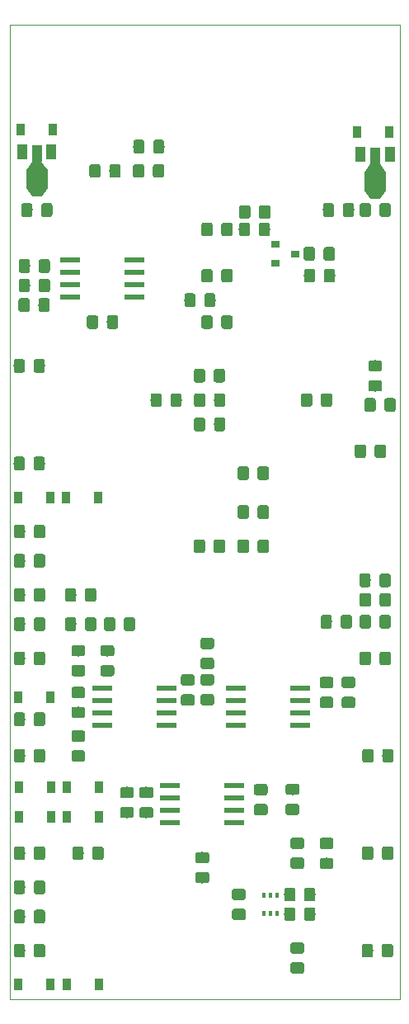
<source format=gbr>
%TF.GenerationSoftware,KiCad,Pcbnew,(5.1.0)-1*%
%TF.CreationDate,2020-03-08T21:47:15+01:00*%
%TF.ProjectId,KicadJE_AC3340_RevA _PCB,4b696361-644a-4455-9f41-43333334305f,rev?*%
%TF.SameCoordinates,Original*%
%TF.FileFunction,Paste,Bot*%
%TF.FilePolarity,Positive*%
%FSLAX46Y46*%
G04 Gerber Fmt 4.6, Leading zero omitted, Abs format (unit mm)*
G04 Created by KiCad (PCBNEW (5.1.0)-1) date 2020-03-08 21:47:15*
%MOMM*%
%LPD*%
G04 APERTURE LIST*
%ADD10C,0.050000*%
%ADD11C,0.150000*%
%ADD12C,1.150000*%
%ADD13R,0.900000X1.200000*%
%ADD14R,0.900000X0.800000*%
%ADD15R,0.300000X0.500000*%
%ADD16R,2.000000X0.550000*%
%ADD17C,0.850000*%
%ADD18R,1.000000X1.500000*%
%ADD19R,1.000000X1.800000*%
%ADD20R,2.200000X1.840000*%
%ADD21C,1.000000*%
G04 APERTURE END LIST*
D10*
X50000000Y-150000000D02*
X50000000Y-50000000D01*
X90000000Y-150000000D02*
X50000000Y-150000000D01*
X90000000Y-50000000D02*
X90000000Y-150000000D01*
X50000000Y-50000000D02*
X90000000Y-50000000D01*
D11*
G36*
X75975000Y-139100000D02*
G01*
X75975000Y-139550000D01*
X76225000Y-139550000D01*
X76225000Y-139100000D01*
X75975000Y-139100000D01*
G37*
G36*
X76625000Y-139100000D02*
G01*
X76625000Y-139550000D01*
X76875000Y-139550000D01*
X76875000Y-139100000D01*
X76625000Y-139100000D01*
G37*
G36*
X77275000Y-139100000D02*
G01*
X77275000Y-139550000D01*
X77525000Y-139550000D01*
X77525000Y-139100000D01*
X77275000Y-139100000D01*
G37*
G36*
X77525000Y-141400000D02*
G01*
X77525000Y-140950000D01*
X77275000Y-140950000D01*
X77275000Y-141400000D01*
X77525000Y-141400000D01*
G37*
G36*
X76875000Y-141400000D02*
G01*
X76875000Y-140950000D01*
X76625000Y-140950000D01*
X76625000Y-141400000D01*
X76875000Y-141400000D01*
G37*
G36*
X76225000Y-141400000D02*
G01*
X76225000Y-140950000D01*
X75975000Y-140950000D01*
X75975000Y-141400000D01*
X76225000Y-141400000D01*
G37*
G36*
X53374505Y-114301204D02*
G01*
X53398773Y-114304804D01*
X53422572Y-114310765D01*
X53445671Y-114319030D01*
X53467850Y-114329520D01*
X53488893Y-114342132D01*
X53508599Y-114356747D01*
X53526777Y-114373223D01*
X53543253Y-114391401D01*
X53557868Y-114411107D01*
X53570480Y-114432150D01*
X53580970Y-114454329D01*
X53589235Y-114477428D01*
X53595196Y-114501227D01*
X53598796Y-114525495D01*
X53600000Y-114549999D01*
X53600000Y-115450001D01*
X53598796Y-115474505D01*
X53595196Y-115498773D01*
X53589235Y-115522572D01*
X53580970Y-115545671D01*
X53570480Y-115567850D01*
X53557868Y-115588893D01*
X53543253Y-115608599D01*
X53526777Y-115626777D01*
X53508599Y-115643253D01*
X53488893Y-115657868D01*
X53467850Y-115670480D01*
X53445671Y-115680970D01*
X53422572Y-115689235D01*
X53398773Y-115695196D01*
X53374505Y-115698796D01*
X53350001Y-115700000D01*
X52699999Y-115700000D01*
X52675495Y-115698796D01*
X52651227Y-115695196D01*
X52627428Y-115689235D01*
X52604329Y-115680970D01*
X52582150Y-115670480D01*
X52561107Y-115657868D01*
X52541401Y-115643253D01*
X52523223Y-115626777D01*
X52506747Y-115608599D01*
X52492132Y-115588893D01*
X52479520Y-115567850D01*
X52469030Y-115545671D01*
X52460765Y-115522572D01*
X52454804Y-115498773D01*
X52451204Y-115474505D01*
X52450000Y-115450001D01*
X52450000Y-114549999D01*
X52451204Y-114525495D01*
X52454804Y-114501227D01*
X52460765Y-114477428D01*
X52469030Y-114454329D01*
X52479520Y-114432150D01*
X52492132Y-114411107D01*
X52506747Y-114391401D01*
X52523223Y-114373223D01*
X52541401Y-114356747D01*
X52561107Y-114342132D01*
X52582150Y-114329520D01*
X52604329Y-114319030D01*
X52627428Y-114310765D01*
X52651227Y-114304804D01*
X52675495Y-114301204D01*
X52699999Y-114300000D01*
X53350001Y-114300000D01*
X53374505Y-114301204D01*
X53374505Y-114301204D01*
G37*
D12*
X53025000Y-115000000D03*
D11*
G36*
X51324505Y-114301204D02*
G01*
X51348773Y-114304804D01*
X51372572Y-114310765D01*
X51395671Y-114319030D01*
X51417850Y-114329520D01*
X51438893Y-114342132D01*
X51458599Y-114356747D01*
X51476777Y-114373223D01*
X51493253Y-114391401D01*
X51507868Y-114411107D01*
X51520480Y-114432150D01*
X51530970Y-114454329D01*
X51539235Y-114477428D01*
X51545196Y-114501227D01*
X51548796Y-114525495D01*
X51550000Y-114549999D01*
X51550000Y-115450001D01*
X51548796Y-115474505D01*
X51545196Y-115498773D01*
X51539235Y-115522572D01*
X51530970Y-115545671D01*
X51520480Y-115567850D01*
X51507868Y-115588893D01*
X51493253Y-115608599D01*
X51476777Y-115626777D01*
X51458599Y-115643253D01*
X51438893Y-115657868D01*
X51417850Y-115670480D01*
X51395671Y-115680970D01*
X51372572Y-115689235D01*
X51348773Y-115695196D01*
X51324505Y-115698796D01*
X51300001Y-115700000D01*
X50649999Y-115700000D01*
X50625495Y-115698796D01*
X50601227Y-115695196D01*
X50577428Y-115689235D01*
X50554329Y-115680970D01*
X50532150Y-115670480D01*
X50511107Y-115657868D01*
X50491401Y-115643253D01*
X50473223Y-115626777D01*
X50456747Y-115608599D01*
X50442132Y-115588893D01*
X50429520Y-115567850D01*
X50419030Y-115545671D01*
X50410765Y-115522572D01*
X50404804Y-115498773D01*
X50401204Y-115474505D01*
X50400000Y-115450001D01*
X50400000Y-114549999D01*
X50401204Y-114525495D01*
X50404804Y-114501227D01*
X50410765Y-114477428D01*
X50419030Y-114454329D01*
X50429520Y-114432150D01*
X50442132Y-114411107D01*
X50456747Y-114391401D01*
X50473223Y-114373223D01*
X50491401Y-114356747D01*
X50511107Y-114342132D01*
X50532150Y-114329520D01*
X50554329Y-114319030D01*
X50577428Y-114310765D01*
X50601227Y-114304804D01*
X50625495Y-114301204D01*
X50649999Y-114300000D01*
X51300001Y-114300000D01*
X51324505Y-114301204D01*
X51324505Y-114301204D01*
G37*
D12*
X50975000Y-115000000D03*
D11*
G36*
X53374505Y-134301204D02*
G01*
X53398773Y-134304804D01*
X53422572Y-134310765D01*
X53445671Y-134319030D01*
X53467850Y-134329520D01*
X53488893Y-134342132D01*
X53508599Y-134356747D01*
X53526777Y-134373223D01*
X53543253Y-134391401D01*
X53557868Y-134411107D01*
X53570480Y-134432150D01*
X53580970Y-134454329D01*
X53589235Y-134477428D01*
X53595196Y-134501227D01*
X53598796Y-134525495D01*
X53600000Y-134549999D01*
X53600000Y-135450001D01*
X53598796Y-135474505D01*
X53595196Y-135498773D01*
X53589235Y-135522572D01*
X53580970Y-135545671D01*
X53570480Y-135567850D01*
X53557868Y-135588893D01*
X53543253Y-135608599D01*
X53526777Y-135626777D01*
X53508599Y-135643253D01*
X53488893Y-135657868D01*
X53467850Y-135670480D01*
X53445671Y-135680970D01*
X53422572Y-135689235D01*
X53398773Y-135695196D01*
X53374505Y-135698796D01*
X53350001Y-135700000D01*
X52699999Y-135700000D01*
X52675495Y-135698796D01*
X52651227Y-135695196D01*
X52627428Y-135689235D01*
X52604329Y-135680970D01*
X52582150Y-135670480D01*
X52561107Y-135657868D01*
X52541401Y-135643253D01*
X52523223Y-135626777D01*
X52506747Y-135608599D01*
X52492132Y-135588893D01*
X52479520Y-135567850D01*
X52469030Y-135545671D01*
X52460765Y-135522572D01*
X52454804Y-135498773D01*
X52451204Y-135474505D01*
X52450000Y-135450001D01*
X52450000Y-134549999D01*
X52451204Y-134525495D01*
X52454804Y-134501227D01*
X52460765Y-134477428D01*
X52469030Y-134454329D01*
X52479520Y-134432150D01*
X52492132Y-134411107D01*
X52506747Y-134391401D01*
X52523223Y-134373223D01*
X52541401Y-134356747D01*
X52561107Y-134342132D01*
X52582150Y-134329520D01*
X52604329Y-134319030D01*
X52627428Y-134310765D01*
X52651227Y-134304804D01*
X52675495Y-134301204D01*
X52699999Y-134300000D01*
X53350001Y-134300000D01*
X53374505Y-134301204D01*
X53374505Y-134301204D01*
G37*
D12*
X53025000Y-135000000D03*
D11*
G36*
X51324505Y-134301204D02*
G01*
X51348773Y-134304804D01*
X51372572Y-134310765D01*
X51395671Y-134319030D01*
X51417850Y-134329520D01*
X51438893Y-134342132D01*
X51458599Y-134356747D01*
X51476777Y-134373223D01*
X51493253Y-134391401D01*
X51507868Y-134411107D01*
X51520480Y-134432150D01*
X51530970Y-134454329D01*
X51539235Y-134477428D01*
X51545196Y-134501227D01*
X51548796Y-134525495D01*
X51550000Y-134549999D01*
X51550000Y-135450001D01*
X51548796Y-135474505D01*
X51545196Y-135498773D01*
X51539235Y-135522572D01*
X51530970Y-135545671D01*
X51520480Y-135567850D01*
X51507868Y-135588893D01*
X51493253Y-135608599D01*
X51476777Y-135626777D01*
X51458599Y-135643253D01*
X51438893Y-135657868D01*
X51417850Y-135670480D01*
X51395671Y-135680970D01*
X51372572Y-135689235D01*
X51348773Y-135695196D01*
X51324505Y-135698796D01*
X51300001Y-135700000D01*
X50649999Y-135700000D01*
X50625495Y-135698796D01*
X50601227Y-135695196D01*
X50577428Y-135689235D01*
X50554329Y-135680970D01*
X50532150Y-135670480D01*
X50511107Y-135657868D01*
X50491401Y-135643253D01*
X50473223Y-135626777D01*
X50456747Y-135608599D01*
X50442132Y-135588893D01*
X50429520Y-135567850D01*
X50419030Y-135545671D01*
X50410765Y-135522572D01*
X50404804Y-135498773D01*
X50401204Y-135474505D01*
X50400000Y-135450001D01*
X50400000Y-134549999D01*
X50401204Y-134525495D01*
X50404804Y-134501227D01*
X50410765Y-134477428D01*
X50419030Y-134454329D01*
X50429520Y-134432150D01*
X50442132Y-134411107D01*
X50456747Y-134391401D01*
X50473223Y-134373223D01*
X50491401Y-134356747D01*
X50511107Y-134342132D01*
X50532150Y-134329520D01*
X50554329Y-134319030D01*
X50577428Y-134310765D01*
X50601227Y-134304804D01*
X50625495Y-134301204D01*
X50649999Y-134300000D01*
X51300001Y-134300000D01*
X51324505Y-134301204D01*
X51324505Y-134301204D01*
G37*
D12*
X50975000Y-135000000D03*
D11*
G36*
X53374505Y-140801204D02*
G01*
X53398773Y-140804804D01*
X53422572Y-140810765D01*
X53445671Y-140819030D01*
X53467850Y-140829520D01*
X53488893Y-140842132D01*
X53508599Y-140856747D01*
X53526777Y-140873223D01*
X53543253Y-140891401D01*
X53557868Y-140911107D01*
X53570480Y-140932150D01*
X53580970Y-140954329D01*
X53589235Y-140977428D01*
X53595196Y-141001227D01*
X53598796Y-141025495D01*
X53600000Y-141049999D01*
X53600000Y-141950001D01*
X53598796Y-141974505D01*
X53595196Y-141998773D01*
X53589235Y-142022572D01*
X53580970Y-142045671D01*
X53570480Y-142067850D01*
X53557868Y-142088893D01*
X53543253Y-142108599D01*
X53526777Y-142126777D01*
X53508599Y-142143253D01*
X53488893Y-142157868D01*
X53467850Y-142170480D01*
X53445671Y-142180970D01*
X53422572Y-142189235D01*
X53398773Y-142195196D01*
X53374505Y-142198796D01*
X53350001Y-142200000D01*
X52699999Y-142200000D01*
X52675495Y-142198796D01*
X52651227Y-142195196D01*
X52627428Y-142189235D01*
X52604329Y-142180970D01*
X52582150Y-142170480D01*
X52561107Y-142157868D01*
X52541401Y-142143253D01*
X52523223Y-142126777D01*
X52506747Y-142108599D01*
X52492132Y-142088893D01*
X52479520Y-142067850D01*
X52469030Y-142045671D01*
X52460765Y-142022572D01*
X52454804Y-141998773D01*
X52451204Y-141974505D01*
X52450000Y-141950001D01*
X52450000Y-141049999D01*
X52451204Y-141025495D01*
X52454804Y-141001227D01*
X52460765Y-140977428D01*
X52469030Y-140954329D01*
X52479520Y-140932150D01*
X52492132Y-140911107D01*
X52506747Y-140891401D01*
X52523223Y-140873223D01*
X52541401Y-140856747D01*
X52561107Y-140842132D01*
X52582150Y-140829520D01*
X52604329Y-140819030D01*
X52627428Y-140810765D01*
X52651227Y-140804804D01*
X52675495Y-140801204D01*
X52699999Y-140800000D01*
X53350001Y-140800000D01*
X53374505Y-140801204D01*
X53374505Y-140801204D01*
G37*
D12*
X53025000Y-141500000D03*
D11*
G36*
X51324505Y-140801204D02*
G01*
X51348773Y-140804804D01*
X51372572Y-140810765D01*
X51395671Y-140819030D01*
X51417850Y-140829520D01*
X51438893Y-140842132D01*
X51458599Y-140856747D01*
X51476777Y-140873223D01*
X51493253Y-140891401D01*
X51507868Y-140911107D01*
X51520480Y-140932150D01*
X51530970Y-140954329D01*
X51539235Y-140977428D01*
X51545196Y-141001227D01*
X51548796Y-141025495D01*
X51550000Y-141049999D01*
X51550000Y-141950001D01*
X51548796Y-141974505D01*
X51545196Y-141998773D01*
X51539235Y-142022572D01*
X51530970Y-142045671D01*
X51520480Y-142067850D01*
X51507868Y-142088893D01*
X51493253Y-142108599D01*
X51476777Y-142126777D01*
X51458599Y-142143253D01*
X51438893Y-142157868D01*
X51417850Y-142170480D01*
X51395671Y-142180970D01*
X51372572Y-142189235D01*
X51348773Y-142195196D01*
X51324505Y-142198796D01*
X51300001Y-142200000D01*
X50649999Y-142200000D01*
X50625495Y-142198796D01*
X50601227Y-142195196D01*
X50577428Y-142189235D01*
X50554329Y-142180970D01*
X50532150Y-142170480D01*
X50511107Y-142157868D01*
X50491401Y-142143253D01*
X50473223Y-142126777D01*
X50456747Y-142108599D01*
X50442132Y-142088893D01*
X50429520Y-142067850D01*
X50419030Y-142045671D01*
X50410765Y-142022572D01*
X50404804Y-141998773D01*
X50401204Y-141974505D01*
X50400000Y-141950001D01*
X50400000Y-141049999D01*
X50401204Y-141025495D01*
X50404804Y-141001227D01*
X50410765Y-140977428D01*
X50419030Y-140954329D01*
X50429520Y-140932150D01*
X50442132Y-140911107D01*
X50456747Y-140891401D01*
X50473223Y-140873223D01*
X50491401Y-140856747D01*
X50511107Y-140842132D01*
X50532150Y-140829520D01*
X50554329Y-140819030D01*
X50577428Y-140810765D01*
X50601227Y-140804804D01*
X50625495Y-140801204D01*
X50649999Y-140800000D01*
X51300001Y-140800000D01*
X51324505Y-140801204D01*
X51324505Y-140801204D01*
G37*
D12*
X50975000Y-141500000D03*
D11*
G36*
X56574505Y-107801204D02*
G01*
X56598773Y-107804804D01*
X56622572Y-107810765D01*
X56645671Y-107819030D01*
X56667850Y-107829520D01*
X56688893Y-107842132D01*
X56708599Y-107856747D01*
X56726777Y-107873223D01*
X56743253Y-107891401D01*
X56757868Y-107911107D01*
X56770480Y-107932150D01*
X56780970Y-107954329D01*
X56789235Y-107977428D01*
X56795196Y-108001227D01*
X56798796Y-108025495D01*
X56800000Y-108049999D01*
X56800000Y-108950001D01*
X56798796Y-108974505D01*
X56795196Y-108998773D01*
X56789235Y-109022572D01*
X56780970Y-109045671D01*
X56770480Y-109067850D01*
X56757868Y-109088893D01*
X56743253Y-109108599D01*
X56726777Y-109126777D01*
X56708599Y-109143253D01*
X56688893Y-109157868D01*
X56667850Y-109170480D01*
X56645671Y-109180970D01*
X56622572Y-109189235D01*
X56598773Y-109195196D01*
X56574505Y-109198796D01*
X56550001Y-109200000D01*
X55899999Y-109200000D01*
X55875495Y-109198796D01*
X55851227Y-109195196D01*
X55827428Y-109189235D01*
X55804329Y-109180970D01*
X55782150Y-109170480D01*
X55761107Y-109157868D01*
X55741401Y-109143253D01*
X55723223Y-109126777D01*
X55706747Y-109108599D01*
X55692132Y-109088893D01*
X55679520Y-109067850D01*
X55669030Y-109045671D01*
X55660765Y-109022572D01*
X55654804Y-108998773D01*
X55651204Y-108974505D01*
X55650000Y-108950001D01*
X55650000Y-108049999D01*
X55651204Y-108025495D01*
X55654804Y-108001227D01*
X55660765Y-107977428D01*
X55669030Y-107954329D01*
X55679520Y-107932150D01*
X55692132Y-107911107D01*
X55706747Y-107891401D01*
X55723223Y-107873223D01*
X55741401Y-107856747D01*
X55761107Y-107842132D01*
X55782150Y-107829520D01*
X55804329Y-107819030D01*
X55827428Y-107810765D01*
X55851227Y-107804804D01*
X55875495Y-107801204D01*
X55899999Y-107800000D01*
X56550001Y-107800000D01*
X56574505Y-107801204D01*
X56574505Y-107801204D01*
G37*
D12*
X56225000Y-108500000D03*
D11*
G36*
X58624505Y-107801204D02*
G01*
X58648773Y-107804804D01*
X58672572Y-107810765D01*
X58695671Y-107819030D01*
X58717850Y-107829520D01*
X58738893Y-107842132D01*
X58758599Y-107856747D01*
X58776777Y-107873223D01*
X58793253Y-107891401D01*
X58807868Y-107911107D01*
X58820480Y-107932150D01*
X58830970Y-107954329D01*
X58839235Y-107977428D01*
X58845196Y-108001227D01*
X58848796Y-108025495D01*
X58850000Y-108049999D01*
X58850000Y-108950001D01*
X58848796Y-108974505D01*
X58845196Y-108998773D01*
X58839235Y-109022572D01*
X58830970Y-109045671D01*
X58820480Y-109067850D01*
X58807868Y-109088893D01*
X58793253Y-109108599D01*
X58776777Y-109126777D01*
X58758599Y-109143253D01*
X58738893Y-109157868D01*
X58717850Y-109170480D01*
X58695671Y-109180970D01*
X58672572Y-109189235D01*
X58648773Y-109195196D01*
X58624505Y-109198796D01*
X58600001Y-109200000D01*
X57949999Y-109200000D01*
X57925495Y-109198796D01*
X57901227Y-109195196D01*
X57877428Y-109189235D01*
X57854329Y-109180970D01*
X57832150Y-109170480D01*
X57811107Y-109157868D01*
X57791401Y-109143253D01*
X57773223Y-109126777D01*
X57756747Y-109108599D01*
X57742132Y-109088893D01*
X57729520Y-109067850D01*
X57719030Y-109045671D01*
X57710765Y-109022572D01*
X57704804Y-108998773D01*
X57701204Y-108974505D01*
X57700000Y-108950001D01*
X57700000Y-108049999D01*
X57701204Y-108025495D01*
X57704804Y-108001227D01*
X57710765Y-107977428D01*
X57719030Y-107954329D01*
X57729520Y-107932150D01*
X57742132Y-107911107D01*
X57756747Y-107891401D01*
X57773223Y-107873223D01*
X57791401Y-107856747D01*
X57811107Y-107842132D01*
X57832150Y-107829520D01*
X57854329Y-107819030D01*
X57877428Y-107810765D01*
X57901227Y-107804804D01*
X57925495Y-107801204D01*
X57949999Y-107800000D01*
X58600001Y-107800000D01*
X58624505Y-107801204D01*
X58624505Y-107801204D01*
G37*
D12*
X58275000Y-108500000D03*
D11*
G36*
X62624505Y-110801204D02*
G01*
X62648773Y-110804804D01*
X62672572Y-110810765D01*
X62695671Y-110819030D01*
X62717850Y-110829520D01*
X62738893Y-110842132D01*
X62758599Y-110856747D01*
X62776777Y-110873223D01*
X62793253Y-110891401D01*
X62807868Y-110911107D01*
X62820480Y-110932150D01*
X62830970Y-110954329D01*
X62839235Y-110977428D01*
X62845196Y-111001227D01*
X62848796Y-111025495D01*
X62850000Y-111049999D01*
X62850000Y-111950001D01*
X62848796Y-111974505D01*
X62845196Y-111998773D01*
X62839235Y-112022572D01*
X62830970Y-112045671D01*
X62820480Y-112067850D01*
X62807868Y-112088893D01*
X62793253Y-112108599D01*
X62776777Y-112126777D01*
X62758599Y-112143253D01*
X62738893Y-112157868D01*
X62717850Y-112170480D01*
X62695671Y-112180970D01*
X62672572Y-112189235D01*
X62648773Y-112195196D01*
X62624505Y-112198796D01*
X62600001Y-112200000D01*
X61949999Y-112200000D01*
X61925495Y-112198796D01*
X61901227Y-112195196D01*
X61877428Y-112189235D01*
X61854329Y-112180970D01*
X61832150Y-112170480D01*
X61811107Y-112157868D01*
X61791401Y-112143253D01*
X61773223Y-112126777D01*
X61756747Y-112108599D01*
X61742132Y-112088893D01*
X61729520Y-112067850D01*
X61719030Y-112045671D01*
X61710765Y-112022572D01*
X61704804Y-111998773D01*
X61701204Y-111974505D01*
X61700000Y-111950001D01*
X61700000Y-111049999D01*
X61701204Y-111025495D01*
X61704804Y-111001227D01*
X61710765Y-110977428D01*
X61719030Y-110954329D01*
X61729520Y-110932150D01*
X61742132Y-110911107D01*
X61756747Y-110891401D01*
X61773223Y-110873223D01*
X61791401Y-110856747D01*
X61811107Y-110842132D01*
X61832150Y-110829520D01*
X61854329Y-110819030D01*
X61877428Y-110810765D01*
X61901227Y-110804804D01*
X61925495Y-110801204D01*
X61949999Y-110800000D01*
X62600001Y-110800000D01*
X62624505Y-110801204D01*
X62624505Y-110801204D01*
G37*
D12*
X62275000Y-111500000D03*
D11*
G36*
X60574505Y-110801204D02*
G01*
X60598773Y-110804804D01*
X60622572Y-110810765D01*
X60645671Y-110819030D01*
X60667850Y-110829520D01*
X60688893Y-110842132D01*
X60708599Y-110856747D01*
X60726777Y-110873223D01*
X60743253Y-110891401D01*
X60757868Y-110911107D01*
X60770480Y-110932150D01*
X60780970Y-110954329D01*
X60789235Y-110977428D01*
X60795196Y-111001227D01*
X60798796Y-111025495D01*
X60800000Y-111049999D01*
X60800000Y-111950001D01*
X60798796Y-111974505D01*
X60795196Y-111998773D01*
X60789235Y-112022572D01*
X60780970Y-112045671D01*
X60770480Y-112067850D01*
X60757868Y-112088893D01*
X60743253Y-112108599D01*
X60726777Y-112126777D01*
X60708599Y-112143253D01*
X60688893Y-112157868D01*
X60667850Y-112170480D01*
X60645671Y-112180970D01*
X60622572Y-112189235D01*
X60598773Y-112195196D01*
X60574505Y-112198796D01*
X60550001Y-112200000D01*
X59899999Y-112200000D01*
X59875495Y-112198796D01*
X59851227Y-112195196D01*
X59827428Y-112189235D01*
X59804329Y-112180970D01*
X59782150Y-112170480D01*
X59761107Y-112157868D01*
X59741401Y-112143253D01*
X59723223Y-112126777D01*
X59706747Y-112108599D01*
X59692132Y-112088893D01*
X59679520Y-112067850D01*
X59669030Y-112045671D01*
X59660765Y-112022572D01*
X59654804Y-111998773D01*
X59651204Y-111974505D01*
X59650000Y-111950001D01*
X59650000Y-111049999D01*
X59651204Y-111025495D01*
X59654804Y-111001227D01*
X59660765Y-110977428D01*
X59669030Y-110954329D01*
X59679520Y-110932150D01*
X59692132Y-110911107D01*
X59706747Y-110891401D01*
X59723223Y-110873223D01*
X59741401Y-110856747D01*
X59761107Y-110842132D01*
X59782150Y-110829520D01*
X59804329Y-110819030D01*
X59827428Y-110810765D01*
X59851227Y-110804804D01*
X59875495Y-110801204D01*
X59899999Y-110800000D01*
X60550001Y-110800000D01*
X60574505Y-110801204D01*
X60574505Y-110801204D01*
G37*
D12*
X60225000Y-111500000D03*
D11*
G36*
X68724505Y-116651204D02*
G01*
X68748773Y-116654804D01*
X68772572Y-116660765D01*
X68795671Y-116669030D01*
X68817850Y-116679520D01*
X68838893Y-116692132D01*
X68858599Y-116706747D01*
X68876777Y-116723223D01*
X68893253Y-116741401D01*
X68907868Y-116761107D01*
X68920480Y-116782150D01*
X68930970Y-116804329D01*
X68939235Y-116827428D01*
X68945196Y-116851227D01*
X68948796Y-116875495D01*
X68950000Y-116899999D01*
X68950000Y-117550001D01*
X68948796Y-117574505D01*
X68945196Y-117598773D01*
X68939235Y-117622572D01*
X68930970Y-117645671D01*
X68920480Y-117667850D01*
X68907868Y-117688893D01*
X68893253Y-117708599D01*
X68876777Y-117726777D01*
X68858599Y-117743253D01*
X68838893Y-117757868D01*
X68817850Y-117770480D01*
X68795671Y-117780970D01*
X68772572Y-117789235D01*
X68748773Y-117795196D01*
X68724505Y-117798796D01*
X68700001Y-117800000D01*
X67799999Y-117800000D01*
X67775495Y-117798796D01*
X67751227Y-117795196D01*
X67727428Y-117789235D01*
X67704329Y-117780970D01*
X67682150Y-117770480D01*
X67661107Y-117757868D01*
X67641401Y-117743253D01*
X67623223Y-117726777D01*
X67606747Y-117708599D01*
X67592132Y-117688893D01*
X67579520Y-117667850D01*
X67569030Y-117645671D01*
X67560765Y-117622572D01*
X67554804Y-117598773D01*
X67551204Y-117574505D01*
X67550000Y-117550001D01*
X67550000Y-116899999D01*
X67551204Y-116875495D01*
X67554804Y-116851227D01*
X67560765Y-116827428D01*
X67569030Y-116804329D01*
X67579520Y-116782150D01*
X67592132Y-116761107D01*
X67606747Y-116741401D01*
X67623223Y-116723223D01*
X67641401Y-116706747D01*
X67661107Y-116692132D01*
X67682150Y-116679520D01*
X67704329Y-116669030D01*
X67727428Y-116660765D01*
X67751227Y-116654804D01*
X67775495Y-116651204D01*
X67799999Y-116650000D01*
X68700001Y-116650000D01*
X68724505Y-116651204D01*
X68724505Y-116651204D01*
G37*
D12*
X68250000Y-117225000D03*
D11*
G36*
X68724505Y-118701204D02*
G01*
X68748773Y-118704804D01*
X68772572Y-118710765D01*
X68795671Y-118719030D01*
X68817850Y-118729520D01*
X68838893Y-118742132D01*
X68858599Y-118756747D01*
X68876777Y-118773223D01*
X68893253Y-118791401D01*
X68907868Y-118811107D01*
X68920480Y-118832150D01*
X68930970Y-118854329D01*
X68939235Y-118877428D01*
X68945196Y-118901227D01*
X68948796Y-118925495D01*
X68950000Y-118949999D01*
X68950000Y-119600001D01*
X68948796Y-119624505D01*
X68945196Y-119648773D01*
X68939235Y-119672572D01*
X68930970Y-119695671D01*
X68920480Y-119717850D01*
X68907868Y-119738893D01*
X68893253Y-119758599D01*
X68876777Y-119776777D01*
X68858599Y-119793253D01*
X68838893Y-119807868D01*
X68817850Y-119820480D01*
X68795671Y-119830970D01*
X68772572Y-119839235D01*
X68748773Y-119845196D01*
X68724505Y-119848796D01*
X68700001Y-119850000D01*
X67799999Y-119850000D01*
X67775495Y-119848796D01*
X67751227Y-119845196D01*
X67727428Y-119839235D01*
X67704329Y-119830970D01*
X67682150Y-119820480D01*
X67661107Y-119807868D01*
X67641401Y-119793253D01*
X67623223Y-119776777D01*
X67606747Y-119758599D01*
X67592132Y-119738893D01*
X67579520Y-119717850D01*
X67569030Y-119695671D01*
X67560765Y-119672572D01*
X67554804Y-119648773D01*
X67551204Y-119624505D01*
X67550000Y-119600001D01*
X67550000Y-118949999D01*
X67551204Y-118925495D01*
X67554804Y-118901227D01*
X67560765Y-118877428D01*
X67569030Y-118854329D01*
X67579520Y-118832150D01*
X67592132Y-118811107D01*
X67606747Y-118791401D01*
X67623223Y-118773223D01*
X67641401Y-118756747D01*
X67661107Y-118742132D01*
X67682150Y-118729520D01*
X67704329Y-118719030D01*
X67727428Y-118710765D01*
X67751227Y-118704804D01*
X67775495Y-118701204D01*
X67799999Y-118700000D01*
X68700001Y-118700000D01*
X68724505Y-118701204D01*
X68724505Y-118701204D01*
G37*
D12*
X68250000Y-119275000D03*
D11*
G36*
X59374505Y-134301204D02*
G01*
X59398773Y-134304804D01*
X59422572Y-134310765D01*
X59445671Y-134319030D01*
X59467850Y-134329520D01*
X59488893Y-134342132D01*
X59508599Y-134356747D01*
X59526777Y-134373223D01*
X59543253Y-134391401D01*
X59557868Y-134411107D01*
X59570480Y-134432150D01*
X59580970Y-134454329D01*
X59589235Y-134477428D01*
X59595196Y-134501227D01*
X59598796Y-134525495D01*
X59600000Y-134549999D01*
X59600000Y-135450001D01*
X59598796Y-135474505D01*
X59595196Y-135498773D01*
X59589235Y-135522572D01*
X59580970Y-135545671D01*
X59570480Y-135567850D01*
X59557868Y-135588893D01*
X59543253Y-135608599D01*
X59526777Y-135626777D01*
X59508599Y-135643253D01*
X59488893Y-135657868D01*
X59467850Y-135670480D01*
X59445671Y-135680970D01*
X59422572Y-135689235D01*
X59398773Y-135695196D01*
X59374505Y-135698796D01*
X59350001Y-135700000D01*
X58699999Y-135700000D01*
X58675495Y-135698796D01*
X58651227Y-135695196D01*
X58627428Y-135689235D01*
X58604329Y-135680970D01*
X58582150Y-135670480D01*
X58561107Y-135657868D01*
X58541401Y-135643253D01*
X58523223Y-135626777D01*
X58506747Y-135608599D01*
X58492132Y-135588893D01*
X58479520Y-135567850D01*
X58469030Y-135545671D01*
X58460765Y-135522572D01*
X58454804Y-135498773D01*
X58451204Y-135474505D01*
X58450000Y-135450001D01*
X58450000Y-134549999D01*
X58451204Y-134525495D01*
X58454804Y-134501227D01*
X58460765Y-134477428D01*
X58469030Y-134454329D01*
X58479520Y-134432150D01*
X58492132Y-134411107D01*
X58506747Y-134391401D01*
X58523223Y-134373223D01*
X58541401Y-134356747D01*
X58561107Y-134342132D01*
X58582150Y-134329520D01*
X58604329Y-134319030D01*
X58627428Y-134310765D01*
X58651227Y-134304804D01*
X58675495Y-134301204D01*
X58699999Y-134300000D01*
X59350001Y-134300000D01*
X59374505Y-134301204D01*
X59374505Y-134301204D01*
G37*
D12*
X59025000Y-135000000D03*
D11*
G36*
X57324505Y-134301204D02*
G01*
X57348773Y-134304804D01*
X57372572Y-134310765D01*
X57395671Y-134319030D01*
X57417850Y-134329520D01*
X57438893Y-134342132D01*
X57458599Y-134356747D01*
X57476777Y-134373223D01*
X57493253Y-134391401D01*
X57507868Y-134411107D01*
X57520480Y-134432150D01*
X57530970Y-134454329D01*
X57539235Y-134477428D01*
X57545196Y-134501227D01*
X57548796Y-134525495D01*
X57550000Y-134549999D01*
X57550000Y-135450001D01*
X57548796Y-135474505D01*
X57545196Y-135498773D01*
X57539235Y-135522572D01*
X57530970Y-135545671D01*
X57520480Y-135567850D01*
X57507868Y-135588893D01*
X57493253Y-135608599D01*
X57476777Y-135626777D01*
X57458599Y-135643253D01*
X57438893Y-135657868D01*
X57417850Y-135670480D01*
X57395671Y-135680970D01*
X57372572Y-135689235D01*
X57348773Y-135695196D01*
X57324505Y-135698796D01*
X57300001Y-135700000D01*
X56649999Y-135700000D01*
X56625495Y-135698796D01*
X56601227Y-135695196D01*
X56577428Y-135689235D01*
X56554329Y-135680970D01*
X56532150Y-135670480D01*
X56511107Y-135657868D01*
X56491401Y-135643253D01*
X56473223Y-135626777D01*
X56456747Y-135608599D01*
X56442132Y-135588893D01*
X56429520Y-135567850D01*
X56419030Y-135545671D01*
X56410765Y-135522572D01*
X56404804Y-135498773D01*
X56401204Y-135474505D01*
X56400000Y-135450001D01*
X56400000Y-134549999D01*
X56401204Y-134525495D01*
X56404804Y-134501227D01*
X56410765Y-134477428D01*
X56419030Y-134454329D01*
X56429520Y-134432150D01*
X56442132Y-134411107D01*
X56456747Y-134391401D01*
X56473223Y-134373223D01*
X56491401Y-134356747D01*
X56511107Y-134342132D01*
X56532150Y-134329520D01*
X56554329Y-134319030D01*
X56577428Y-134310765D01*
X56601227Y-134304804D01*
X56625495Y-134301204D01*
X56649999Y-134300000D01*
X57300001Y-134300000D01*
X57324505Y-134301204D01*
X57324505Y-134301204D01*
G37*
D12*
X56975000Y-135000000D03*
D11*
G36*
X81074505Y-72801204D02*
G01*
X81098773Y-72804804D01*
X81122572Y-72810765D01*
X81145671Y-72819030D01*
X81167850Y-72829520D01*
X81188893Y-72842132D01*
X81208599Y-72856747D01*
X81226777Y-72873223D01*
X81243253Y-72891401D01*
X81257868Y-72911107D01*
X81270480Y-72932150D01*
X81280970Y-72954329D01*
X81289235Y-72977428D01*
X81295196Y-73001227D01*
X81298796Y-73025495D01*
X81300000Y-73049999D01*
X81300000Y-73950001D01*
X81298796Y-73974505D01*
X81295196Y-73998773D01*
X81289235Y-74022572D01*
X81280970Y-74045671D01*
X81270480Y-74067850D01*
X81257868Y-74088893D01*
X81243253Y-74108599D01*
X81226777Y-74126777D01*
X81208599Y-74143253D01*
X81188893Y-74157868D01*
X81167850Y-74170480D01*
X81145671Y-74180970D01*
X81122572Y-74189235D01*
X81098773Y-74195196D01*
X81074505Y-74198796D01*
X81050001Y-74200000D01*
X80399999Y-74200000D01*
X80375495Y-74198796D01*
X80351227Y-74195196D01*
X80327428Y-74189235D01*
X80304329Y-74180970D01*
X80282150Y-74170480D01*
X80261107Y-74157868D01*
X80241401Y-74143253D01*
X80223223Y-74126777D01*
X80206747Y-74108599D01*
X80192132Y-74088893D01*
X80179520Y-74067850D01*
X80169030Y-74045671D01*
X80160765Y-74022572D01*
X80154804Y-73998773D01*
X80151204Y-73974505D01*
X80150000Y-73950001D01*
X80150000Y-73049999D01*
X80151204Y-73025495D01*
X80154804Y-73001227D01*
X80160765Y-72977428D01*
X80169030Y-72954329D01*
X80179520Y-72932150D01*
X80192132Y-72911107D01*
X80206747Y-72891401D01*
X80223223Y-72873223D01*
X80241401Y-72856747D01*
X80261107Y-72842132D01*
X80282150Y-72829520D01*
X80304329Y-72819030D01*
X80327428Y-72810765D01*
X80351227Y-72804804D01*
X80375495Y-72801204D01*
X80399999Y-72800000D01*
X81050001Y-72800000D01*
X81074505Y-72801204D01*
X81074505Y-72801204D01*
G37*
D12*
X80725000Y-73500000D03*
D11*
G36*
X83124505Y-72801204D02*
G01*
X83148773Y-72804804D01*
X83172572Y-72810765D01*
X83195671Y-72819030D01*
X83217850Y-72829520D01*
X83238893Y-72842132D01*
X83258599Y-72856747D01*
X83276777Y-72873223D01*
X83293253Y-72891401D01*
X83307868Y-72911107D01*
X83320480Y-72932150D01*
X83330970Y-72954329D01*
X83339235Y-72977428D01*
X83345196Y-73001227D01*
X83348796Y-73025495D01*
X83350000Y-73049999D01*
X83350000Y-73950001D01*
X83348796Y-73974505D01*
X83345196Y-73998773D01*
X83339235Y-74022572D01*
X83330970Y-74045671D01*
X83320480Y-74067850D01*
X83307868Y-74088893D01*
X83293253Y-74108599D01*
X83276777Y-74126777D01*
X83258599Y-74143253D01*
X83238893Y-74157868D01*
X83217850Y-74170480D01*
X83195671Y-74180970D01*
X83172572Y-74189235D01*
X83148773Y-74195196D01*
X83124505Y-74198796D01*
X83100001Y-74200000D01*
X82449999Y-74200000D01*
X82425495Y-74198796D01*
X82401227Y-74195196D01*
X82377428Y-74189235D01*
X82354329Y-74180970D01*
X82332150Y-74170480D01*
X82311107Y-74157868D01*
X82291401Y-74143253D01*
X82273223Y-74126777D01*
X82256747Y-74108599D01*
X82242132Y-74088893D01*
X82229520Y-74067850D01*
X82219030Y-74045671D01*
X82210765Y-74022572D01*
X82204804Y-73998773D01*
X82201204Y-73974505D01*
X82200000Y-73950001D01*
X82200000Y-73049999D01*
X82201204Y-73025495D01*
X82204804Y-73001227D01*
X82210765Y-72977428D01*
X82219030Y-72954329D01*
X82229520Y-72932150D01*
X82242132Y-72911107D01*
X82256747Y-72891401D01*
X82273223Y-72873223D01*
X82291401Y-72856747D01*
X82311107Y-72842132D01*
X82332150Y-72829520D01*
X82354329Y-72819030D01*
X82377428Y-72810765D01*
X82401227Y-72804804D01*
X82425495Y-72801204D01*
X82449999Y-72800000D01*
X83100001Y-72800000D01*
X83124505Y-72801204D01*
X83124505Y-72801204D01*
G37*
D12*
X82775000Y-73500000D03*
D11*
G36*
X72624505Y-70301204D02*
G01*
X72648773Y-70304804D01*
X72672572Y-70310765D01*
X72695671Y-70319030D01*
X72717850Y-70329520D01*
X72738893Y-70342132D01*
X72758599Y-70356747D01*
X72776777Y-70373223D01*
X72793253Y-70391401D01*
X72807868Y-70411107D01*
X72820480Y-70432150D01*
X72830970Y-70454329D01*
X72839235Y-70477428D01*
X72845196Y-70501227D01*
X72848796Y-70525495D01*
X72850000Y-70549999D01*
X72850000Y-71450001D01*
X72848796Y-71474505D01*
X72845196Y-71498773D01*
X72839235Y-71522572D01*
X72830970Y-71545671D01*
X72820480Y-71567850D01*
X72807868Y-71588893D01*
X72793253Y-71608599D01*
X72776777Y-71626777D01*
X72758599Y-71643253D01*
X72738893Y-71657868D01*
X72717850Y-71670480D01*
X72695671Y-71680970D01*
X72672572Y-71689235D01*
X72648773Y-71695196D01*
X72624505Y-71698796D01*
X72600001Y-71700000D01*
X71949999Y-71700000D01*
X71925495Y-71698796D01*
X71901227Y-71695196D01*
X71877428Y-71689235D01*
X71854329Y-71680970D01*
X71832150Y-71670480D01*
X71811107Y-71657868D01*
X71791401Y-71643253D01*
X71773223Y-71626777D01*
X71756747Y-71608599D01*
X71742132Y-71588893D01*
X71729520Y-71567850D01*
X71719030Y-71545671D01*
X71710765Y-71522572D01*
X71704804Y-71498773D01*
X71701204Y-71474505D01*
X71700000Y-71450001D01*
X71700000Y-70549999D01*
X71701204Y-70525495D01*
X71704804Y-70501227D01*
X71710765Y-70477428D01*
X71719030Y-70454329D01*
X71729520Y-70432150D01*
X71742132Y-70411107D01*
X71756747Y-70391401D01*
X71773223Y-70373223D01*
X71791401Y-70356747D01*
X71811107Y-70342132D01*
X71832150Y-70329520D01*
X71854329Y-70319030D01*
X71877428Y-70310765D01*
X71901227Y-70304804D01*
X71925495Y-70301204D01*
X71949999Y-70300000D01*
X72600001Y-70300000D01*
X72624505Y-70301204D01*
X72624505Y-70301204D01*
G37*
D12*
X72275000Y-71000000D03*
D11*
G36*
X70574505Y-70301204D02*
G01*
X70598773Y-70304804D01*
X70622572Y-70310765D01*
X70645671Y-70319030D01*
X70667850Y-70329520D01*
X70688893Y-70342132D01*
X70708599Y-70356747D01*
X70726777Y-70373223D01*
X70743253Y-70391401D01*
X70757868Y-70411107D01*
X70770480Y-70432150D01*
X70780970Y-70454329D01*
X70789235Y-70477428D01*
X70795196Y-70501227D01*
X70798796Y-70525495D01*
X70800000Y-70549999D01*
X70800000Y-71450001D01*
X70798796Y-71474505D01*
X70795196Y-71498773D01*
X70789235Y-71522572D01*
X70780970Y-71545671D01*
X70770480Y-71567850D01*
X70757868Y-71588893D01*
X70743253Y-71608599D01*
X70726777Y-71626777D01*
X70708599Y-71643253D01*
X70688893Y-71657868D01*
X70667850Y-71670480D01*
X70645671Y-71680970D01*
X70622572Y-71689235D01*
X70598773Y-71695196D01*
X70574505Y-71698796D01*
X70550001Y-71700000D01*
X69899999Y-71700000D01*
X69875495Y-71698796D01*
X69851227Y-71695196D01*
X69827428Y-71689235D01*
X69804329Y-71680970D01*
X69782150Y-71670480D01*
X69761107Y-71657868D01*
X69741401Y-71643253D01*
X69723223Y-71626777D01*
X69706747Y-71608599D01*
X69692132Y-71588893D01*
X69679520Y-71567850D01*
X69669030Y-71545671D01*
X69660765Y-71522572D01*
X69654804Y-71498773D01*
X69651204Y-71474505D01*
X69650000Y-71450001D01*
X69650000Y-70549999D01*
X69651204Y-70525495D01*
X69654804Y-70501227D01*
X69660765Y-70477428D01*
X69669030Y-70454329D01*
X69679520Y-70432150D01*
X69692132Y-70411107D01*
X69706747Y-70391401D01*
X69723223Y-70373223D01*
X69741401Y-70356747D01*
X69761107Y-70342132D01*
X69782150Y-70329520D01*
X69804329Y-70319030D01*
X69827428Y-70310765D01*
X69851227Y-70304804D01*
X69875495Y-70301204D01*
X69899999Y-70300000D01*
X70550001Y-70300000D01*
X70574505Y-70301204D01*
X70574505Y-70301204D01*
G37*
D12*
X70225000Y-71000000D03*
D11*
G36*
X70874505Y-77551204D02*
G01*
X70898773Y-77554804D01*
X70922572Y-77560765D01*
X70945671Y-77569030D01*
X70967850Y-77579520D01*
X70988893Y-77592132D01*
X71008599Y-77606747D01*
X71026777Y-77623223D01*
X71043253Y-77641401D01*
X71057868Y-77661107D01*
X71070480Y-77682150D01*
X71080970Y-77704329D01*
X71089235Y-77727428D01*
X71095196Y-77751227D01*
X71098796Y-77775495D01*
X71100000Y-77799999D01*
X71100000Y-78700001D01*
X71098796Y-78724505D01*
X71095196Y-78748773D01*
X71089235Y-78772572D01*
X71080970Y-78795671D01*
X71070480Y-78817850D01*
X71057868Y-78838893D01*
X71043253Y-78858599D01*
X71026777Y-78876777D01*
X71008599Y-78893253D01*
X70988893Y-78907868D01*
X70967850Y-78920480D01*
X70945671Y-78930970D01*
X70922572Y-78939235D01*
X70898773Y-78945196D01*
X70874505Y-78948796D01*
X70850001Y-78950000D01*
X70199999Y-78950000D01*
X70175495Y-78948796D01*
X70151227Y-78945196D01*
X70127428Y-78939235D01*
X70104329Y-78930970D01*
X70082150Y-78920480D01*
X70061107Y-78907868D01*
X70041401Y-78893253D01*
X70023223Y-78876777D01*
X70006747Y-78858599D01*
X69992132Y-78838893D01*
X69979520Y-78817850D01*
X69969030Y-78795671D01*
X69960765Y-78772572D01*
X69954804Y-78748773D01*
X69951204Y-78724505D01*
X69950000Y-78700001D01*
X69950000Y-77799999D01*
X69951204Y-77775495D01*
X69954804Y-77751227D01*
X69960765Y-77727428D01*
X69969030Y-77704329D01*
X69979520Y-77682150D01*
X69992132Y-77661107D01*
X70006747Y-77641401D01*
X70023223Y-77623223D01*
X70041401Y-77606747D01*
X70061107Y-77592132D01*
X70082150Y-77579520D01*
X70104329Y-77569030D01*
X70127428Y-77560765D01*
X70151227Y-77554804D01*
X70175495Y-77551204D01*
X70199999Y-77550000D01*
X70850001Y-77550000D01*
X70874505Y-77551204D01*
X70874505Y-77551204D01*
G37*
D12*
X70525000Y-78250000D03*
D11*
G36*
X68824505Y-77551204D02*
G01*
X68848773Y-77554804D01*
X68872572Y-77560765D01*
X68895671Y-77569030D01*
X68917850Y-77579520D01*
X68938893Y-77592132D01*
X68958599Y-77606747D01*
X68976777Y-77623223D01*
X68993253Y-77641401D01*
X69007868Y-77661107D01*
X69020480Y-77682150D01*
X69030970Y-77704329D01*
X69039235Y-77727428D01*
X69045196Y-77751227D01*
X69048796Y-77775495D01*
X69050000Y-77799999D01*
X69050000Y-78700001D01*
X69048796Y-78724505D01*
X69045196Y-78748773D01*
X69039235Y-78772572D01*
X69030970Y-78795671D01*
X69020480Y-78817850D01*
X69007868Y-78838893D01*
X68993253Y-78858599D01*
X68976777Y-78876777D01*
X68958599Y-78893253D01*
X68938893Y-78907868D01*
X68917850Y-78920480D01*
X68895671Y-78930970D01*
X68872572Y-78939235D01*
X68848773Y-78945196D01*
X68824505Y-78948796D01*
X68800001Y-78950000D01*
X68149999Y-78950000D01*
X68125495Y-78948796D01*
X68101227Y-78945196D01*
X68077428Y-78939235D01*
X68054329Y-78930970D01*
X68032150Y-78920480D01*
X68011107Y-78907868D01*
X67991401Y-78893253D01*
X67973223Y-78876777D01*
X67956747Y-78858599D01*
X67942132Y-78838893D01*
X67929520Y-78817850D01*
X67919030Y-78795671D01*
X67910765Y-78772572D01*
X67904804Y-78748773D01*
X67901204Y-78724505D01*
X67900000Y-78700001D01*
X67900000Y-77799999D01*
X67901204Y-77775495D01*
X67904804Y-77751227D01*
X67910765Y-77727428D01*
X67919030Y-77704329D01*
X67929520Y-77682150D01*
X67942132Y-77661107D01*
X67956747Y-77641401D01*
X67973223Y-77623223D01*
X67991401Y-77606747D01*
X68011107Y-77592132D01*
X68032150Y-77579520D01*
X68054329Y-77569030D01*
X68077428Y-77560765D01*
X68101227Y-77554804D01*
X68125495Y-77551204D01*
X68149999Y-77550000D01*
X68800001Y-77550000D01*
X68824505Y-77551204D01*
X68824505Y-77551204D01*
G37*
D12*
X68475000Y-78250000D03*
D11*
G36*
X52074505Y-68301204D02*
G01*
X52098773Y-68304804D01*
X52122572Y-68310765D01*
X52145671Y-68319030D01*
X52167850Y-68329520D01*
X52188893Y-68342132D01*
X52208599Y-68356747D01*
X52226777Y-68373223D01*
X52243253Y-68391401D01*
X52257868Y-68411107D01*
X52270480Y-68432150D01*
X52280970Y-68454329D01*
X52289235Y-68477428D01*
X52295196Y-68501227D01*
X52298796Y-68525495D01*
X52300000Y-68549999D01*
X52300000Y-69450001D01*
X52298796Y-69474505D01*
X52295196Y-69498773D01*
X52289235Y-69522572D01*
X52280970Y-69545671D01*
X52270480Y-69567850D01*
X52257868Y-69588893D01*
X52243253Y-69608599D01*
X52226777Y-69626777D01*
X52208599Y-69643253D01*
X52188893Y-69657868D01*
X52167850Y-69670480D01*
X52145671Y-69680970D01*
X52122572Y-69689235D01*
X52098773Y-69695196D01*
X52074505Y-69698796D01*
X52050001Y-69700000D01*
X51399999Y-69700000D01*
X51375495Y-69698796D01*
X51351227Y-69695196D01*
X51327428Y-69689235D01*
X51304329Y-69680970D01*
X51282150Y-69670480D01*
X51261107Y-69657868D01*
X51241401Y-69643253D01*
X51223223Y-69626777D01*
X51206747Y-69608599D01*
X51192132Y-69588893D01*
X51179520Y-69567850D01*
X51169030Y-69545671D01*
X51160765Y-69522572D01*
X51154804Y-69498773D01*
X51151204Y-69474505D01*
X51150000Y-69450001D01*
X51150000Y-68549999D01*
X51151204Y-68525495D01*
X51154804Y-68501227D01*
X51160765Y-68477428D01*
X51169030Y-68454329D01*
X51179520Y-68432150D01*
X51192132Y-68411107D01*
X51206747Y-68391401D01*
X51223223Y-68373223D01*
X51241401Y-68356747D01*
X51261107Y-68342132D01*
X51282150Y-68329520D01*
X51304329Y-68319030D01*
X51327428Y-68310765D01*
X51351227Y-68304804D01*
X51375495Y-68301204D01*
X51399999Y-68300000D01*
X52050001Y-68300000D01*
X52074505Y-68301204D01*
X52074505Y-68301204D01*
G37*
D12*
X51725000Y-69000000D03*
D11*
G36*
X54124505Y-68301204D02*
G01*
X54148773Y-68304804D01*
X54172572Y-68310765D01*
X54195671Y-68319030D01*
X54217850Y-68329520D01*
X54238893Y-68342132D01*
X54258599Y-68356747D01*
X54276777Y-68373223D01*
X54293253Y-68391401D01*
X54307868Y-68411107D01*
X54320480Y-68432150D01*
X54330970Y-68454329D01*
X54339235Y-68477428D01*
X54345196Y-68501227D01*
X54348796Y-68525495D01*
X54350000Y-68549999D01*
X54350000Y-69450001D01*
X54348796Y-69474505D01*
X54345196Y-69498773D01*
X54339235Y-69522572D01*
X54330970Y-69545671D01*
X54320480Y-69567850D01*
X54307868Y-69588893D01*
X54293253Y-69608599D01*
X54276777Y-69626777D01*
X54258599Y-69643253D01*
X54238893Y-69657868D01*
X54217850Y-69670480D01*
X54195671Y-69680970D01*
X54172572Y-69689235D01*
X54148773Y-69695196D01*
X54124505Y-69698796D01*
X54100001Y-69700000D01*
X53449999Y-69700000D01*
X53425495Y-69698796D01*
X53401227Y-69695196D01*
X53377428Y-69689235D01*
X53354329Y-69680970D01*
X53332150Y-69670480D01*
X53311107Y-69657868D01*
X53291401Y-69643253D01*
X53273223Y-69626777D01*
X53256747Y-69608599D01*
X53242132Y-69588893D01*
X53229520Y-69567850D01*
X53219030Y-69545671D01*
X53210765Y-69522572D01*
X53204804Y-69498773D01*
X53201204Y-69474505D01*
X53200000Y-69450001D01*
X53200000Y-68549999D01*
X53201204Y-68525495D01*
X53204804Y-68501227D01*
X53210765Y-68477428D01*
X53219030Y-68454329D01*
X53229520Y-68432150D01*
X53242132Y-68411107D01*
X53256747Y-68391401D01*
X53273223Y-68373223D01*
X53291401Y-68356747D01*
X53311107Y-68342132D01*
X53332150Y-68329520D01*
X53354329Y-68319030D01*
X53377428Y-68310765D01*
X53401227Y-68304804D01*
X53425495Y-68301204D01*
X53449999Y-68300000D01*
X54100001Y-68300000D01*
X54124505Y-68301204D01*
X54124505Y-68301204D01*
G37*
D12*
X53775000Y-69000000D03*
D11*
G36*
X86824505Y-68301204D02*
G01*
X86848773Y-68304804D01*
X86872572Y-68310765D01*
X86895671Y-68319030D01*
X86917850Y-68329520D01*
X86938893Y-68342132D01*
X86958599Y-68356747D01*
X86976777Y-68373223D01*
X86993253Y-68391401D01*
X87007868Y-68411107D01*
X87020480Y-68432150D01*
X87030970Y-68454329D01*
X87039235Y-68477428D01*
X87045196Y-68501227D01*
X87048796Y-68525495D01*
X87050000Y-68549999D01*
X87050000Y-69450001D01*
X87048796Y-69474505D01*
X87045196Y-69498773D01*
X87039235Y-69522572D01*
X87030970Y-69545671D01*
X87020480Y-69567850D01*
X87007868Y-69588893D01*
X86993253Y-69608599D01*
X86976777Y-69626777D01*
X86958599Y-69643253D01*
X86938893Y-69657868D01*
X86917850Y-69670480D01*
X86895671Y-69680970D01*
X86872572Y-69689235D01*
X86848773Y-69695196D01*
X86824505Y-69698796D01*
X86800001Y-69700000D01*
X86149999Y-69700000D01*
X86125495Y-69698796D01*
X86101227Y-69695196D01*
X86077428Y-69689235D01*
X86054329Y-69680970D01*
X86032150Y-69670480D01*
X86011107Y-69657868D01*
X85991401Y-69643253D01*
X85973223Y-69626777D01*
X85956747Y-69608599D01*
X85942132Y-69588893D01*
X85929520Y-69567850D01*
X85919030Y-69545671D01*
X85910765Y-69522572D01*
X85904804Y-69498773D01*
X85901204Y-69474505D01*
X85900000Y-69450001D01*
X85900000Y-68549999D01*
X85901204Y-68525495D01*
X85904804Y-68501227D01*
X85910765Y-68477428D01*
X85919030Y-68454329D01*
X85929520Y-68432150D01*
X85942132Y-68411107D01*
X85956747Y-68391401D01*
X85973223Y-68373223D01*
X85991401Y-68356747D01*
X86011107Y-68342132D01*
X86032150Y-68329520D01*
X86054329Y-68319030D01*
X86077428Y-68310765D01*
X86101227Y-68304804D01*
X86125495Y-68301204D01*
X86149999Y-68300000D01*
X86800001Y-68300000D01*
X86824505Y-68301204D01*
X86824505Y-68301204D01*
G37*
D12*
X86475000Y-69000000D03*
D11*
G36*
X88874505Y-68301204D02*
G01*
X88898773Y-68304804D01*
X88922572Y-68310765D01*
X88945671Y-68319030D01*
X88967850Y-68329520D01*
X88988893Y-68342132D01*
X89008599Y-68356747D01*
X89026777Y-68373223D01*
X89043253Y-68391401D01*
X89057868Y-68411107D01*
X89070480Y-68432150D01*
X89080970Y-68454329D01*
X89089235Y-68477428D01*
X89095196Y-68501227D01*
X89098796Y-68525495D01*
X89100000Y-68549999D01*
X89100000Y-69450001D01*
X89098796Y-69474505D01*
X89095196Y-69498773D01*
X89089235Y-69522572D01*
X89080970Y-69545671D01*
X89070480Y-69567850D01*
X89057868Y-69588893D01*
X89043253Y-69608599D01*
X89026777Y-69626777D01*
X89008599Y-69643253D01*
X88988893Y-69657868D01*
X88967850Y-69670480D01*
X88945671Y-69680970D01*
X88922572Y-69689235D01*
X88898773Y-69695196D01*
X88874505Y-69698796D01*
X88850001Y-69700000D01*
X88199999Y-69700000D01*
X88175495Y-69698796D01*
X88151227Y-69695196D01*
X88127428Y-69689235D01*
X88104329Y-69680970D01*
X88082150Y-69670480D01*
X88061107Y-69657868D01*
X88041401Y-69643253D01*
X88023223Y-69626777D01*
X88006747Y-69608599D01*
X87992132Y-69588893D01*
X87979520Y-69567850D01*
X87969030Y-69545671D01*
X87960765Y-69522572D01*
X87954804Y-69498773D01*
X87951204Y-69474505D01*
X87950000Y-69450001D01*
X87950000Y-68549999D01*
X87951204Y-68525495D01*
X87954804Y-68501227D01*
X87960765Y-68477428D01*
X87969030Y-68454329D01*
X87979520Y-68432150D01*
X87992132Y-68411107D01*
X88006747Y-68391401D01*
X88023223Y-68373223D01*
X88041401Y-68356747D01*
X88061107Y-68342132D01*
X88082150Y-68329520D01*
X88104329Y-68319030D01*
X88127428Y-68310765D01*
X88151227Y-68304804D01*
X88175495Y-68301204D01*
X88199999Y-68300000D01*
X88850001Y-68300000D01*
X88874505Y-68301204D01*
X88874505Y-68301204D01*
G37*
D12*
X88525000Y-69000000D03*
D13*
X54250000Y-128250000D03*
X50950000Y-128250000D03*
X59150000Y-128250000D03*
X55850000Y-128250000D03*
X50850000Y-98500000D03*
X54150000Y-98500000D03*
X59025001Y-98500000D03*
X55725001Y-98500000D03*
X54250000Y-131250000D03*
X50950000Y-131250000D03*
X50850000Y-148500000D03*
X54150000Y-148500000D03*
X55850000Y-131250000D03*
X59150000Y-131250000D03*
X55850000Y-148500000D03*
X59150000Y-148500000D03*
X54150000Y-119000000D03*
X50850000Y-119000000D03*
X54400000Y-60750000D03*
X51100000Y-60750000D03*
X85600000Y-61000000D03*
X88900000Y-61000000D03*
D14*
X77250000Y-74450000D03*
X77250000Y-72550000D03*
X79250000Y-73500000D03*
D15*
X76100000Y-139325000D03*
X76750000Y-139325000D03*
X77400000Y-139325000D03*
X77400000Y-141175000D03*
X76750000Y-141175000D03*
X76100000Y-141175000D03*
D11*
G36*
X74299505Y-95301204D02*
G01*
X74323773Y-95304804D01*
X74347572Y-95310765D01*
X74370671Y-95319030D01*
X74392850Y-95329520D01*
X74413893Y-95342132D01*
X74433599Y-95356747D01*
X74451777Y-95373223D01*
X74468253Y-95391401D01*
X74482868Y-95411107D01*
X74495480Y-95432150D01*
X74505970Y-95454329D01*
X74514235Y-95477428D01*
X74520196Y-95501227D01*
X74523796Y-95525495D01*
X74525000Y-95549999D01*
X74525000Y-96450001D01*
X74523796Y-96474505D01*
X74520196Y-96498773D01*
X74514235Y-96522572D01*
X74505970Y-96545671D01*
X74495480Y-96567850D01*
X74482868Y-96588893D01*
X74468253Y-96608599D01*
X74451777Y-96626777D01*
X74433599Y-96643253D01*
X74413893Y-96657868D01*
X74392850Y-96670480D01*
X74370671Y-96680970D01*
X74347572Y-96689235D01*
X74323773Y-96695196D01*
X74299505Y-96698796D01*
X74275001Y-96700000D01*
X73624999Y-96700000D01*
X73600495Y-96698796D01*
X73576227Y-96695196D01*
X73552428Y-96689235D01*
X73529329Y-96680970D01*
X73507150Y-96670480D01*
X73486107Y-96657868D01*
X73466401Y-96643253D01*
X73448223Y-96626777D01*
X73431747Y-96608599D01*
X73417132Y-96588893D01*
X73404520Y-96567850D01*
X73394030Y-96545671D01*
X73385765Y-96522572D01*
X73379804Y-96498773D01*
X73376204Y-96474505D01*
X73375000Y-96450001D01*
X73375000Y-95549999D01*
X73376204Y-95525495D01*
X73379804Y-95501227D01*
X73385765Y-95477428D01*
X73394030Y-95454329D01*
X73404520Y-95432150D01*
X73417132Y-95411107D01*
X73431747Y-95391401D01*
X73448223Y-95373223D01*
X73466401Y-95356747D01*
X73486107Y-95342132D01*
X73507150Y-95329520D01*
X73529329Y-95319030D01*
X73552428Y-95310765D01*
X73576227Y-95304804D01*
X73600495Y-95301204D01*
X73624999Y-95300000D01*
X74275001Y-95300000D01*
X74299505Y-95301204D01*
X74299505Y-95301204D01*
G37*
D12*
X73950000Y-96000000D03*
D11*
G36*
X76349505Y-95301204D02*
G01*
X76373773Y-95304804D01*
X76397572Y-95310765D01*
X76420671Y-95319030D01*
X76442850Y-95329520D01*
X76463893Y-95342132D01*
X76483599Y-95356747D01*
X76501777Y-95373223D01*
X76518253Y-95391401D01*
X76532868Y-95411107D01*
X76545480Y-95432150D01*
X76555970Y-95454329D01*
X76564235Y-95477428D01*
X76570196Y-95501227D01*
X76573796Y-95525495D01*
X76575000Y-95549999D01*
X76575000Y-96450001D01*
X76573796Y-96474505D01*
X76570196Y-96498773D01*
X76564235Y-96522572D01*
X76555970Y-96545671D01*
X76545480Y-96567850D01*
X76532868Y-96588893D01*
X76518253Y-96608599D01*
X76501777Y-96626777D01*
X76483599Y-96643253D01*
X76463893Y-96657868D01*
X76442850Y-96670480D01*
X76420671Y-96680970D01*
X76397572Y-96689235D01*
X76373773Y-96695196D01*
X76349505Y-96698796D01*
X76325001Y-96700000D01*
X75674999Y-96700000D01*
X75650495Y-96698796D01*
X75626227Y-96695196D01*
X75602428Y-96689235D01*
X75579329Y-96680970D01*
X75557150Y-96670480D01*
X75536107Y-96657868D01*
X75516401Y-96643253D01*
X75498223Y-96626777D01*
X75481747Y-96608599D01*
X75467132Y-96588893D01*
X75454520Y-96567850D01*
X75444030Y-96545671D01*
X75435765Y-96522572D01*
X75429804Y-96498773D01*
X75426204Y-96474505D01*
X75425000Y-96450001D01*
X75425000Y-95549999D01*
X75426204Y-95525495D01*
X75429804Y-95501227D01*
X75435765Y-95477428D01*
X75444030Y-95454329D01*
X75454520Y-95432150D01*
X75467132Y-95411107D01*
X75481747Y-95391401D01*
X75498223Y-95373223D01*
X75516401Y-95356747D01*
X75536107Y-95342132D01*
X75557150Y-95329520D01*
X75579329Y-95319030D01*
X75602428Y-95310765D01*
X75626227Y-95304804D01*
X75650495Y-95301204D01*
X75674999Y-95300000D01*
X76325001Y-95300000D01*
X76349505Y-95301204D01*
X76349505Y-95301204D01*
G37*
D12*
X76000000Y-96000000D03*
D11*
G36*
X71849505Y-102801204D02*
G01*
X71873773Y-102804804D01*
X71897572Y-102810765D01*
X71920671Y-102819030D01*
X71942850Y-102829520D01*
X71963893Y-102842132D01*
X71983599Y-102856747D01*
X72001777Y-102873223D01*
X72018253Y-102891401D01*
X72032868Y-102911107D01*
X72045480Y-102932150D01*
X72055970Y-102954329D01*
X72064235Y-102977428D01*
X72070196Y-103001227D01*
X72073796Y-103025495D01*
X72075000Y-103049999D01*
X72075000Y-103950001D01*
X72073796Y-103974505D01*
X72070196Y-103998773D01*
X72064235Y-104022572D01*
X72055970Y-104045671D01*
X72045480Y-104067850D01*
X72032868Y-104088893D01*
X72018253Y-104108599D01*
X72001777Y-104126777D01*
X71983599Y-104143253D01*
X71963893Y-104157868D01*
X71942850Y-104170480D01*
X71920671Y-104180970D01*
X71897572Y-104189235D01*
X71873773Y-104195196D01*
X71849505Y-104198796D01*
X71825001Y-104200000D01*
X71174999Y-104200000D01*
X71150495Y-104198796D01*
X71126227Y-104195196D01*
X71102428Y-104189235D01*
X71079329Y-104180970D01*
X71057150Y-104170480D01*
X71036107Y-104157868D01*
X71016401Y-104143253D01*
X70998223Y-104126777D01*
X70981747Y-104108599D01*
X70967132Y-104088893D01*
X70954520Y-104067850D01*
X70944030Y-104045671D01*
X70935765Y-104022572D01*
X70929804Y-103998773D01*
X70926204Y-103974505D01*
X70925000Y-103950001D01*
X70925000Y-103049999D01*
X70926204Y-103025495D01*
X70929804Y-103001227D01*
X70935765Y-102977428D01*
X70944030Y-102954329D01*
X70954520Y-102932150D01*
X70967132Y-102911107D01*
X70981747Y-102891401D01*
X70998223Y-102873223D01*
X71016401Y-102856747D01*
X71036107Y-102842132D01*
X71057150Y-102829520D01*
X71079329Y-102819030D01*
X71102428Y-102810765D01*
X71126227Y-102804804D01*
X71150495Y-102801204D01*
X71174999Y-102800000D01*
X71825001Y-102800000D01*
X71849505Y-102801204D01*
X71849505Y-102801204D01*
G37*
D12*
X71500000Y-103500000D03*
D11*
G36*
X69799505Y-102801204D02*
G01*
X69823773Y-102804804D01*
X69847572Y-102810765D01*
X69870671Y-102819030D01*
X69892850Y-102829520D01*
X69913893Y-102842132D01*
X69933599Y-102856747D01*
X69951777Y-102873223D01*
X69968253Y-102891401D01*
X69982868Y-102911107D01*
X69995480Y-102932150D01*
X70005970Y-102954329D01*
X70014235Y-102977428D01*
X70020196Y-103001227D01*
X70023796Y-103025495D01*
X70025000Y-103049999D01*
X70025000Y-103950001D01*
X70023796Y-103974505D01*
X70020196Y-103998773D01*
X70014235Y-104022572D01*
X70005970Y-104045671D01*
X69995480Y-104067850D01*
X69982868Y-104088893D01*
X69968253Y-104108599D01*
X69951777Y-104126777D01*
X69933599Y-104143253D01*
X69913893Y-104157868D01*
X69892850Y-104170480D01*
X69870671Y-104180970D01*
X69847572Y-104189235D01*
X69823773Y-104195196D01*
X69799505Y-104198796D01*
X69775001Y-104200000D01*
X69124999Y-104200000D01*
X69100495Y-104198796D01*
X69076227Y-104195196D01*
X69052428Y-104189235D01*
X69029329Y-104180970D01*
X69007150Y-104170480D01*
X68986107Y-104157868D01*
X68966401Y-104143253D01*
X68948223Y-104126777D01*
X68931747Y-104108599D01*
X68917132Y-104088893D01*
X68904520Y-104067850D01*
X68894030Y-104045671D01*
X68885765Y-104022572D01*
X68879804Y-103998773D01*
X68876204Y-103974505D01*
X68875000Y-103950001D01*
X68875000Y-103049999D01*
X68876204Y-103025495D01*
X68879804Y-103001227D01*
X68885765Y-102977428D01*
X68894030Y-102954329D01*
X68904520Y-102932150D01*
X68917132Y-102911107D01*
X68931747Y-102891401D01*
X68948223Y-102873223D01*
X68966401Y-102856747D01*
X68986107Y-102842132D01*
X69007150Y-102829520D01*
X69029329Y-102819030D01*
X69052428Y-102810765D01*
X69076227Y-102804804D01*
X69100495Y-102801204D01*
X69124999Y-102800000D01*
X69775001Y-102800000D01*
X69799505Y-102801204D01*
X69799505Y-102801204D01*
G37*
D12*
X69450000Y-103500000D03*
D11*
G36*
X74299505Y-99301204D02*
G01*
X74323773Y-99304804D01*
X74347572Y-99310765D01*
X74370671Y-99319030D01*
X74392850Y-99329520D01*
X74413893Y-99342132D01*
X74433599Y-99356747D01*
X74451777Y-99373223D01*
X74468253Y-99391401D01*
X74482868Y-99411107D01*
X74495480Y-99432150D01*
X74505970Y-99454329D01*
X74514235Y-99477428D01*
X74520196Y-99501227D01*
X74523796Y-99525495D01*
X74525000Y-99549999D01*
X74525000Y-100450001D01*
X74523796Y-100474505D01*
X74520196Y-100498773D01*
X74514235Y-100522572D01*
X74505970Y-100545671D01*
X74495480Y-100567850D01*
X74482868Y-100588893D01*
X74468253Y-100608599D01*
X74451777Y-100626777D01*
X74433599Y-100643253D01*
X74413893Y-100657868D01*
X74392850Y-100670480D01*
X74370671Y-100680970D01*
X74347572Y-100689235D01*
X74323773Y-100695196D01*
X74299505Y-100698796D01*
X74275001Y-100700000D01*
X73624999Y-100700000D01*
X73600495Y-100698796D01*
X73576227Y-100695196D01*
X73552428Y-100689235D01*
X73529329Y-100680970D01*
X73507150Y-100670480D01*
X73486107Y-100657868D01*
X73466401Y-100643253D01*
X73448223Y-100626777D01*
X73431747Y-100608599D01*
X73417132Y-100588893D01*
X73404520Y-100567850D01*
X73394030Y-100545671D01*
X73385765Y-100522572D01*
X73379804Y-100498773D01*
X73376204Y-100474505D01*
X73375000Y-100450001D01*
X73375000Y-99549999D01*
X73376204Y-99525495D01*
X73379804Y-99501227D01*
X73385765Y-99477428D01*
X73394030Y-99454329D01*
X73404520Y-99432150D01*
X73417132Y-99411107D01*
X73431747Y-99391401D01*
X73448223Y-99373223D01*
X73466401Y-99356747D01*
X73486107Y-99342132D01*
X73507150Y-99329520D01*
X73529329Y-99319030D01*
X73552428Y-99310765D01*
X73576227Y-99304804D01*
X73600495Y-99301204D01*
X73624999Y-99300000D01*
X74275001Y-99300000D01*
X74299505Y-99301204D01*
X74299505Y-99301204D01*
G37*
D12*
X73950000Y-100000000D03*
D11*
G36*
X76349505Y-99301204D02*
G01*
X76373773Y-99304804D01*
X76397572Y-99310765D01*
X76420671Y-99319030D01*
X76442850Y-99329520D01*
X76463893Y-99342132D01*
X76483599Y-99356747D01*
X76501777Y-99373223D01*
X76518253Y-99391401D01*
X76532868Y-99411107D01*
X76545480Y-99432150D01*
X76555970Y-99454329D01*
X76564235Y-99477428D01*
X76570196Y-99501227D01*
X76573796Y-99525495D01*
X76575000Y-99549999D01*
X76575000Y-100450001D01*
X76573796Y-100474505D01*
X76570196Y-100498773D01*
X76564235Y-100522572D01*
X76555970Y-100545671D01*
X76545480Y-100567850D01*
X76532868Y-100588893D01*
X76518253Y-100608599D01*
X76501777Y-100626777D01*
X76483599Y-100643253D01*
X76463893Y-100657868D01*
X76442850Y-100670480D01*
X76420671Y-100680970D01*
X76397572Y-100689235D01*
X76373773Y-100695196D01*
X76349505Y-100698796D01*
X76325001Y-100700000D01*
X75674999Y-100700000D01*
X75650495Y-100698796D01*
X75626227Y-100695196D01*
X75602428Y-100689235D01*
X75579329Y-100680970D01*
X75557150Y-100670480D01*
X75536107Y-100657868D01*
X75516401Y-100643253D01*
X75498223Y-100626777D01*
X75481747Y-100608599D01*
X75467132Y-100588893D01*
X75454520Y-100567850D01*
X75444030Y-100545671D01*
X75435765Y-100522572D01*
X75429804Y-100498773D01*
X75426204Y-100474505D01*
X75425000Y-100450001D01*
X75425000Y-99549999D01*
X75426204Y-99525495D01*
X75429804Y-99501227D01*
X75435765Y-99477428D01*
X75444030Y-99454329D01*
X75454520Y-99432150D01*
X75467132Y-99411107D01*
X75481747Y-99391401D01*
X75498223Y-99373223D01*
X75516401Y-99356747D01*
X75536107Y-99342132D01*
X75557150Y-99329520D01*
X75579329Y-99319030D01*
X75602428Y-99310765D01*
X75626227Y-99304804D01*
X75650495Y-99301204D01*
X75674999Y-99300000D01*
X76325001Y-99300000D01*
X76349505Y-99301204D01*
X76349505Y-99301204D01*
G37*
D12*
X76000000Y-100000000D03*
D11*
G36*
X74299505Y-102801204D02*
G01*
X74323773Y-102804804D01*
X74347572Y-102810765D01*
X74370671Y-102819030D01*
X74392850Y-102829520D01*
X74413893Y-102842132D01*
X74433599Y-102856747D01*
X74451777Y-102873223D01*
X74468253Y-102891401D01*
X74482868Y-102911107D01*
X74495480Y-102932150D01*
X74505970Y-102954329D01*
X74514235Y-102977428D01*
X74520196Y-103001227D01*
X74523796Y-103025495D01*
X74525000Y-103049999D01*
X74525000Y-103950001D01*
X74523796Y-103974505D01*
X74520196Y-103998773D01*
X74514235Y-104022572D01*
X74505970Y-104045671D01*
X74495480Y-104067850D01*
X74482868Y-104088893D01*
X74468253Y-104108599D01*
X74451777Y-104126777D01*
X74433599Y-104143253D01*
X74413893Y-104157868D01*
X74392850Y-104170480D01*
X74370671Y-104180970D01*
X74347572Y-104189235D01*
X74323773Y-104195196D01*
X74299505Y-104198796D01*
X74275001Y-104200000D01*
X73624999Y-104200000D01*
X73600495Y-104198796D01*
X73576227Y-104195196D01*
X73552428Y-104189235D01*
X73529329Y-104180970D01*
X73507150Y-104170480D01*
X73486107Y-104157868D01*
X73466401Y-104143253D01*
X73448223Y-104126777D01*
X73431747Y-104108599D01*
X73417132Y-104088893D01*
X73404520Y-104067850D01*
X73394030Y-104045671D01*
X73385765Y-104022572D01*
X73379804Y-103998773D01*
X73376204Y-103974505D01*
X73375000Y-103950001D01*
X73375000Y-103049999D01*
X73376204Y-103025495D01*
X73379804Y-103001227D01*
X73385765Y-102977428D01*
X73394030Y-102954329D01*
X73404520Y-102932150D01*
X73417132Y-102911107D01*
X73431747Y-102891401D01*
X73448223Y-102873223D01*
X73466401Y-102856747D01*
X73486107Y-102842132D01*
X73507150Y-102829520D01*
X73529329Y-102819030D01*
X73552428Y-102810765D01*
X73576227Y-102804804D01*
X73600495Y-102801204D01*
X73624999Y-102800000D01*
X74275001Y-102800000D01*
X74299505Y-102801204D01*
X74299505Y-102801204D01*
G37*
D12*
X73950000Y-103500000D03*
D11*
G36*
X76349505Y-102801204D02*
G01*
X76373773Y-102804804D01*
X76397572Y-102810765D01*
X76420671Y-102819030D01*
X76442850Y-102829520D01*
X76463893Y-102842132D01*
X76483599Y-102856747D01*
X76501777Y-102873223D01*
X76518253Y-102891401D01*
X76532868Y-102911107D01*
X76545480Y-102932150D01*
X76555970Y-102954329D01*
X76564235Y-102977428D01*
X76570196Y-103001227D01*
X76573796Y-103025495D01*
X76575000Y-103049999D01*
X76575000Y-103950001D01*
X76573796Y-103974505D01*
X76570196Y-103998773D01*
X76564235Y-104022572D01*
X76555970Y-104045671D01*
X76545480Y-104067850D01*
X76532868Y-104088893D01*
X76518253Y-104108599D01*
X76501777Y-104126777D01*
X76483599Y-104143253D01*
X76463893Y-104157868D01*
X76442850Y-104170480D01*
X76420671Y-104180970D01*
X76397572Y-104189235D01*
X76373773Y-104195196D01*
X76349505Y-104198796D01*
X76325001Y-104200000D01*
X75674999Y-104200000D01*
X75650495Y-104198796D01*
X75626227Y-104195196D01*
X75602428Y-104189235D01*
X75579329Y-104180970D01*
X75557150Y-104170480D01*
X75536107Y-104157868D01*
X75516401Y-104143253D01*
X75498223Y-104126777D01*
X75481747Y-104108599D01*
X75467132Y-104088893D01*
X75454520Y-104067850D01*
X75444030Y-104045671D01*
X75435765Y-104022572D01*
X75429804Y-103998773D01*
X75426204Y-103974505D01*
X75425000Y-103950001D01*
X75425000Y-103049999D01*
X75426204Y-103025495D01*
X75429804Y-103001227D01*
X75435765Y-102977428D01*
X75444030Y-102954329D01*
X75454520Y-102932150D01*
X75467132Y-102911107D01*
X75481747Y-102891401D01*
X75498223Y-102873223D01*
X75516401Y-102856747D01*
X75536107Y-102842132D01*
X75557150Y-102829520D01*
X75579329Y-102819030D01*
X75602428Y-102810765D01*
X75626227Y-102804804D01*
X75650495Y-102801204D01*
X75674999Y-102800000D01*
X76325001Y-102800000D01*
X76349505Y-102801204D01*
X76349505Y-102801204D01*
G37*
D12*
X76000000Y-103500000D03*
D11*
G36*
X89149505Y-124301204D02*
G01*
X89173773Y-124304804D01*
X89197572Y-124310765D01*
X89220671Y-124319030D01*
X89242850Y-124329520D01*
X89263893Y-124342132D01*
X89283599Y-124356747D01*
X89301777Y-124373223D01*
X89318253Y-124391401D01*
X89332868Y-124411107D01*
X89345480Y-124432150D01*
X89355970Y-124454329D01*
X89364235Y-124477428D01*
X89370196Y-124501227D01*
X89373796Y-124525495D01*
X89375000Y-124549999D01*
X89375000Y-125450001D01*
X89373796Y-125474505D01*
X89370196Y-125498773D01*
X89364235Y-125522572D01*
X89355970Y-125545671D01*
X89345480Y-125567850D01*
X89332868Y-125588893D01*
X89318253Y-125608599D01*
X89301777Y-125626777D01*
X89283599Y-125643253D01*
X89263893Y-125657868D01*
X89242850Y-125670480D01*
X89220671Y-125680970D01*
X89197572Y-125689235D01*
X89173773Y-125695196D01*
X89149505Y-125698796D01*
X89125001Y-125700000D01*
X88474999Y-125700000D01*
X88450495Y-125698796D01*
X88426227Y-125695196D01*
X88402428Y-125689235D01*
X88379329Y-125680970D01*
X88357150Y-125670480D01*
X88336107Y-125657868D01*
X88316401Y-125643253D01*
X88298223Y-125626777D01*
X88281747Y-125608599D01*
X88267132Y-125588893D01*
X88254520Y-125567850D01*
X88244030Y-125545671D01*
X88235765Y-125522572D01*
X88229804Y-125498773D01*
X88226204Y-125474505D01*
X88225000Y-125450001D01*
X88225000Y-124549999D01*
X88226204Y-124525495D01*
X88229804Y-124501227D01*
X88235765Y-124477428D01*
X88244030Y-124454329D01*
X88254520Y-124432150D01*
X88267132Y-124411107D01*
X88281747Y-124391401D01*
X88298223Y-124373223D01*
X88316401Y-124356747D01*
X88336107Y-124342132D01*
X88357150Y-124329520D01*
X88379329Y-124319030D01*
X88402428Y-124310765D01*
X88426227Y-124304804D01*
X88450495Y-124301204D01*
X88474999Y-124300000D01*
X89125001Y-124300000D01*
X89149505Y-124301204D01*
X89149505Y-124301204D01*
G37*
D12*
X88800000Y-125000000D03*
D11*
G36*
X87099505Y-124301204D02*
G01*
X87123773Y-124304804D01*
X87147572Y-124310765D01*
X87170671Y-124319030D01*
X87192850Y-124329520D01*
X87213893Y-124342132D01*
X87233599Y-124356747D01*
X87251777Y-124373223D01*
X87268253Y-124391401D01*
X87282868Y-124411107D01*
X87295480Y-124432150D01*
X87305970Y-124454329D01*
X87314235Y-124477428D01*
X87320196Y-124501227D01*
X87323796Y-124525495D01*
X87325000Y-124549999D01*
X87325000Y-125450001D01*
X87323796Y-125474505D01*
X87320196Y-125498773D01*
X87314235Y-125522572D01*
X87305970Y-125545671D01*
X87295480Y-125567850D01*
X87282868Y-125588893D01*
X87268253Y-125608599D01*
X87251777Y-125626777D01*
X87233599Y-125643253D01*
X87213893Y-125657868D01*
X87192850Y-125670480D01*
X87170671Y-125680970D01*
X87147572Y-125689235D01*
X87123773Y-125695196D01*
X87099505Y-125698796D01*
X87075001Y-125700000D01*
X86424999Y-125700000D01*
X86400495Y-125698796D01*
X86376227Y-125695196D01*
X86352428Y-125689235D01*
X86329329Y-125680970D01*
X86307150Y-125670480D01*
X86286107Y-125657868D01*
X86266401Y-125643253D01*
X86248223Y-125626777D01*
X86231747Y-125608599D01*
X86217132Y-125588893D01*
X86204520Y-125567850D01*
X86194030Y-125545671D01*
X86185765Y-125522572D01*
X86179804Y-125498773D01*
X86176204Y-125474505D01*
X86175000Y-125450001D01*
X86175000Y-124549999D01*
X86176204Y-124525495D01*
X86179804Y-124501227D01*
X86185765Y-124477428D01*
X86194030Y-124454329D01*
X86204520Y-124432150D01*
X86217132Y-124411107D01*
X86231747Y-124391401D01*
X86248223Y-124373223D01*
X86266401Y-124356747D01*
X86286107Y-124342132D01*
X86307150Y-124329520D01*
X86329329Y-124319030D01*
X86352428Y-124310765D01*
X86376227Y-124304804D01*
X86400495Y-124301204D01*
X86424999Y-124300000D01*
X87075001Y-124300000D01*
X87099505Y-124301204D01*
X87099505Y-124301204D01*
G37*
D12*
X86750000Y-125000000D03*
D11*
G36*
X84874505Y-110551204D02*
G01*
X84898773Y-110554804D01*
X84922572Y-110560765D01*
X84945671Y-110569030D01*
X84967850Y-110579520D01*
X84988893Y-110592132D01*
X85008599Y-110606747D01*
X85026777Y-110623223D01*
X85043253Y-110641401D01*
X85057868Y-110661107D01*
X85070480Y-110682150D01*
X85080970Y-110704329D01*
X85089235Y-110727428D01*
X85095196Y-110751227D01*
X85098796Y-110775495D01*
X85100000Y-110799999D01*
X85100000Y-111700001D01*
X85098796Y-111724505D01*
X85095196Y-111748773D01*
X85089235Y-111772572D01*
X85080970Y-111795671D01*
X85070480Y-111817850D01*
X85057868Y-111838893D01*
X85043253Y-111858599D01*
X85026777Y-111876777D01*
X85008599Y-111893253D01*
X84988893Y-111907868D01*
X84967850Y-111920480D01*
X84945671Y-111930970D01*
X84922572Y-111939235D01*
X84898773Y-111945196D01*
X84874505Y-111948796D01*
X84850001Y-111950000D01*
X84199999Y-111950000D01*
X84175495Y-111948796D01*
X84151227Y-111945196D01*
X84127428Y-111939235D01*
X84104329Y-111930970D01*
X84082150Y-111920480D01*
X84061107Y-111907868D01*
X84041401Y-111893253D01*
X84023223Y-111876777D01*
X84006747Y-111858599D01*
X83992132Y-111838893D01*
X83979520Y-111817850D01*
X83969030Y-111795671D01*
X83960765Y-111772572D01*
X83954804Y-111748773D01*
X83951204Y-111724505D01*
X83950000Y-111700001D01*
X83950000Y-110799999D01*
X83951204Y-110775495D01*
X83954804Y-110751227D01*
X83960765Y-110727428D01*
X83969030Y-110704329D01*
X83979520Y-110682150D01*
X83992132Y-110661107D01*
X84006747Y-110641401D01*
X84023223Y-110623223D01*
X84041401Y-110606747D01*
X84061107Y-110592132D01*
X84082150Y-110579520D01*
X84104329Y-110569030D01*
X84127428Y-110560765D01*
X84151227Y-110554804D01*
X84175495Y-110551204D01*
X84199999Y-110550000D01*
X84850001Y-110550000D01*
X84874505Y-110551204D01*
X84874505Y-110551204D01*
G37*
D12*
X84525000Y-111250000D03*
D11*
G36*
X82824505Y-110551204D02*
G01*
X82848773Y-110554804D01*
X82872572Y-110560765D01*
X82895671Y-110569030D01*
X82917850Y-110579520D01*
X82938893Y-110592132D01*
X82958599Y-110606747D01*
X82976777Y-110623223D01*
X82993253Y-110641401D01*
X83007868Y-110661107D01*
X83020480Y-110682150D01*
X83030970Y-110704329D01*
X83039235Y-110727428D01*
X83045196Y-110751227D01*
X83048796Y-110775495D01*
X83050000Y-110799999D01*
X83050000Y-111700001D01*
X83048796Y-111724505D01*
X83045196Y-111748773D01*
X83039235Y-111772572D01*
X83030970Y-111795671D01*
X83020480Y-111817850D01*
X83007868Y-111838893D01*
X82993253Y-111858599D01*
X82976777Y-111876777D01*
X82958599Y-111893253D01*
X82938893Y-111907868D01*
X82917850Y-111920480D01*
X82895671Y-111930970D01*
X82872572Y-111939235D01*
X82848773Y-111945196D01*
X82824505Y-111948796D01*
X82800001Y-111950000D01*
X82149999Y-111950000D01*
X82125495Y-111948796D01*
X82101227Y-111945196D01*
X82077428Y-111939235D01*
X82054329Y-111930970D01*
X82032150Y-111920480D01*
X82011107Y-111907868D01*
X81991401Y-111893253D01*
X81973223Y-111876777D01*
X81956747Y-111858599D01*
X81942132Y-111838893D01*
X81929520Y-111817850D01*
X81919030Y-111795671D01*
X81910765Y-111772572D01*
X81904804Y-111748773D01*
X81901204Y-111724505D01*
X81900000Y-111700001D01*
X81900000Y-110799999D01*
X81901204Y-110775495D01*
X81904804Y-110751227D01*
X81910765Y-110727428D01*
X81919030Y-110704329D01*
X81929520Y-110682150D01*
X81942132Y-110661107D01*
X81956747Y-110641401D01*
X81973223Y-110623223D01*
X81991401Y-110606747D01*
X82011107Y-110592132D01*
X82032150Y-110579520D01*
X82054329Y-110569030D01*
X82077428Y-110560765D01*
X82101227Y-110554804D01*
X82125495Y-110551204D01*
X82149999Y-110550000D01*
X82800001Y-110550000D01*
X82824505Y-110551204D01*
X82824505Y-110551204D01*
G37*
D12*
X82475000Y-111250000D03*
D11*
G36*
X87074505Y-134301204D02*
G01*
X87098773Y-134304804D01*
X87122572Y-134310765D01*
X87145671Y-134319030D01*
X87167850Y-134329520D01*
X87188893Y-134342132D01*
X87208599Y-134356747D01*
X87226777Y-134373223D01*
X87243253Y-134391401D01*
X87257868Y-134411107D01*
X87270480Y-134432150D01*
X87280970Y-134454329D01*
X87289235Y-134477428D01*
X87295196Y-134501227D01*
X87298796Y-134525495D01*
X87300000Y-134549999D01*
X87300000Y-135450001D01*
X87298796Y-135474505D01*
X87295196Y-135498773D01*
X87289235Y-135522572D01*
X87280970Y-135545671D01*
X87270480Y-135567850D01*
X87257868Y-135588893D01*
X87243253Y-135608599D01*
X87226777Y-135626777D01*
X87208599Y-135643253D01*
X87188893Y-135657868D01*
X87167850Y-135670480D01*
X87145671Y-135680970D01*
X87122572Y-135689235D01*
X87098773Y-135695196D01*
X87074505Y-135698796D01*
X87050001Y-135700000D01*
X86399999Y-135700000D01*
X86375495Y-135698796D01*
X86351227Y-135695196D01*
X86327428Y-135689235D01*
X86304329Y-135680970D01*
X86282150Y-135670480D01*
X86261107Y-135657868D01*
X86241401Y-135643253D01*
X86223223Y-135626777D01*
X86206747Y-135608599D01*
X86192132Y-135588893D01*
X86179520Y-135567850D01*
X86169030Y-135545671D01*
X86160765Y-135522572D01*
X86154804Y-135498773D01*
X86151204Y-135474505D01*
X86150000Y-135450001D01*
X86150000Y-134549999D01*
X86151204Y-134525495D01*
X86154804Y-134501227D01*
X86160765Y-134477428D01*
X86169030Y-134454329D01*
X86179520Y-134432150D01*
X86192132Y-134411107D01*
X86206747Y-134391401D01*
X86223223Y-134373223D01*
X86241401Y-134356747D01*
X86261107Y-134342132D01*
X86282150Y-134329520D01*
X86304329Y-134319030D01*
X86327428Y-134310765D01*
X86351227Y-134304804D01*
X86375495Y-134301204D01*
X86399999Y-134300000D01*
X87050001Y-134300000D01*
X87074505Y-134301204D01*
X87074505Y-134301204D01*
G37*
D12*
X86725000Y-135000000D03*
D11*
G36*
X89124505Y-134301204D02*
G01*
X89148773Y-134304804D01*
X89172572Y-134310765D01*
X89195671Y-134319030D01*
X89217850Y-134329520D01*
X89238893Y-134342132D01*
X89258599Y-134356747D01*
X89276777Y-134373223D01*
X89293253Y-134391401D01*
X89307868Y-134411107D01*
X89320480Y-134432150D01*
X89330970Y-134454329D01*
X89339235Y-134477428D01*
X89345196Y-134501227D01*
X89348796Y-134525495D01*
X89350000Y-134549999D01*
X89350000Y-135450001D01*
X89348796Y-135474505D01*
X89345196Y-135498773D01*
X89339235Y-135522572D01*
X89330970Y-135545671D01*
X89320480Y-135567850D01*
X89307868Y-135588893D01*
X89293253Y-135608599D01*
X89276777Y-135626777D01*
X89258599Y-135643253D01*
X89238893Y-135657868D01*
X89217850Y-135670480D01*
X89195671Y-135680970D01*
X89172572Y-135689235D01*
X89148773Y-135695196D01*
X89124505Y-135698796D01*
X89100001Y-135700000D01*
X88449999Y-135700000D01*
X88425495Y-135698796D01*
X88401227Y-135695196D01*
X88377428Y-135689235D01*
X88354329Y-135680970D01*
X88332150Y-135670480D01*
X88311107Y-135657868D01*
X88291401Y-135643253D01*
X88273223Y-135626777D01*
X88256747Y-135608599D01*
X88242132Y-135588893D01*
X88229520Y-135567850D01*
X88219030Y-135545671D01*
X88210765Y-135522572D01*
X88204804Y-135498773D01*
X88201204Y-135474505D01*
X88200000Y-135450001D01*
X88200000Y-134549999D01*
X88201204Y-134525495D01*
X88204804Y-134501227D01*
X88210765Y-134477428D01*
X88219030Y-134454329D01*
X88229520Y-134432150D01*
X88242132Y-134411107D01*
X88256747Y-134391401D01*
X88273223Y-134373223D01*
X88291401Y-134356747D01*
X88311107Y-134342132D01*
X88332150Y-134329520D01*
X88354329Y-134319030D01*
X88377428Y-134310765D01*
X88401227Y-134304804D01*
X88425495Y-134301204D01*
X88449999Y-134300000D01*
X89100001Y-134300000D01*
X89124505Y-134301204D01*
X89124505Y-134301204D01*
G37*
D12*
X88775000Y-135000000D03*
D11*
G36*
X53349505Y-84301204D02*
G01*
X53373773Y-84304804D01*
X53397572Y-84310765D01*
X53420671Y-84319030D01*
X53442850Y-84329520D01*
X53463893Y-84342132D01*
X53483599Y-84356747D01*
X53501777Y-84373223D01*
X53518253Y-84391401D01*
X53532868Y-84411107D01*
X53545480Y-84432150D01*
X53555970Y-84454329D01*
X53564235Y-84477428D01*
X53570196Y-84501227D01*
X53573796Y-84525495D01*
X53575000Y-84549999D01*
X53575000Y-85450001D01*
X53573796Y-85474505D01*
X53570196Y-85498773D01*
X53564235Y-85522572D01*
X53555970Y-85545671D01*
X53545480Y-85567850D01*
X53532868Y-85588893D01*
X53518253Y-85608599D01*
X53501777Y-85626777D01*
X53483599Y-85643253D01*
X53463893Y-85657868D01*
X53442850Y-85670480D01*
X53420671Y-85680970D01*
X53397572Y-85689235D01*
X53373773Y-85695196D01*
X53349505Y-85698796D01*
X53325001Y-85700000D01*
X52674999Y-85700000D01*
X52650495Y-85698796D01*
X52626227Y-85695196D01*
X52602428Y-85689235D01*
X52579329Y-85680970D01*
X52557150Y-85670480D01*
X52536107Y-85657868D01*
X52516401Y-85643253D01*
X52498223Y-85626777D01*
X52481747Y-85608599D01*
X52467132Y-85588893D01*
X52454520Y-85567850D01*
X52444030Y-85545671D01*
X52435765Y-85522572D01*
X52429804Y-85498773D01*
X52426204Y-85474505D01*
X52425000Y-85450001D01*
X52425000Y-84549999D01*
X52426204Y-84525495D01*
X52429804Y-84501227D01*
X52435765Y-84477428D01*
X52444030Y-84454329D01*
X52454520Y-84432150D01*
X52467132Y-84411107D01*
X52481747Y-84391401D01*
X52498223Y-84373223D01*
X52516401Y-84356747D01*
X52536107Y-84342132D01*
X52557150Y-84329520D01*
X52579329Y-84319030D01*
X52602428Y-84310765D01*
X52626227Y-84304804D01*
X52650495Y-84301204D01*
X52674999Y-84300000D01*
X53325001Y-84300000D01*
X53349505Y-84301204D01*
X53349505Y-84301204D01*
G37*
D12*
X53000000Y-85000000D03*
D11*
G36*
X51299505Y-84301204D02*
G01*
X51323773Y-84304804D01*
X51347572Y-84310765D01*
X51370671Y-84319030D01*
X51392850Y-84329520D01*
X51413893Y-84342132D01*
X51433599Y-84356747D01*
X51451777Y-84373223D01*
X51468253Y-84391401D01*
X51482868Y-84411107D01*
X51495480Y-84432150D01*
X51505970Y-84454329D01*
X51514235Y-84477428D01*
X51520196Y-84501227D01*
X51523796Y-84525495D01*
X51525000Y-84549999D01*
X51525000Y-85450001D01*
X51523796Y-85474505D01*
X51520196Y-85498773D01*
X51514235Y-85522572D01*
X51505970Y-85545671D01*
X51495480Y-85567850D01*
X51482868Y-85588893D01*
X51468253Y-85608599D01*
X51451777Y-85626777D01*
X51433599Y-85643253D01*
X51413893Y-85657868D01*
X51392850Y-85670480D01*
X51370671Y-85680970D01*
X51347572Y-85689235D01*
X51323773Y-85695196D01*
X51299505Y-85698796D01*
X51275001Y-85700000D01*
X50624999Y-85700000D01*
X50600495Y-85698796D01*
X50576227Y-85695196D01*
X50552428Y-85689235D01*
X50529329Y-85680970D01*
X50507150Y-85670480D01*
X50486107Y-85657868D01*
X50466401Y-85643253D01*
X50448223Y-85626777D01*
X50431747Y-85608599D01*
X50417132Y-85588893D01*
X50404520Y-85567850D01*
X50394030Y-85545671D01*
X50385765Y-85522572D01*
X50379804Y-85498773D01*
X50376204Y-85474505D01*
X50375000Y-85450001D01*
X50375000Y-84549999D01*
X50376204Y-84525495D01*
X50379804Y-84501227D01*
X50385765Y-84477428D01*
X50394030Y-84454329D01*
X50404520Y-84432150D01*
X50417132Y-84411107D01*
X50431747Y-84391401D01*
X50448223Y-84373223D01*
X50466401Y-84356747D01*
X50486107Y-84342132D01*
X50507150Y-84329520D01*
X50529329Y-84319030D01*
X50552428Y-84310765D01*
X50576227Y-84304804D01*
X50600495Y-84301204D01*
X50624999Y-84300000D01*
X51275001Y-84300000D01*
X51299505Y-84301204D01*
X51299505Y-84301204D01*
G37*
D12*
X50950000Y-85000000D03*
D11*
G36*
X51299505Y-94301204D02*
G01*
X51323773Y-94304804D01*
X51347572Y-94310765D01*
X51370671Y-94319030D01*
X51392850Y-94329520D01*
X51413893Y-94342132D01*
X51433599Y-94356747D01*
X51451777Y-94373223D01*
X51468253Y-94391401D01*
X51482868Y-94411107D01*
X51495480Y-94432150D01*
X51505970Y-94454329D01*
X51514235Y-94477428D01*
X51520196Y-94501227D01*
X51523796Y-94525495D01*
X51525000Y-94549999D01*
X51525000Y-95450001D01*
X51523796Y-95474505D01*
X51520196Y-95498773D01*
X51514235Y-95522572D01*
X51505970Y-95545671D01*
X51495480Y-95567850D01*
X51482868Y-95588893D01*
X51468253Y-95608599D01*
X51451777Y-95626777D01*
X51433599Y-95643253D01*
X51413893Y-95657868D01*
X51392850Y-95670480D01*
X51370671Y-95680970D01*
X51347572Y-95689235D01*
X51323773Y-95695196D01*
X51299505Y-95698796D01*
X51275001Y-95700000D01*
X50624999Y-95700000D01*
X50600495Y-95698796D01*
X50576227Y-95695196D01*
X50552428Y-95689235D01*
X50529329Y-95680970D01*
X50507150Y-95670480D01*
X50486107Y-95657868D01*
X50466401Y-95643253D01*
X50448223Y-95626777D01*
X50431747Y-95608599D01*
X50417132Y-95588893D01*
X50404520Y-95567850D01*
X50394030Y-95545671D01*
X50385765Y-95522572D01*
X50379804Y-95498773D01*
X50376204Y-95474505D01*
X50375000Y-95450001D01*
X50375000Y-94549999D01*
X50376204Y-94525495D01*
X50379804Y-94501227D01*
X50385765Y-94477428D01*
X50394030Y-94454329D01*
X50404520Y-94432150D01*
X50417132Y-94411107D01*
X50431747Y-94391401D01*
X50448223Y-94373223D01*
X50466401Y-94356747D01*
X50486107Y-94342132D01*
X50507150Y-94329520D01*
X50529329Y-94319030D01*
X50552428Y-94310765D01*
X50576227Y-94304804D01*
X50600495Y-94301204D01*
X50624999Y-94300000D01*
X51275001Y-94300000D01*
X51299505Y-94301204D01*
X51299505Y-94301204D01*
G37*
D12*
X50950000Y-95000000D03*
D11*
G36*
X53349505Y-94301204D02*
G01*
X53373773Y-94304804D01*
X53397572Y-94310765D01*
X53420671Y-94319030D01*
X53442850Y-94329520D01*
X53463893Y-94342132D01*
X53483599Y-94356747D01*
X53501777Y-94373223D01*
X53518253Y-94391401D01*
X53532868Y-94411107D01*
X53545480Y-94432150D01*
X53555970Y-94454329D01*
X53564235Y-94477428D01*
X53570196Y-94501227D01*
X53573796Y-94525495D01*
X53575000Y-94549999D01*
X53575000Y-95450001D01*
X53573796Y-95474505D01*
X53570196Y-95498773D01*
X53564235Y-95522572D01*
X53555970Y-95545671D01*
X53545480Y-95567850D01*
X53532868Y-95588893D01*
X53518253Y-95608599D01*
X53501777Y-95626777D01*
X53483599Y-95643253D01*
X53463893Y-95657868D01*
X53442850Y-95670480D01*
X53420671Y-95680970D01*
X53397572Y-95689235D01*
X53373773Y-95695196D01*
X53349505Y-95698796D01*
X53325001Y-95700000D01*
X52674999Y-95700000D01*
X52650495Y-95698796D01*
X52626227Y-95695196D01*
X52602428Y-95689235D01*
X52579329Y-95680970D01*
X52557150Y-95670480D01*
X52536107Y-95657868D01*
X52516401Y-95643253D01*
X52498223Y-95626777D01*
X52481747Y-95608599D01*
X52467132Y-95588893D01*
X52454520Y-95567850D01*
X52444030Y-95545671D01*
X52435765Y-95522572D01*
X52429804Y-95498773D01*
X52426204Y-95474505D01*
X52425000Y-95450001D01*
X52425000Y-94549999D01*
X52426204Y-94525495D01*
X52429804Y-94501227D01*
X52435765Y-94477428D01*
X52444030Y-94454329D01*
X52454520Y-94432150D01*
X52467132Y-94411107D01*
X52481747Y-94391401D01*
X52498223Y-94373223D01*
X52516401Y-94356747D01*
X52536107Y-94342132D01*
X52557150Y-94329520D01*
X52579329Y-94319030D01*
X52602428Y-94310765D01*
X52626227Y-94304804D01*
X52650495Y-94301204D01*
X52674999Y-94300000D01*
X53325001Y-94300000D01*
X53349505Y-94301204D01*
X53349505Y-94301204D01*
G37*
D12*
X53000000Y-95000000D03*
D11*
G36*
X53374505Y-104301204D02*
G01*
X53398773Y-104304804D01*
X53422572Y-104310765D01*
X53445671Y-104319030D01*
X53467850Y-104329520D01*
X53488893Y-104342132D01*
X53508599Y-104356747D01*
X53526777Y-104373223D01*
X53543253Y-104391401D01*
X53557868Y-104411107D01*
X53570480Y-104432150D01*
X53580970Y-104454329D01*
X53589235Y-104477428D01*
X53595196Y-104501227D01*
X53598796Y-104525495D01*
X53600000Y-104549999D01*
X53600000Y-105450001D01*
X53598796Y-105474505D01*
X53595196Y-105498773D01*
X53589235Y-105522572D01*
X53580970Y-105545671D01*
X53570480Y-105567850D01*
X53557868Y-105588893D01*
X53543253Y-105608599D01*
X53526777Y-105626777D01*
X53508599Y-105643253D01*
X53488893Y-105657868D01*
X53467850Y-105670480D01*
X53445671Y-105680970D01*
X53422572Y-105689235D01*
X53398773Y-105695196D01*
X53374505Y-105698796D01*
X53350001Y-105700000D01*
X52699999Y-105700000D01*
X52675495Y-105698796D01*
X52651227Y-105695196D01*
X52627428Y-105689235D01*
X52604329Y-105680970D01*
X52582150Y-105670480D01*
X52561107Y-105657868D01*
X52541401Y-105643253D01*
X52523223Y-105626777D01*
X52506747Y-105608599D01*
X52492132Y-105588893D01*
X52479520Y-105567850D01*
X52469030Y-105545671D01*
X52460765Y-105522572D01*
X52454804Y-105498773D01*
X52451204Y-105474505D01*
X52450000Y-105450001D01*
X52450000Y-104549999D01*
X52451204Y-104525495D01*
X52454804Y-104501227D01*
X52460765Y-104477428D01*
X52469030Y-104454329D01*
X52479520Y-104432150D01*
X52492132Y-104411107D01*
X52506747Y-104391401D01*
X52523223Y-104373223D01*
X52541401Y-104356747D01*
X52561107Y-104342132D01*
X52582150Y-104329520D01*
X52604329Y-104319030D01*
X52627428Y-104310765D01*
X52651227Y-104304804D01*
X52675495Y-104301204D01*
X52699999Y-104300000D01*
X53350001Y-104300000D01*
X53374505Y-104301204D01*
X53374505Y-104301204D01*
G37*
D12*
X53025000Y-105000000D03*
D11*
G36*
X51324505Y-104301204D02*
G01*
X51348773Y-104304804D01*
X51372572Y-104310765D01*
X51395671Y-104319030D01*
X51417850Y-104329520D01*
X51438893Y-104342132D01*
X51458599Y-104356747D01*
X51476777Y-104373223D01*
X51493253Y-104391401D01*
X51507868Y-104411107D01*
X51520480Y-104432150D01*
X51530970Y-104454329D01*
X51539235Y-104477428D01*
X51545196Y-104501227D01*
X51548796Y-104525495D01*
X51550000Y-104549999D01*
X51550000Y-105450001D01*
X51548796Y-105474505D01*
X51545196Y-105498773D01*
X51539235Y-105522572D01*
X51530970Y-105545671D01*
X51520480Y-105567850D01*
X51507868Y-105588893D01*
X51493253Y-105608599D01*
X51476777Y-105626777D01*
X51458599Y-105643253D01*
X51438893Y-105657868D01*
X51417850Y-105670480D01*
X51395671Y-105680970D01*
X51372572Y-105689235D01*
X51348773Y-105695196D01*
X51324505Y-105698796D01*
X51300001Y-105700000D01*
X50649999Y-105700000D01*
X50625495Y-105698796D01*
X50601227Y-105695196D01*
X50577428Y-105689235D01*
X50554329Y-105680970D01*
X50532150Y-105670480D01*
X50511107Y-105657868D01*
X50491401Y-105643253D01*
X50473223Y-105626777D01*
X50456747Y-105608599D01*
X50442132Y-105588893D01*
X50429520Y-105567850D01*
X50419030Y-105545671D01*
X50410765Y-105522572D01*
X50404804Y-105498773D01*
X50401204Y-105474505D01*
X50400000Y-105450001D01*
X50400000Y-104549999D01*
X50401204Y-104525495D01*
X50404804Y-104501227D01*
X50410765Y-104477428D01*
X50419030Y-104454329D01*
X50429520Y-104432150D01*
X50442132Y-104411107D01*
X50456747Y-104391401D01*
X50473223Y-104373223D01*
X50491401Y-104356747D01*
X50511107Y-104342132D01*
X50532150Y-104329520D01*
X50554329Y-104319030D01*
X50577428Y-104310765D01*
X50601227Y-104304804D01*
X50625495Y-104301204D01*
X50649999Y-104300000D01*
X51300001Y-104300000D01*
X51324505Y-104301204D01*
X51324505Y-104301204D01*
G37*
D12*
X50975000Y-105000000D03*
D11*
G36*
X53374505Y-137801204D02*
G01*
X53398773Y-137804804D01*
X53422572Y-137810765D01*
X53445671Y-137819030D01*
X53467850Y-137829520D01*
X53488893Y-137842132D01*
X53508599Y-137856747D01*
X53526777Y-137873223D01*
X53543253Y-137891401D01*
X53557868Y-137911107D01*
X53570480Y-137932150D01*
X53580970Y-137954329D01*
X53589235Y-137977428D01*
X53595196Y-138001227D01*
X53598796Y-138025495D01*
X53600000Y-138049999D01*
X53600000Y-138950001D01*
X53598796Y-138974505D01*
X53595196Y-138998773D01*
X53589235Y-139022572D01*
X53580970Y-139045671D01*
X53570480Y-139067850D01*
X53557868Y-139088893D01*
X53543253Y-139108599D01*
X53526777Y-139126777D01*
X53508599Y-139143253D01*
X53488893Y-139157868D01*
X53467850Y-139170480D01*
X53445671Y-139180970D01*
X53422572Y-139189235D01*
X53398773Y-139195196D01*
X53374505Y-139198796D01*
X53350001Y-139200000D01*
X52699999Y-139200000D01*
X52675495Y-139198796D01*
X52651227Y-139195196D01*
X52627428Y-139189235D01*
X52604329Y-139180970D01*
X52582150Y-139170480D01*
X52561107Y-139157868D01*
X52541401Y-139143253D01*
X52523223Y-139126777D01*
X52506747Y-139108599D01*
X52492132Y-139088893D01*
X52479520Y-139067850D01*
X52469030Y-139045671D01*
X52460765Y-139022572D01*
X52454804Y-138998773D01*
X52451204Y-138974505D01*
X52450000Y-138950001D01*
X52450000Y-138049999D01*
X52451204Y-138025495D01*
X52454804Y-138001227D01*
X52460765Y-137977428D01*
X52469030Y-137954329D01*
X52479520Y-137932150D01*
X52492132Y-137911107D01*
X52506747Y-137891401D01*
X52523223Y-137873223D01*
X52541401Y-137856747D01*
X52561107Y-137842132D01*
X52582150Y-137829520D01*
X52604329Y-137819030D01*
X52627428Y-137810765D01*
X52651227Y-137804804D01*
X52675495Y-137801204D01*
X52699999Y-137800000D01*
X53350001Y-137800000D01*
X53374505Y-137801204D01*
X53374505Y-137801204D01*
G37*
D12*
X53025000Y-138500000D03*
D11*
G36*
X51324505Y-137801204D02*
G01*
X51348773Y-137804804D01*
X51372572Y-137810765D01*
X51395671Y-137819030D01*
X51417850Y-137829520D01*
X51438893Y-137842132D01*
X51458599Y-137856747D01*
X51476777Y-137873223D01*
X51493253Y-137891401D01*
X51507868Y-137911107D01*
X51520480Y-137932150D01*
X51530970Y-137954329D01*
X51539235Y-137977428D01*
X51545196Y-138001227D01*
X51548796Y-138025495D01*
X51550000Y-138049999D01*
X51550000Y-138950001D01*
X51548796Y-138974505D01*
X51545196Y-138998773D01*
X51539235Y-139022572D01*
X51530970Y-139045671D01*
X51520480Y-139067850D01*
X51507868Y-139088893D01*
X51493253Y-139108599D01*
X51476777Y-139126777D01*
X51458599Y-139143253D01*
X51438893Y-139157868D01*
X51417850Y-139170480D01*
X51395671Y-139180970D01*
X51372572Y-139189235D01*
X51348773Y-139195196D01*
X51324505Y-139198796D01*
X51300001Y-139200000D01*
X50649999Y-139200000D01*
X50625495Y-139198796D01*
X50601227Y-139195196D01*
X50577428Y-139189235D01*
X50554329Y-139180970D01*
X50532150Y-139170480D01*
X50511107Y-139157868D01*
X50491401Y-139143253D01*
X50473223Y-139126777D01*
X50456747Y-139108599D01*
X50442132Y-139088893D01*
X50429520Y-139067850D01*
X50419030Y-139045671D01*
X50410765Y-139022572D01*
X50404804Y-138998773D01*
X50401204Y-138974505D01*
X50400000Y-138950001D01*
X50400000Y-138049999D01*
X50401204Y-138025495D01*
X50404804Y-138001227D01*
X50410765Y-137977428D01*
X50419030Y-137954329D01*
X50429520Y-137932150D01*
X50442132Y-137911107D01*
X50456747Y-137891401D01*
X50473223Y-137873223D01*
X50491401Y-137856747D01*
X50511107Y-137842132D01*
X50532150Y-137829520D01*
X50554329Y-137819030D01*
X50577428Y-137810765D01*
X50601227Y-137804804D01*
X50625495Y-137801204D01*
X50649999Y-137800000D01*
X51300001Y-137800000D01*
X51324505Y-137801204D01*
X51324505Y-137801204D01*
G37*
D12*
X50975000Y-138500000D03*
D11*
G36*
X51324505Y-144301204D02*
G01*
X51348773Y-144304804D01*
X51372572Y-144310765D01*
X51395671Y-144319030D01*
X51417850Y-144329520D01*
X51438893Y-144342132D01*
X51458599Y-144356747D01*
X51476777Y-144373223D01*
X51493253Y-144391401D01*
X51507868Y-144411107D01*
X51520480Y-144432150D01*
X51530970Y-144454329D01*
X51539235Y-144477428D01*
X51545196Y-144501227D01*
X51548796Y-144525495D01*
X51550000Y-144549999D01*
X51550000Y-145450001D01*
X51548796Y-145474505D01*
X51545196Y-145498773D01*
X51539235Y-145522572D01*
X51530970Y-145545671D01*
X51520480Y-145567850D01*
X51507868Y-145588893D01*
X51493253Y-145608599D01*
X51476777Y-145626777D01*
X51458599Y-145643253D01*
X51438893Y-145657868D01*
X51417850Y-145670480D01*
X51395671Y-145680970D01*
X51372572Y-145689235D01*
X51348773Y-145695196D01*
X51324505Y-145698796D01*
X51300001Y-145700000D01*
X50649999Y-145700000D01*
X50625495Y-145698796D01*
X50601227Y-145695196D01*
X50577428Y-145689235D01*
X50554329Y-145680970D01*
X50532150Y-145670480D01*
X50511107Y-145657868D01*
X50491401Y-145643253D01*
X50473223Y-145626777D01*
X50456747Y-145608599D01*
X50442132Y-145588893D01*
X50429520Y-145567850D01*
X50419030Y-145545671D01*
X50410765Y-145522572D01*
X50404804Y-145498773D01*
X50401204Y-145474505D01*
X50400000Y-145450001D01*
X50400000Y-144549999D01*
X50401204Y-144525495D01*
X50404804Y-144501227D01*
X50410765Y-144477428D01*
X50419030Y-144454329D01*
X50429520Y-144432150D01*
X50442132Y-144411107D01*
X50456747Y-144391401D01*
X50473223Y-144373223D01*
X50491401Y-144356747D01*
X50511107Y-144342132D01*
X50532150Y-144329520D01*
X50554329Y-144319030D01*
X50577428Y-144310765D01*
X50601227Y-144304804D01*
X50625495Y-144301204D01*
X50649999Y-144300000D01*
X51300001Y-144300000D01*
X51324505Y-144301204D01*
X51324505Y-144301204D01*
G37*
D12*
X50975000Y-145000000D03*
D11*
G36*
X53374505Y-144301204D02*
G01*
X53398773Y-144304804D01*
X53422572Y-144310765D01*
X53445671Y-144319030D01*
X53467850Y-144329520D01*
X53488893Y-144342132D01*
X53508599Y-144356747D01*
X53526777Y-144373223D01*
X53543253Y-144391401D01*
X53557868Y-144411107D01*
X53570480Y-144432150D01*
X53580970Y-144454329D01*
X53589235Y-144477428D01*
X53595196Y-144501227D01*
X53598796Y-144525495D01*
X53600000Y-144549999D01*
X53600000Y-145450001D01*
X53598796Y-145474505D01*
X53595196Y-145498773D01*
X53589235Y-145522572D01*
X53580970Y-145545671D01*
X53570480Y-145567850D01*
X53557868Y-145588893D01*
X53543253Y-145608599D01*
X53526777Y-145626777D01*
X53508599Y-145643253D01*
X53488893Y-145657868D01*
X53467850Y-145670480D01*
X53445671Y-145680970D01*
X53422572Y-145689235D01*
X53398773Y-145695196D01*
X53374505Y-145698796D01*
X53350001Y-145700000D01*
X52699999Y-145700000D01*
X52675495Y-145698796D01*
X52651227Y-145695196D01*
X52627428Y-145689235D01*
X52604329Y-145680970D01*
X52582150Y-145670480D01*
X52561107Y-145657868D01*
X52541401Y-145643253D01*
X52523223Y-145626777D01*
X52506747Y-145608599D01*
X52492132Y-145588893D01*
X52479520Y-145567850D01*
X52469030Y-145545671D01*
X52460765Y-145522572D01*
X52454804Y-145498773D01*
X52451204Y-145474505D01*
X52450000Y-145450001D01*
X52450000Y-144549999D01*
X52451204Y-144525495D01*
X52454804Y-144501227D01*
X52460765Y-144477428D01*
X52469030Y-144454329D01*
X52479520Y-144432150D01*
X52492132Y-144411107D01*
X52506747Y-144391401D01*
X52523223Y-144373223D01*
X52541401Y-144356747D01*
X52561107Y-144342132D01*
X52582150Y-144329520D01*
X52604329Y-144319030D01*
X52627428Y-144310765D01*
X52651227Y-144304804D01*
X52675495Y-144301204D01*
X52699999Y-144300000D01*
X53350001Y-144300000D01*
X53374505Y-144301204D01*
X53374505Y-144301204D01*
G37*
D12*
X53025000Y-145000000D03*
D11*
G36*
X53374505Y-124301204D02*
G01*
X53398773Y-124304804D01*
X53422572Y-124310765D01*
X53445671Y-124319030D01*
X53467850Y-124329520D01*
X53488893Y-124342132D01*
X53508599Y-124356747D01*
X53526777Y-124373223D01*
X53543253Y-124391401D01*
X53557868Y-124411107D01*
X53570480Y-124432150D01*
X53580970Y-124454329D01*
X53589235Y-124477428D01*
X53595196Y-124501227D01*
X53598796Y-124525495D01*
X53600000Y-124549999D01*
X53600000Y-125450001D01*
X53598796Y-125474505D01*
X53595196Y-125498773D01*
X53589235Y-125522572D01*
X53580970Y-125545671D01*
X53570480Y-125567850D01*
X53557868Y-125588893D01*
X53543253Y-125608599D01*
X53526777Y-125626777D01*
X53508599Y-125643253D01*
X53488893Y-125657868D01*
X53467850Y-125670480D01*
X53445671Y-125680970D01*
X53422572Y-125689235D01*
X53398773Y-125695196D01*
X53374505Y-125698796D01*
X53350001Y-125700000D01*
X52699999Y-125700000D01*
X52675495Y-125698796D01*
X52651227Y-125695196D01*
X52627428Y-125689235D01*
X52604329Y-125680970D01*
X52582150Y-125670480D01*
X52561107Y-125657868D01*
X52541401Y-125643253D01*
X52523223Y-125626777D01*
X52506747Y-125608599D01*
X52492132Y-125588893D01*
X52479520Y-125567850D01*
X52469030Y-125545671D01*
X52460765Y-125522572D01*
X52454804Y-125498773D01*
X52451204Y-125474505D01*
X52450000Y-125450001D01*
X52450000Y-124549999D01*
X52451204Y-124525495D01*
X52454804Y-124501227D01*
X52460765Y-124477428D01*
X52469030Y-124454329D01*
X52479520Y-124432150D01*
X52492132Y-124411107D01*
X52506747Y-124391401D01*
X52523223Y-124373223D01*
X52541401Y-124356747D01*
X52561107Y-124342132D01*
X52582150Y-124329520D01*
X52604329Y-124319030D01*
X52627428Y-124310765D01*
X52651227Y-124304804D01*
X52675495Y-124301204D01*
X52699999Y-124300000D01*
X53350001Y-124300000D01*
X53374505Y-124301204D01*
X53374505Y-124301204D01*
G37*
D12*
X53025000Y-125000000D03*
D11*
G36*
X51324505Y-124301204D02*
G01*
X51348773Y-124304804D01*
X51372572Y-124310765D01*
X51395671Y-124319030D01*
X51417850Y-124329520D01*
X51438893Y-124342132D01*
X51458599Y-124356747D01*
X51476777Y-124373223D01*
X51493253Y-124391401D01*
X51507868Y-124411107D01*
X51520480Y-124432150D01*
X51530970Y-124454329D01*
X51539235Y-124477428D01*
X51545196Y-124501227D01*
X51548796Y-124525495D01*
X51550000Y-124549999D01*
X51550000Y-125450001D01*
X51548796Y-125474505D01*
X51545196Y-125498773D01*
X51539235Y-125522572D01*
X51530970Y-125545671D01*
X51520480Y-125567850D01*
X51507868Y-125588893D01*
X51493253Y-125608599D01*
X51476777Y-125626777D01*
X51458599Y-125643253D01*
X51438893Y-125657868D01*
X51417850Y-125670480D01*
X51395671Y-125680970D01*
X51372572Y-125689235D01*
X51348773Y-125695196D01*
X51324505Y-125698796D01*
X51300001Y-125700000D01*
X50649999Y-125700000D01*
X50625495Y-125698796D01*
X50601227Y-125695196D01*
X50577428Y-125689235D01*
X50554329Y-125680970D01*
X50532150Y-125670480D01*
X50511107Y-125657868D01*
X50491401Y-125643253D01*
X50473223Y-125626777D01*
X50456747Y-125608599D01*
X50442132Y-125588893D01*
X50429520Y-125567850D01*
X50419030Y-125545671D01*
X50410765Y-125522572D01*
X50404804Y-125498773D01*
X50401204Y-125474505D01*
X50400000Y-125450001D01*
X50400000Y-124549999D01*
X50401204Y-124525495D01*
X50404804Y-124501227D01*
X50410765Y-124477428D01*
X50419030Y-124454329D01*
X50429520Y-124432150D01*
X50442132Y-124411107D01*
X50456747Y-124391401D01*
X50473223Y-124373223D01*
X50491401Y-124356747D01*
X50511107Y-124342132D01*
X50532150Y-124329520D01*
X50554329Y-124319030D01*
X50577428Y-124310765D01*
X50601227Y-124304804D01*
X50625495Y-124301204D01*
X50649999Y-124300000D01*
X51300001Y-124300000D01*
X51324505Y-124301204D01*
X51324505Y-124301204D01*
G37*
D12*
X50975000Y-125000000D03*
D11*
G36*
X57474505Y-113651204D02*
G01*
X57498773Y-113654804D01*
X57522572Y-113660765D01*
X57545671Y-113669030D01*
X57567850Y-113679520D01*
X57588893Y-113692132D01*
X57608599Y-113706747D01*
X57626777Y-113723223D01*
X57643253Y-113741401D01*
X57657868Y-113761107D01*
X57670480Y-113782150D01*
X57680970Y-113804329D01*
X57689235Y-113827428D01*
X57695196Y-113851227D01*
X57698796Y-113875495D01*
X57700000Y-113899999D01*
X57700000Y-114550001D01*
X57698796Y-114574505D01*
X57695196Y-114598773D01*
X57689235Y-114622572D01*
X57680970Y-114645671D01*
X57670480Y-114667850D01*
X57657868Y-114688893D01*
X57643253Y-114708599D01*
X57626777Y-114726777D01*
X57608599Y-114743253D01*
X57588893Y-114757868D01*
X57567850Y-114770480D01*
X57545671Y-114780970D01*
X57522572Y-114789235D01*
X57498773Y-114795196D01*
X57474505Y-114798796D01*
X57450001Y-114800000D01*
X56549999Y-114800000D01*
X56525495Y-114798796D01*
X56501227Y-114795196D01*
X56477428Y-114789235D01*
X56454329Y-114780970D01*
X56432150Y-114770480D01*
X56411107Y-114757868D01*
X56391401Y-114743253D01*
X56373223Y-114726777D01*
X56356747Y-114708599D01*
X56342132Y-114688893D01*
X56329520Y-114667850D01*
X56319030Y-114645671D01*
X56310765Y-114622572D01*
X56304804Y-114598773D01*
X56301204Y-114574505D01*
X56300000Y-114550001D01*
X56300000Y-113899999D01*
X56301204Y-113875495D01*
X56304804Y-113851227D01*
X56310765Y-113827428D01*
X56319030Y-113804329D01*
X56329520Y-113782150D01*
X56342132Y-113761107D01*
X56356747Y-113741401D01*
X56373223Y-113723223D01*
X56391401Y-113706747D01*
X56411107Y-113692132D01*
X56432150Y-113679520D01*
X56454329Y-113669030D01*
X56477428Y-113660765D01*
X56501227Y-113654804D01*
X56525495Y-113651204D01*
X56549999Y-113650000D01*
X57450001Y-113650000D01*
X57474505Y-113651204D01*
X57474505Y-113651204D01*
G37*
D12*
X57000000Y-114225000D03*
D11*
G36*
X57474505Y-115701204D02*
G01*
X57498773Y-115704804D01*
X57522572Y-115710765D01*
X57545671Y-115719030D01*
X57567850Y-115729520D01*
X57588893Y-115742132D01*
X57608599Y-115756747D01*
X57626777Y-115773223D01*
X57643253Y-115791401D01*
X57657868Y-115811107D01*
X57670480Y-115832150D01*
X57680970Y-115854329D01*
X57689235Y-115877428D01*
X57695196Y-115901227D01*
X57698796Y-115925495D01*
X57700000Y-115949999D01*
X57700000Y-116600001D01*
X57698796Y-116624505D01*
X57695196Y-116648773D01*
X57689235Y-116672572D01*
X57680970Y-116695671D01*
X57670480Y-116717850D01*
X57657868Y-116738893D01*
X57643253Y-116758599D01*
X57626777Y-116776777D01*
X57608599Y-116793253D01*
X57588893Y-116807868D01*
X57567850Y-116820480D01*
X57545671Y-116830970D01*
X57522572Y-116839235D01*
X57498773Y-116845196D01*
X57474505Y-116848796D01*
X57450001Y-116850000D01*
X56549999Y-116850000D01*
X56525495Y-116848796D01*
X56501227Y-116845196D01*
X56477428Y-116839235D01*
X56454329Y-116830970D01*
X56432150Y-116820480D01*
X56411107Y-116807868D01*
X56391401Y-116793253D01*
X56373223Y-116776777D01*
X56356747Y-116758599D01*
X56342132Y-116738893D01*
X56329520Y-116717850D01*
X56319030Y-116695671D01*
X56310765Y-116672572D01*
X56304804Y-116648773D01*
X56301204Y-116624505D01*
X56300000Y-116600001D01*
X56300000Y-115949999D01*
X56301204Y-115925495D01*
X56304804Y-115901227D01*
X56310765Y-115877428D01*
X56319030Y-115854329D01*
X56329520Y-115832150D01*
X56342132Y-115811107D01*
X56356747Y-115791401D01*
X56373223Y-115773223D01*
X56391401Y-115756747D01*
X56411107Y-115742132D01*
X56432150Y-115729520D01*
X56454329Y-115719030D01*
X56477428Y-115710765D01*
X56501227Y-115704804D01*
X56525495Y-115701204D01*
X56549999Y-115700000D01*
X57450001Y-115700000D01*
X57474505Y-115701204D01*
X57474505Y-115701204D01*
G37*
D12*
X57000000Y-116275000D03*
D11*
G36*
X53374505Y-110801204D02*
G01*
X53398773Y-110804804D01*
X53422572Y-110810765D01*
X53445671Y-110819030D01*
X53467850Y-110829520D01*
X53488893Y-110842132D01*
X53508599Y-110856747D01*
X53526777Y-110873223D01*
X53543253Y-110891401D01*
X53557868Y-110911107D01*
X53570480Y-110932150D01*
X53580970Y-110954329D01*
X53589235Y-110977428D01*
X53595196Y-111001227D01*
X53598796Y-111025495D01*
X53600000Y-111049999D01*
X53600000Y-111950001D01*
X53598796Y-111974505D01*
X53595196Y-111998773D01*
X53589235Y-112022572D01*
X53580970Y-112045671D01*
X53570480Y-112067850D01*
X53557868Y-112088893D01*
X53543253Y-112108599D01*
X53526777Y-112126777D01*
X53508599Y-112143253D01*
X53488893Y-112157868D01*
X53467850Y-112170480D01*
X53445671Y-112180970D01*
X53422572Y-112189235D01*
X53398773Y-112195196D01*
X53374505Y-112198796D01*
X53350001Y-112200000D01*
X52699999Y-112200000D01*
X52675495Y-112198796D01*
X52651227Y-112195196D01*
X52627428Y-112189235D01*
X52604329Y-112180970D01*
X52582150Y-112170480D01*
X52561107Y-112157868D01*
X52541401Y-112143253D01*
X52523223Y-112126777D01*
X52506747Y-112108599D01*
X52492132Y-112088893D01*
X52479520Y-112067850D01*
X52469030Y-112045671D01*
X52460765Y-112022572D01*
X52454804Y-111998773D01*
X52451204Y-111974505D01*
X52450000Y-111950001D01*
X52450000Y-111049999D01*
X52451204Y-111025495D01*
X52454804Y-111001227D01*
X52460765Y-110977428D01*
X52469030Y-110954329D01*
X52479520Y-110932150D01*
X52492132Y-110911107D01*
X52506747Y-110891401D01*
X52523223Y-110873223D01*
X52541401Y-110856747D01*
X52561107Y-110842132D01*
X52582150Y-110829520D01*
X52604329Y-110819030D01*
X52627428Y-110810765D01*
X52651227Y-110804804D01*
X52675495Y-110801204D01*
X52699999Y-110800000D01*
X53350001Y-110800000D01*
X53374505Y-110801204D01*
X53374505Y-110801204D01*
G37*
D12*
X53025000Y-111500000D03*
D11*
G36*
X51324505Y-110801204D02*
G01*
X51348773Y-110804804D01*
X51372572Y-110810765D01*
X51395671Y-110819030D01*
X51417850Y-110829520D01*
X51438893Y-110842132D01*
X51458599Y-110856747D01*
X51476777Y-110873223D01*
X51493253Y-110891401D01*
X51507868Y-110911107D01*
X51520480Y-110932150D01*
X51530970Y-110954329D01*
X51539235Y-110977428D01*
X51545196Y-111001227D01*
X51548796Y-111025495D01*
X51550000Y-111049999D01*
X51550000Y-111950001D01*
X51548796Y-111974505D01*
X51545196Y-111998773D01*
X51539235Y-112022572D01*
X51530970Y-112045671D01*
X51520480Y-112067850D01*
X51507868Y-112088893D01*
X51493253Y-112108599D01*
X51476777Y-112126777D01*
X51458599Y-112143253D01*
X51438893Y-112157868D01*
X51417850Y-112170480D01*
X51395671Y-112180970D01*
X51372572Y-112189235D01*
X51348773Y-112195196D01*
X51324505Y-112198796D01*
X51300001Y-112200000D01*
X50649999Y-112200000D01*
X50625495Y-112198796D01*
X50601227Y-112195196D01*
X50577428Y-112189235D01*
X50554329Y-112180970D01*
X50532150Y-112170480D01*
X50511107Y-112157868D01*
X50491401Y-112143253D01*
X50473223Y-112126777D01*
X50456747Y-112108599D01*
X50442132Y-112088893D01*
X50429520Y-112067850D01*
X50419030Y-112045671D01*
X50410765Y-112022572D01*
X50404804Y-111998773D01*
X50401204Y-111974505D01*
X50400000Y-111950001D01*
X50400000Y-111049999D01*
X50401204Y-111025495D01*
X50404804Y-111001227D01*
X50410765Y-110977428D01*
X50419030Y-110954329D01*
X50429520Y-110932150D01*
X50442132Y-110911107D01*
X50456747Y-110891401D01*
X50473223Y-110873223D01*
X50491401Y-110856747D01*
X50511107Y-110842132D01*
X50532150Y-110829520D01*
X50554329Y-110819030D01*
X50577428Y-110810765D01*
X50601227Y-110804804D01*
X50625495Y-110801204D01*
X50649999Y-110800000D01*
X51300001Y-110800000D01*
X51324505Y-110801204D01*
X51324505Y-110801204D01*
G37*
D12*
X50975000Y-111500000D03*
D11*
G36*
X86824505Y-114301204D02*
G01*
X86848773Y-114304804D01*
X86872572Y-114310765D01*
X86895671Y-114319030D01*
X86917850Y-114329520D01*
X86938893Y-114342132D01*
X86958599Y-114356747D01*
X86976777Y-114373223D01*
X86993253Y-114391401D01*
X87007868Y-114411107D01*
X87020480Y-114432150D01*
X87030970Y-114454329D01*
X87039235Y-114477428D01*
X87045196Y-114501227D01*
X87048796Y-114525495D01*
X87050000Y-114549999D01*
X87050000Y-115450001D01*
X87048796Y-115474505D01*
X87045196Y-115498773D01*
X87039235Y-115522572D01*
X87030970Y-115545671D01*
X87020480Y-115567850D01*
X87007868Y-115588893D01*
X86993253Y-115608599D01*
X86976777Y-115626777D01*
X86958599Y-115643253D01*
X86938893Y-115657868D01*
X86917850Y-115670480D01*
X86895671Y-115680970D01*
X86872572Y-115689235D01*
X86848773Y-115695196D01*
X86824505Y-115698796D01*
X86800001Y-115700000D01*
X86149999Y-115700000D01*
X86125495Y-115698796D01*
X86101227Y-115695196D01*
X86077428Y-115689235D01*
X86054329Y-115680970D01*
X86032150Y-115670480D01*
X86011107Y-115657868D01*
X85991401Y-115643253D01*
X85973223Y-115626777D01*
X85956747Y-115608599D01*
X85942132Y-115588893D01*
X85929520Y-115567850D01*
X85919030Y-115545671D01*
X85910765Y-115522572D01*
X85904804Y-115498773D01*
X85901204Y-115474505D01*
X85900000Y-115450001D01*
X85900000Y-114549999D01*
X85901204Y-114525495D01*
X85904804Y-114501227D01*
X85910765Y-114477428D01*
X85919030Y-114454329D01*
X85929520Y-114432150D01*
X85942132Y-114411107D01*
X85956747Y-114391401D01*
X85973223Y-114373223D01*
X85991401Y-114356747D01*
X86011107Y-114342132D01*
X86032150Y-114329520D01*
X86054329Y-114319030D01*
X86077428Y-114310765D01*
X86101227Y-114304804D01*
X86125495Y-114301204D01*
X86149999Y-114300000D01*
X86800001Y-114300000D01*
X86824505Y-114301204D01*
X86824505Y-114301204D01*
G37*
D12*
X86475000Y-115000000D03*
D11*
G36*
X88874505Y-114301204D02*
G01*
X88898773Y-114304804D01*
X88922572Y-114310765D01*
X88945671Y-114319030D01*
X88967850Y-114329520D01*
X88988893Y-114342132D01*
X89008599Y-114356747D01*
X89026777Y-114373223D01*
X89043253Y-114391401D01*
X89057868Y-114411107D01*
X89070480Y-114432150D01*
X89080970Y-114454329D01*
X89089235Y-114477428D01*
X89095196Y-114501227D01*
X89098796Y-114525495D01*
X89100000Y-114549999D01*
X89100000Y-115450001D01*
X89098796Y-115474505D01*
X89095196Y-115498773D01*
X89089235Y-115522572D01*
X89080970Y-115545671D01*
X89070480Y-115567850D01*
X89057868Y-115588893D01*
X89043253Y-115608599D01*
X89026777Y-115626777D01*
X89008599Y-115643253D01*
X88988893Y-115657868D01*
X88967850Y-115670480D01*
X88945671Y-115680970D01*
X88922572Y-115689235D01*
X88898773Y-115695196D01*
X88874505Y-115698796D01*
X88850001Y-115700000D01*
X88199999Y-115700000D01*
X88175495Y-115698796D01*
X88151227Y-115695196D01*
X88127428Y-115689235D01*
X88104329Y-115680970D01*
X88082150Y-115670480D01*
X88061107Y-115657868D01*
X88041401Y-115643253D01*
X88023223Y-115626777D01*
X88006747Y-115608599D01*
X87992132Y-115588893D01*
X87979520Y-115567850D01*
X87969030Y-115545671D01*
X87960765Y-115522572D01*
X87954804Y-115498773D01*
X87951204Y-115474505D01*
X87950000Y-115450001D01*
X87950000Y-114549999D01*
X87951204Y-114525495D01*
X87954804Y-114501227D01*
X87960765Y-114477428D01*
X87969030Y-114454329D01*
X87979520Y-114432150D01*
X87992132Y-114411107D01*
X88006747Y-114391401D01*
X88023223Y-114373223D01*
X88041401Y-114356747D01*
X88061107Y-114342132D01*
X88082150Y-114329520D01*
X88104329Y-114319030D01*
X88127428Y-114310765D01*
X88151227Y-114304804D01*
X88175495Y-114301204D01*
X88199999Y-114300000D01*
X88850001Y-114300000D01*
X88874505Y-114301204D01*
X88874505Y-114301204D01*
G37*
D12*
X88525000Y-115000000D03*
D11*
G36*
X53374505Y-101301204D02*
G01*
X53398773Y-101304804D01*
X53422572Y-101310765D01*
X53445671Y-101319030D01*
X53467850Y-101329520D01*
X53488893Y-101342132D01*
X53508599Y-101356747D01*
X53526777Y-101373223D01*
X53543253Y-101391401D01*
X53557868Y-101411107D01*
X53570480Y-101432150D01*
X53580970Y-101454329D01*
X53589235Y-101477428D01*
X53595196Y-101501227D01*
X53598796Y-101525495D01*
X53600000Y-101549999D01*
X53600000Y-102450001D01*
X53598796Y-102474505D01*
X53595196Y-102498773D01*
X53589235Y-102522572D01*
X53580970Y-102545671D01*
X53570480Y-102567850D01*
X53557868Y-102588893D01*
X53543253Y-102608599D01*
X53526777Y-102626777D01*
X53508599Y-102643253D01*
X53488893Y-102657868D01*
X53467850Y-102670480D01*
X53445671Y-102680970D01*
X53422572Y-102689235D01*
X53398773Y-102695196D01*
X53374505Y-102698796D01*
X53350001Y-102700000D01*
X52699999Y-102700000D01*
X52675495Y-102698796D01*
X52651227Y-102695196D01*
X52627428Y-102689235D01*
X52604329Y-102680970D01*
X52582150Y-102670480D01*
X52561107Y-102657868D01*
X52541401Y-102643253D01*
X52523223Y-102626777D01*
X52506747Y-102608599D01*
X52492132Y-102588893D01*
X52479520Y-102567850D01*
X52469030Y-102545671D01*
X52460765Y-102522572D01*
X52454804Y-102498773D01*
X52451204Y-102474505D01*
X52450000Y-102450001D01*
X52450000Y-101549999D01*
X52451204Y-101525495D01*
X52454804Y-101501227D01*
X52460765Y-101477428D01*
X52469030Y-101454329D01*
X52479520Y-101432150D01*
X52492132Y-101411107D01*
X52506747Y-101391401D01*
X52523223Y-101373223D01*
X52541401Y-101356747D01*
X52561107Y-101342132D01*
X52582150Y-101329520D01*
X52604329Y-101319030D01*
X52627428Y-101310765D01*
X52651227Y-101304804D01*
X52675495Y-101301204D01*
X52699999Y-101300000D01*
X53350001Y-101300000D01*
X53374505Y-101301204D01*
X53374505Y-101301204D01*
G37*
D12*
X53025000Y-102000000D03*
D11*
G36*
X51324505Y-101301204D02*
G01*
X51348773Y-101304804D01*
X51372572Y-101310765D01*
X51395671Y-101319030D01*
X51417850Y-101329520D01*
X51438893Y-101342132D01*
X51458599Y-101356747D01*
X51476777Y-101373223D01*
X51493253Y-101391401D01*
X51507868Y-101411107D01*
X51520480Y-101432150D01*
X51530970Y-101454329D01*
X51539235Y-101477428D01*
X51545196Y-101501227D01*
X51548796Y-101525495D01*
X51550000Y-101549999D01*
X51550000Y-102450001D01*
X51548796Y-102474505D01*
X51545196Y-102498773D01*
X51539235Y-102522572D01*
X51530970Y-102545671D01*
X51520480Y-102567850D01*
X51507868Y-102588893D01*
X51493253Y-102608599D01*
X51476777Y-102626777D01*
X51458599Y-102643253D01*
X51438893Y-102657868D01*
X51417850Y-102670480D01*
X51395671Y-102680970D01*
X51372572Y-102689235D01*
X51348773Y-102695196D01*
X51324505Y-102698796D01*
X51300001Y-102700000D01*
X50649999Y-102700000D01*
X50625495Y-102698796D01*
X50601227Y-102695196D01*
X50577428Y-102689235D01*
X50554329Y-102680970D01*
X50532150Y-102670480D01*
X50511107Y-102657868D01*
X50491401Y-102643253D01*
X50473223Y-102626777D01*
X50456747Y-102608599D01*
X50442132Y-102588893D01*
X50429520Y-102567850D01*
X50419030Y-102545671D01*
X50410765Y-102522572D01*
X50404804Y-102498773D01*
X50401204Y-102474505D01*
X50400000Y-102450001D01*
X50400000Y-101549999D01*
X50401204Y-101525495D01*
X50404804Y-101501227D01*
X50410765Y-101477428D01*
X50419030Y-101454329D01*
X50429520Y-101432150D01*
X50442132Y-101411107D01*
X50456747Y-101391401D01*
X50473223Y-101373223D01*
X50491401Y-101356747D01*
X50511107Y-101342132D01*
X50532150Y-101329520D01*
X50554329Y-101319030D01*
X50577428Y-101310765D01*
X50601227Y-101304804D01*
X50625495Y-101301204D01*
X50649999Y-101300000D01*
X51300001Y-101300000D01*
X51324505Y-101301204D01*
X51324505Y-101301204D01*
G37*
D12*
X50975000Y-102000000D03*
D11*
G36*
X53374505Y-107801204D02*
G01*
X53398773Y-107804804D01*
X53422572Y-107810765D01*
X53445671Y-107819030D01*
X53467850Y-107829520D01*
X53488893Y-107842132D01*
X53508599Y-107856747D01*
X53526777Y-107873223D01*
X53543253Y-107891401D01*
X53557868Y-107911107D01*
X53570480Y-107932150D01*
X53580970Y-107954329D01*
X53589235Y-107977428D01*
X53595196Y-108001227D01*
X53598796Y-108025495D01*
X53600000Y-108049999D01*
X53600000Y-108950001D01*
X53598796Y-108974505D01*
X53595196Y-108998773D01*
X53589235Y-109022572D01*
X53580970Y-109045671D01*
X53570480Y-109067850D01*
X53557868Y-109088893D01*
X53543253Y-109108599D01*
X53526777Y-109126777D01*
X53508599Y-109143253D01*
X53488893Y-109157868D01*
X53467850Y-109170480D01*
X53445671Y-109180970D01*
X53422572Y-109189235D01*
X53398773Y-109195196D01*
X53374505Y-109198796D01*
X53350001Y-109200000D01*
X52699999Y-109200000D01*
X52675495Y-109198796D01*
X52651227Y-109195196D01*
X52627428Y-109189235D01*
X52604329Y-109180970D01*
X52582150Y-109170480D01*
X52561107Y-109157868D01*
X52541401Y-109143253D01*
X52523223Y-109126777D01*
X52506747Y-109108599D01*
X52492132Y-109088893D01*
X52479520Y-109067850D01*
X52469030Y-109045671D01*
X52460765Y-109022572D01*
X52454804Y-108998773D01*
X52451204Y-108974505D01*
X52450000Y-108950001D01*
X52450000Y-108049999D01*
X52451204Y-108025495D01*
X52454804Y-108001227D01*
X52460765Y-107977428D01*
X52469030Y-107954329D01*
X52479520Y-107932150D01*
X52492132Y-107911107D01*
X52506747Y-107891401D01*
X52523223Y-107873223D01*
X52541401Y-107856747D01*
X52561107Y-107842132D01*
X52582150Y-107829520D01*
X52604329Y-107819030D01*
X52627428Y-107810765D01*
X52651227Y-107804804D01*
X52675495Y-107801204D01*
X52699999Y-107800000D01*
X53350001Y-107800000D01*
X53374505Y-107801204D01*
X53374505Y-107801204D01*
G37*
D12*
X53025000Y-108500000D03*
D11*
G36*
X51324505Y-107801204D02*
G01*
X51348773Y-107804804D01*
X51372572Y-107810765D01*
X51395671Y-107819030D01*
X51417850Y-107829520D01*
X51438893Y-107842132D01*
X51458599Y-107856747D01*
X51476777Y-107873223D01*
X51493253Y-107891401D01*
X51507868Y-107911107D01*
X51520480Y-107932150D01*
X51530970Y-107954329D01*
X51539235Y-107977428D01*
X51545196Y-108001227D01*
X51548796Y-108025495D01*
X51550000Y-108049999D01*
X51550000Y-108950001D01*
X51548796Y-108974505D01*
X51545196Y-108998773D01*
X51539235Y-109022572D01*
X51530970Y-109045671D01*
X51520480Y-109067850D01*
X51507868Y-109088893D01*
X51493253Y-109108599D01*
X51476777Y-109126777D01*
X51458599Y-109143253D01*
X51438893Y-109157868D01*
X51417850Y-109170480D01*
X51395671Y-109180970D01*
X51372572Y-109189235D01*
X51348773Y-109195196D01*
X51324505Y-109198796D01*
X51300001Y-109200000D01*
X50649999Y-109200000D01*
X50625495Y-109198796D01*
X50601227Y-109195196D01*
X50577428Y-109189235D01*
X50554329Y-109180970D01*
X50532150Y-109170480D01*
X50511107Y-109157868D01*
X50491401Y-109143253D01*
X50473223Y-109126777D01*
X50456747Y-109108599D01*
X50442132Y-109088893D01*
X50429520Y-109067850D01*
X50419030Y-109045671D01*
X50410765Y-109022572D01*
X50404804Y-108998773D01*
X50401204Y-108974505D01*
X50400000Y-108950001D01*
X50400000Y-108049999D01*
X50401204Y-108025495D01*
X50404804Y-108001227D01*
X50410765Y-107977428D01*
X50419030Y-107954329D01*
X50429520Y-107932150D01*
X50442132Y-107911107D01*
X50456747Y-107891401D01*
X50473223Y-107873223D01*
X50491401Y-107856747D01*
X50511107Y-107842132D01*
X50532150Y-107829520D01*
X50554329Y-107819030D01*
X50577428Y-107810765D01*
X50601227Y-107804804D01*
X50625495Y-107801204D01*
X50649999Y-107800000D01*
X51300001Y-107800000D01*
X51324505Y-107801204D01*
X51324505Y-107801204D01*
G37*
D12*
X50975000Y-108500000D03*
D11*
G36*
X83049505Y-68301204D02*
G01*
X83073773Y-68304804D01*
X83097572Y-68310765D01*
X83120671Y-68319030D01*
X83142850Y-68329520D01*
X83163893Y-68342132D01*
X83183599Y-68356747D01*
X83201777Y-68373223D01*
X83218253Y-68391401D01*
X83232868Y-68411107D01*
X83245480Y-68432150D01*
X83255970Y-68454329D01*
X83264235Y-68477428D01*
X83270196Y-68501227D01*
X83273796Y-68525495D01*
X83275000Y-68549999D01*
X83275000Y-69450001D01*
X83273796Y-69474505D01*
X83270196Y-69498773D01*
X83264235Y-69522572D01*
X83255970Y-69545671D01*
X83245480Y-69567850D01*
X83232868Y-69588893D01*
X83218253Y-69608599D01*
X83201777Y-69626777D01*
X83183599Y-69643253D01*
X83163893Y-69657868D01*
X83142850Y-69670480D01*
X83120671Y-69680970D01*
X83097572Y-69689235D01*
X83073773Y-69695196D01*
X83049505Y-69698796D01*
X83025001Y-69700000D01*
X82374999Y-69700000D01*
X82350495Y-69698796D01*
X82326227Y-69695196D01*
X82302428Y-69689235D01*
X82279329Y-69680970D01*
X82257150Y-69670480D01*
X82236107Y-69657868D01*
X82216401Y-69643253D01*
X82198223Y-69626777D01*
X82181747Y-69608599D01*
X82167132Y-69588893D01*
X82154520Y-69567850D01*
X82144030Y-69545671D01*
X82135765Y-69522572D01*
X82129804Y-69498773D01*
X82126204Y-69474505D01*
X82125000Y-69450001D01*
X82125000Y-68549999D01*
X82126204Y-68525495D01*
X82129804Y-68501227D01*
X82135765Y-68477428D01*
X82144030Y-68454329D01*
X82154520Y-68432150D01*
X82167132Y-68411107D01*
X82181747Y-68391401D01*
X82198223Y-68373223D01*
X82216401Y-68356747D01*
X82236107Y-68342132D01*
X82257150Y-68329520D01*
X82279329Y-68319030D01*
X82302428Y-68310765D01*
X82326227Y-68304804D01*
X82350495Y-68301204D01*
X82374999Y-68300000D01*
X83025001Y-68300000D01*
X83049505Y-68301204D01*
X83049505Y-68301204D01*
G37*
D12*
X82700000Y-69000000D03*
D11*
G36*
X85099505Y-68301204D02*
G01*
X85123773Y-68304804D01*
X85147572Y-68310765D01*
X85170671Y-68319030D01*
X85192850Y-68329520D01*
X85213893Y-68342132D01*
X85233599Y-68356747D01*
X85251777Y-68373223D01*
X85268253Y-68391401D01*
X85282868Y-68411107D01*
X85295480Y-68432150D01*
X85305970Y-68454329D01*
X85314235Y-68477428D01*
X85320196Y-68501227D01*
X85323796Y-68525495D01*
X85325000Y-68549999D01*
X85325000Y-69450001D01*
X85323796Y-69474505D01*
X85320196Y-69498773D01*
X85314235Y-69522572D01*
X85305970Y-69545671D01*
X85295480Y-69567850D01*
X85282868Y-69588893D01*
X85268253Y-69608599D01*
X85251777Y-69626777D01*
X85233599Y-69643253D01*
X85213893Y-69657868D01*
X85192850Y-69670480D01*
X85170671Y-69680970D01*
X85147572Y-69689235D01*
X85123773Y-69695196D01*
X85099505Y-69698796D01*
X85075001Y-69700000D01*
X84424999Y-69700000D01*
X84400495Y-69698796D01*
X84376227Y-69695196D01*
X84352428Y-69689235D01*
X84329329Y-69680970D01*
X84307150Y-69670480D01*
X84286107Y-69657868D01*
X84266401Y-69643253D01*
X84248223Y-69626777D01*
X84231747Y-69608599D01*
X84217132Y-69588893D01*
X84204520Y-69567850D01*
X84194030Y-69545671D01*
X84185765Y-69522572D01*
X84179804Y-69498773D01*
X84176204Y-69474505D01*
X84175000Y-69450001D01*
X84175000Y-68549999D01*
X84176204Y-68525495D01*
X84179804Y-68501227D01*
X84185765Y-68477428D01*
X84194030Y-68454329D01*
X84204520Y-68432150D01*
X84217132Y-68411107D01*
X84231747Y-68391401D01*
X84248223Y-68373223D01*
X84266401Y-68356747D01*
X84286107Y-68342132D01*
X84307150Y-68329520D01*
X84329329Y-68319030D01*
X84352428Y-68310765D01*
X84376227Y-68304804D01*
X84400495Y-68301204D01*
X84424999Y-68300000D01*
X85075001Y-68300000D01*
X85099505Y-68301204D01*
X85099505Y-68301204D01*
G37*
D12*
X84750000Y-69000000D03*
D11*
G36*
X82974505Y-118951204D02*
G01*
X82998773Y-118954804D01*
X83022572Y-118960765D01*
X83045671Y-118969030D01*
X83067850Y-118979520D01*
X83088893Y-118992132D01*
X83108599Y-119006747D01*
X83126777Y-119023223D01*
X83143253Y-119041401D01*
X83157868Y-119061107D01*
X83170480Y-119082150D01*
X83180970Y-119104329D01*
X83189235Y-119127428D01*
X83195196Y-119151227D01*
X83198796Y-119175495D01*
X83200000Y-119199999D01*
X83200000Y-119850001D01*
X83198796Y-119874505D01*
X83195196Y-119898773D01*
X83189235Y-119922572D01*
X83180970Y-119945671D01*
X83170480Y-119967850D01*
X83157868Y-119988893D01*
X83143253Y-120008599D01*
X83126777Y-120026777D01*
X83108599Y-120043253D01*
X83088893Y-120057868D01*
X83067850Y-120070480D01*
X83045671Y-120080970D01*
X83022572Y-120089235D01*
X82998773Y-120095196D01*
X82974505Y-120098796D01*
X82950001Y-120100000D01*
X82049999Y-120100000D01*
X82025495Y-120098796D01*
X82001227Y-120095196D01*
X81977428Y-120089235D01*
X81954329Y-120080970D01*
X81932150Y-120070480D01*
X81911107Y-120057868D01*
X81891401Y-120043253D01*
X81873223Y-120026777D01*
X81856747Y-120008599D01*
X81842132Y-119988893D01*
X81829520Y-119967850D01*
X81819030Y-119945671D01*
X81810765Y-119922572D01*
X81804804Y-119898773D01*
X81801204Y-119874505D01*
X81800000Y-119850001D01*
X81800000Y-119199999D01*
X81801204Y-119175495D01*
X81804804Y-119151227D01*
X81810765Y-119127428D01*
X81819030Y-119104329D01*
X81829520Y-119082150D01*
X81842132Y-119061107D01*
X81856747Y-119041401D01*
X81873223Y-119023223D01*
X81891401Y-119006747D01*
X81911107Y-118992132D01*
X81932150Y-118979520D01*
X81954329Y-118969030D01*
X81977428Y-118960765D01*
X82001227Y-118954804D01*
X82025495Y-118951204D01*
X82049999Y-118950000D01*
X82950001Y-118950000D01*
X82974505Y-118951204D01*
X82974505Y-118951204D01*
G37*
D12*
X82500000Y-119525000D03*
D11*
G36*
X82974505Y-116901204D02*
G01*
X82998773Y-116904804D01*
X83022572Y-116910765D01*
X83045671Y-116919030D01*
X83067850Y-116929520D01*
X83088893Y-116942132D01*
X83108599Y-116956747D01*
X83126777Y-116973223D01*
X83143253Y-116991401D01*
X83157868Y-117011107D01*
X83170480Y-117032150D01*
X83180970Y-117054329D01*
X83189235Y-117077428D01*
X83195196Y-117101227D01*
X83198796Y-117125495D01*
X83200000Y-117149999D01*
X83200000Y-117800001D01*
X83198796Y-117824505D01*
X83195196Y-117848773D01*
X83189235Y-117872572D01*
X83180970Y-117895671D01*
X83170480Y-117917850D01*
X83157868Y-117938893D01*
X83143253Y-117958599D01*
X83126777Y-117976777D01*
X83108599Y-117993253D01*
X83088893Y-118007868D01*
X83067850Y-118020480D01*
X83045671Y-118030970D01*
X83022572Y-118039235D01*
X82998773Y-118045196D01*
X82974505Y-118048796D01*
X82950001Y-118050000D01*
X82049999Y-118050000D01*
X82025495Y-118048796D01*
X82001227Y-118045196D01*
X81977428Y-118039235D01*
X81954329Y-118030970D01*
X81932150Y-118020480D01*
X81911107Y-118007868D01*
X81891401Y-117993253D01*
X81873223Y-117976777D01*
X81856747Y-117958599D01*
X81842132Y-117938893D01*
X81829520Y-117917850D01*
X81819030Y-117895671D01*
X81810765Y-117872572D01*
X81804804Y-117848773D01*
X81801204Y-117824505D01*
X81800000Y-117800001D01*
X81800000Y-117149999D01*
X81801204Y-117125495D01*
X81804804Y-117101227D01*
X81810765Y-117077428D01*
X81819030Y-117054329D01*
X81829520Y-117032150D01*
X81842132Y-117011107D01*
X81856747Y-116991401D01*
X81873223Y-116973223D01*
X81891401Y-116956747D01*
X81911107Y-116942132D01*
X81932150Y-116929520D01*
X81954329Y-116919030D01*
X81977428Y-116910765D01*
X82001227Y-116904804D01*
X82025495Y-116901204D01*
X82049999Y-116900000D01*
X82950001Y-116900000D01*
X82974505Y-116901204D01*
X82974505Y-116901204D01*
G37*
D12*
X82500000Y-117475000D03*
D11*
G36*
X57474505Y-117926204D02*
G01*
X57498773Y-117929804D01*
X57522572Y-117935765D01*
X57545671Y-117944030D01*
X57567850Y-117954520D01*
X57588893Y-117967132D01*
X57608599Y-117981747D01*
X57626777Y-117998223D01*
X57643253Y-118016401D01*
X57657868Y-118036107D01*
X57670480Y-118057150D01*
X57680970Y-118079329D01*
X57689235Y-118102428D01*
X57695196Y-118126227D01*
X57698796Y-118150495D01*
X57700000Y-118174999D01*
X57700000Y-118825001D01*
X57698796Y-118849505D01*
X57695196Y-118873773D01*
X57689235Y-118897572D01*
X57680970Y-118920671D01*
X57670480Y-118942850D01*
X57657868Y-118963893D01*
X57643253Y-118983599D01*
X57626777Y-119001777D01*
X57608599Y-119018253D01*
X57588893Y-119032868D01*
X57567850Y-119045480D01*
X57545671Y-119055970D01*
X57522572Y-119064235D01*
X57498773Y-119070196D01*
X57474505Y-119073796D01*
X57450001Y-119075000D01*
X56549999Y-119075000D01*
X56525495Y-119073796D01*
X56501227Y-119070196D01*
X56477428Y-119064235D01*
X56454329Y-119055970D01*
X56432150Y-119045480D01*
X56411107Y-119032868D01*
X56391401Y-119018253D01*
X56373223Y-119001777D01*
X56356747Y-118983599D01*
X56342132Y-118963893D01*
X56329520Y-118942850D01*
X56319030Y-118920671D01*
X56310765Y-118897572D01*
X56304804Y-118873773D01*
X56301204Y-118849505D01*
X56300000Y-118825001D01*
X56300000Y-118174999D01*
X56301204Y-118150495D01*
X56304804Y-118126227D01*
X56310765Y-118102428D01*
X56319030Y-118079329D01*
X56329520Y-118057150D01*
X56342132Y-118036107D01*
X56356747Y-118016401D01*
X56373223Y-117998223D01*
X56391401Y-117981747D01*
X56411107Y-117967132D01*
X56432150Y-117954520D01*
X56454329Y-117944030D01*
X56477428Y-117935765D01*
X56501227Y-117929804D01*
X56525495Y-117926204D01*
X56549999Y-117925000D01*
X57450001Y-117925000D01*
X57474505Y-117926204D01*
X57474505Y-117926204D01*
G37*
D12*
X57000000Y-118500000D03*
D11*
G36*
X57474505Y-119976204D02*
G01*
X57498773Y-119979804D01*
X57522572Y-119985765D01*
X57545671Y-119994030D01*
X57567850Y-120004520D01*
X57588893Y-120017132D01*
X57608599Y-120031747D01*
X57626777Y-120048223D01*
X57643253Y-120066401D01*
X57657868Y-120086107D01*
X57670480Y-120107150D01*
X57680970Y-120129329D01*
X57689235Y-120152428D01*
X57695196Y-120176227D01*
X57698796Y-120200495D01*
X57700000Y-120224999D01*
X57700000Y-120875001D01*
X57698796Y-120899505D01*
X57695196Y-120923773D01*
X57689235Y-120947572D01*
X57680970Y-120970671D01*
X57670480Y-120992850D01*
X57657868Y-121013893D01*
X57643253Y-121033599D01*
X57626777Y-121051777D01*
X57608599Y-121068253D01*
X57588893Y-121082868D01*
X57567850Y-121095480D01*
X57545671Y-121105970D01*
X57522572Y-121114235D01*
X57498773Y-121120196D01*
X57474505Y-121123796D01*
X57450001Y-121125000D01*
X56549999Y-121125000D01*
X56525495Y-121123796D01*
X56501227Y-121120196D01*
X56477428Y-121114235D01*
X56454329Y-121105970D01*
X56432150Y-121095480D01*
X56411107Y-121082868D01*
X56391401Y-121068253D01*
X56373223Y-121051777D01*
X56356747Y-121033599D01*
X56342132Y-121013893D01*
X56329520Y-120992850D01*
X56319030Y-120970671D01*
X56310765Y-120947572D01*
X56304804Y-120923773D01*
X56301204Y-120899505D01*
X56300000Y-120875001D01*
X56300000Y-120224999D01*
X56301204Y-120200495D01*
X56304804Y-120176227D01*
X56310765Y-120152428D01*
X56319030Y-120129329D01*
X56329520Y-120107150D01*
X56342132Y-120086107D01*
X56356747Y-120066401D01*
X56373223Y-120048223D01*
X56391401Y-120031747D01*
X56411107Y-120017132D01*
X56432150Y-120004520D01*
X56454329Y-119994030D01*
X56477428Y-119985765D01*
X56501227Y-119979804D01*
X56525495Y-119976204D01*
X56549999Y-119975000D01*
X57450001Y-119975000D01*
X57474505Y-119976204D01*
X57474505Y-119976204D01*
G37*
D12*
X57000000Y-120550000D03*
D11*
G36*
X51324505Y-120551204D02*
G01*
X51348773Y-120554804D01*
X51372572Y-120560765D01*
X51395671Y-120569030D01*
X51417850Y-120579520D01*
X51438893Y-120592132D01*
X51458599Y-120606747D01*
X51476777Y-120623223D01*
X51493253Y-120641401D01*
X51507868Y-120661107D01*
X51520480Y-120682150D01*
X51530970Y-120704329D01*
X51539235Y-120727428D01*
X51545196Y-120751227D01*
X51548796Y-120775495D01*
X51550000Y-120799999D01*
X51550000Y-121700001D01*
X51548796Y-121724505D01*
X51545196Y-121748773D01*
X51539235Y-121772572D01*
X51530970Y-121795671D01*
X51520480Y-121817850D01*
X51507868Y-121838893D01*
X51493253Y-121858599D01*
X51476777Y-121876777D01*
X51458599Y-121893253D01*
X51438893Y-121907868D01*
X51417850Y-121920480D01*
X51395671Y-121930970D01*
X51372572Y-121939235D01*
X51348773Y-121945196D01*
X51324505Y-121948796D01*
X51300001Y-121950000D01*
X50649999Y-121950000D01*
X50625495Y-121948796D01*
X50601227Y-121945196D01*
X50577428Y-121939235D01*
X50554329Y-121930970D01*
X50532150Y-121920480D01*
X50511107Y-121907868D01*
X50491401Y-121893253D01*
X50473223Y-121876777D01*
X50456747Y-121858599D01*
X50442132Y-121838893D01*
X50429520Y-121817850D01*
X50419030Y-121795671D01*
X50410765Y-121772572D01*
X50404804Y-121748773D01*
X50401204Y-121724505D01*
X50400000Y-121700001D01*
X50400000Y-120799999D01*
X50401204Y-120775495D01*
X50404804Y-120751227D01*
X50410765Y-120727428D01*
X50419030Y-120704329D01*
X50429520Y-120682150D01*
X50442132Y-120661107D01*
X50456747Y-120641401D01*
X50473223Y-120623223D01*
X50491401Y-120606747D01*
X50511107Y-120592132D01*
X50532150Y-120579520D01*
X50554329Y-120569030D01*
X50577428Y-120560765D01*
X50601227Y-120554804D01*
X50625495Y-120551204D01*
X50649999Y-120550000D01*
X51300001Y-120550000D01*
X51324505Y-120551204D01*
X51324505Y-120551204D01*
G37*
D12*
X50975000Y-121250000D03*
D11*
G36*
X53374505Y-120551204D02*
G01*
X53398773Y-120554804D01*
X53422572Y-120560765D01*
X53445671Y-120569030D01*
X53467850Y-120579520D01*
X53488893Y-120592132D01*
X53508599Y-120606747D01*
X53526777Y-120623223D01*
X53543253Y-120641401D01*
X53557868Y-120661107D01*
X53570480Y-120682150D01*
X53580970Y-120704329D01*
X53589235Y-120727428D01*
X53595196Y-120751227D01*
X53598796Y-120775495D01*
X53600000Y-120799999D01*
X53600000Y-121700001D01*
X53598796Y-121724505D01*
X53595196Y-121748773D01*
X53589235Y-121772572D01*
X53580970Y-121795671D01*
X53570480Y-121817850D01*
X53557868Y-121838893D01*
X53543253Y-121858599D01*
X53526777Y-121876777D01*
X53508599Y-121893253D01*
X53488893Y-121907868D01*
X53467850Y-121920480D01*
X53445671Y-121930970D01*
X53422572Y-121939235D01*
X53398773Y-121945196D01*
X53374505Y-121948796D01*
X53350001Y-121950000D01*
X52699999Y-121950000D01*
X52675495Y-121948796D01*
X52651227Y-121945196D01*
X52627428Y-121939235D01*
X52604329Y-121930970D01*
X52582150Y-121920480D01*
X52561107Y-121907868D01*
X52541401Y-121893253D01*
X52523223Y-121876777D01*
X52506747Y-121858599D01*
X52492132Y-121838893D01*
X52479520Y-121817850D01*
X52469030Y-121795671D01*
X52460765Y-121772572D01*
X52454804Y-121748773D01*
X52451204Y-121724505D01*
X52450000Y-121700001D01*
X52450000Y-120799999D01*
X52451204Y-120775495D01*
X52454804Y-120751227D01*
X52460765Y-120727428D01*
X52469030Y-120704329D01*
X52479520Y-120682150D01*
X52492132Y-120661107D01*
X52506747Y-120641401D01*
X52523223Y-120623223D01*
X52541401Y-120606747D01*
X52561107Y-120592132D01*
X52582150Y-120579520D01*
X52604329Y-120569030D01*
X52627428Y-120560765D01*
X52651227Y-120554804D01*
X52675495Y-120551204D01*
X52699999Y-120550000D01*
X53350001Y-120550000D01*
X53374505Y-120551204D01*
X53374505Y-120551204D01*
G37*
D12*
X53025000Y-121250000D03*
D11*
G36*
X59074505Y-64301204D02*
G01*
X59098773Y-64304804D01*
X59122572Y-64310765D01*
X59145671Y-64319030D01*
X59167850Y-64329520D01*
X59188893Y-64342132D01*
X59208599Y-64356747D01*
X59226777Y-64373223D01*
X59243253Y-64391401D01*
X59257868Y-64411107D01*
X59270480Y-64432150D01*
X59280970Y-64454329D01*
X59289235Y-64477428D01*
X59295196Y-64501227D01*
X59298796Y-64525495D01*
X59300000Y-64549999D01*
X59300000Y-65450001D01*
X59298796Y-65474505D01*
X59295196Y-65498773D01*
X59289235Y-65522572D01*
X59280970Y-65545671D01*
X59270480Y-65567850D01*
X59257868Y-65588893D01*
X59243253Y-65608599D01*
X59226777Y-65626777D01*
X59208599Y-65643253D01*
X59188893Y-65657868D01*
X59167850Y-65670480D01*
X59145671Y-65680970D01*
X59122572Y-65689235D01*
X59098773Y-65695196D01*
X59074505Y-65698796D01*
X59050001Y-65700000D01*
X58399999Y-65700000D01*
X58375495Y-65698796D01*
X58351227Y-65695196D01*
X58327428Y-65689235D01*
X58304329Y-65680970D01*
X58282150Y-65670480D01*
X58261107Y-65657868D01*
X58241401Y-65643253D01*
X58223223Y-65626777D01*
X58206747Y-65608599D01*
X58192132Y-65588893D01*
X58179520Y-65567850D01*
X58169030Y-65545671D01*
X58160765Y-65522572D01*
X58154804Y-65498773D01*
X58151204Y-65474505D01*
X58150000Y-65450001D01*
X58150000Y-64549999D01*
X58151204Y-64525495D01*
X58154804Y-64501227D01*
X58160765Y-64477428D01*
X58169030Y-64454329D01*
X58179520Y-64432150D01*
X58192132Y-64411107D01*
X58206747Y-64391401D01*
X58223223Y-64373223D01*
X58241401Y-64356747D01*
X58261107Y-64342132D01*
X58282150Y-64329520D01*
X58304329Y-64319030D01*
X58327428Y-64310765D01*
X58351227Y-64304804D01*
X58375495Y-64301204D01*
X58399999Y-64300000D01*
X59050001Y-64300000D01*
X59074505Y-64301204D01*
X59074505Y-64301204D01*
G37*
D12*
X58725000Y-65000000D03*
D11*
G36*
X61124505Y-64301204D02*
G01*
X61148773Y-64304804D01*
X61172572Y-64310765D01*
X61195671Y-64319030D01*
X61217850Y-64329520D01*
X61238893Y-64342132D01*
X61258599Y-64356747D01*
X61276777Y-64373223D01*
X61293253Y-64391401D01*
X61307868Y-64411107D01*
X61320480Y-64432150D01*
X61330970Y-64454329D01*
X61339235Y-64477428D01*
X61345196Y-64501227D01*
X61348796Y-64525495D01*
X61350000Y-64549999D01*
X61350000Y-65450001D01*
X61348796Y-65474505D01*
X61345196Y-65498773D01*
X61339235Y-65522572D01*
X61330970Y-65545671D01*
X61320480Y-65567850D01*
X61307868Y-65588893D01*
X61293253Y-65608599D01*
X61276777Y-65626777D01*
X61258599Y-65643253D01*
X61238893Y-65657868D01*
X61217850Y-65670480D01*
X61195671Y-65680970D01*
X61172572Y-65689235D01*
X61148773Y-65695196D01*
X61124505Y-65698796D01*
X61100001Y-65700000D01*
X60449999Y-65700000D01*
X60425495Y-65698796D01*
X60401227Y-65695196D01*
X60377428Y-65689235D01*
X60354329Y-65680970D01*
X60332150Y-65670480D01*
X60311107Y-65657868D01*
X60291401Y-65643253D01*
X60273223Y-65626777D01*
X60256747Y-65608599D01*
X60242132Y-65588893D01*
X60229520Y-65567850D01*
X60219030Y-65545671D01*
X60210765Y-65522572D01*
X60204804Y-65498773D01*
X60201204Y-65474505D01*
X60200000Y-65450001D01*
X60200000Y-64549999D01*
X60201204Y-64525495D01*
X60204804Y-64501227D01*
X60210765Y-64477428D01*
X60219030Y-64454329D01*
X60229520Y-64432150D01*
X60242132Y-64411107D01*
X60256747Y-64391401D01*
X60273223Y-64373223D01*
X60291401Y-64356747D01*
X60311107Y-64342132D01*
X60332150Y-64329520D01*
X60354329Y-64319030D01*
X60377428Y-64310765D01*
X60401227Y-64304804D01*
X60425495Y-64301204D01*
X60449999Y-64300000D01*
X61100001Y-64300000D01*
X61124505Y-64301204D01*
X61124505Y-64301204D01*
G37*
D12*
X60775000Y-65000000D03*
D11*
G36*
X65624505Y-61801204D02*
G01*
X65648773Y-61804804D01*
X65672572Y-61810765D01*
X65695671Y-61819030D01*
X65717850Y-61829520D01*
X65738893Y-61842132D01*
X65758599Y-61856747D01*
X65776777Y-61873223D01*
X65793253Y-61891401D01*
X65807868Y-61911107D01*
X65820480Y-61932150D01*
X65830970Y-61954329D01*
X65839235Y-61977428D01*
X65845196Y-62001227D01*
X65848796Y-62025495D01*
X65850000Y-62049999D01*
X65850000Y-62950001D01*
X65848796Y-62974505D01*
X65845196Y-62998773D01*
X65839235Y-63022572D01*
X65830970Y-63045671D01*
X65820480Y-63067850D01*
X65807868Y-63088893D01*
X65793253Y-63108599D01*
X65776777Y-63126777D01*
X65758599Y-63143253D01*
X65738893Y-63157868D01*
X65717850Y-63170480D01*
X65695671Y-63180970D01*
X65672572Y-63189235D01*
X65648773Y-63195196D01*
X65624505Y-63198796D01*
X65600001Y-63200000D01*
X64949999Y-63200000D01*
X64925495Y-63198796D01*
X64901227Y-63195196D01*
X64877428Y-63189235D01*
X64854329Y-63180970D01*
X64832150Y-63170480D01*
X64811107Y-63157868D01*
X64791401Y-63143253D01*
X64773223Y-63126777D01*
X64756747Y-63108599D01*
X64742132Y-63088893D01*
X64729520Y-63067850D01*
X64719030Y-63045671D01*
X64710765Y-63022572D01*
X64704804Y-62998773D01*
X64701204Y-62974505D01*
X64700000Y-62950001D01*
X64700000Y-62049999D01*
X64701204Y-62025495D01*
X64704804Y-62001227D01*
X64710765Y-61977428D01*
X64719030Y-61954329D01*
X64729520Y-61932150D01*
X64742132Y-61911107D01*
X64756747Y-61891401D01*
X64773223Y-61873223D01*
X64791401Y-61856747D01*
X64811107Y-61842132D01*
X64832150Y-61829520D01*
X64854329Y-61819030D01*
X64877428Y-61810765D01*
X64901227Y-61804804D01*
X64925495Y-61801204D01*
X64949999Y-61800000D01*
X65600001Y-61800000D01*
X65624505Y-61801204D01*
X65624505Y-61801204D01*
G37*
D12*
X65275000Y-62500000D03*
D11*
G36*
X63574505Y-61801204D02*
G01*
X63598773Y-61804804D01*
X63622572Y-61810765D01*
X63645671Y-61819030D01*
X63667850Y-61829520D01*
X63688893Y-61842132D01*
X63708599Y-61856747D01*
X63726777Y-61873223D01*
X63743253Y-61891401D01*
X63757868Y-61911107D01*
X63770480Y-61932150D01*
X63780970Y-61954329D01*
X63789235Y-61977428D01*
X63795196Y-62001227D01*
X63798796Y-62025495D01*
X63800000Y-62049999D01*
X63800000Y-62950001D01*
X63798796Y-62974505D01*
X63795196Y-62998773D01*
X63789235Y-63022572D01*
X63780970Y-63045671D01*
X63770480Y-63067850D01*
X63757868Y-63088893D01*
X63743253Y-63108599D01*
X63726777Y-63126777D01*
X63708599Y-63143253D01*
X63688893Y-63157868D01*
X63667850Y-63170480D01*
X63645671Y-63180970D01*
X63622572Y-63189235D01*
X63598773Y-63195196D01*
X63574505Y-63198796D01*
X63550001Y-63200000D01*
X62899999Y-63200000D01*
X62875495Y-63198796D01*
X62851227Y-63195196D01*
X62827428Y-63189235D01*
X62804329Y-63180970D01*
X62782150Y-63170480D01*
X62761107Y-63157868D01*
X62741401Y-63143253D01*
X62723223Y-63126777D01*
X62706747Y-63108599D01*
X62692132Y-63088893D01*
X62679520Y-63067850D01*
X62669030Y-63045671D01*
X62660765Y-63022572D01*
X62654804Y-62998773D01*
X62651204Y-62974505D01*
X62650000Y-62950001D01*
X62650000Y-62049999D01*
X62651204Y-62025495D01*
X62654804Y-62001227D01*
X62660765Y-61977428D01*
X62669030Y-61954329D01*
X62679520Y-61932150D01*
X62692132Y-61911107D01*
X62706747Y-61891401D01*
X62723223Y-61873223D01*
X62741401Y-61856747D01*
X62761107Y-61842132D01*
X62782150Y-61829520D01*
X62804329Y-61819030D01*
X62827428Y-61810765D01*
X62851227Y-61804804D01*
X62875495Y-61801204D01*
X62899999Y-61800000D01*
X63550001Y-61800000D01*
X63574505Y-61801204D01*
X63574505Y-61801204D01*
G37*
D12*
X63225000Y-62500000D03*
D11*
G36*
X56574505Y-110801204D02*
G01*
X56598773Y-110804804D01*
X56622572Y-110810765D01*
X56645671Y-110819030D01*
X56667850Y-110829520D01*
X56688893Y-110842132D01*
X56708599Y-110856747D01*
X56726777Y-110873223D01*
X56743253Y-110891401D01*
X56757868Y-110911107D01*
X56770480Y-110932150D01*
X56780970Y-110954329D01*
X56789235Y-110977428D01*
X56795196Y-111001227D01*
X56798796Y-111025495D01*
X56800000Y-111049999D01*
X56800000Y-111950001D01*
X56798796Y-111974505D01*
X56795196Y-111998773D01*
X56789235Y-112022572D01*
X56780970Y-112045671D01*
X56770480Y-112067850D01*
X56757868Y-112088893D01*
X56743253Y-112108599D01*
X56726777Y-112126777D01*
X56708599Y-112143253D01*
X56688893Y-112157868D01*
X56667850Y-112170480D01*
X56645671Y-112180970D01*
X56622572Y-112189235D01*
X56598773Y-112195196D01*
X56574505Y-112198796D01*
X56550001Y-112200000D01*
X55899999Y-112200000D01*
X55875495Y-112198796D01*
X55851227Y-112195196D01*
X55827428Y-112189235D01*
X55804329Y-112180970D01*
X55782150Y-112170480D01*
X55761107Y-112157868D01*
X55741401Y-112143253D01*
X55723223Y-112126777D01*
X55706747Y-112108599D01*
X55692132Y-112088893D01*
X55679520Y-112067850D01*
X55669030Y-112045671D01*
X55660765Y-112022572D01*
X55654804Y-111998773D01*
X55651204Y-111974505D01*
X55650000Y-111950001D01*
X55650000Y-111049999D01*
X55651204Y-111025495D01*
X55654804Y-111001227D01*
X55660765Y-110977428D01*
X55669030Y-110954329D01*
X55679520Y-110932150D01*
X55692132Y-110911107D01*
X55706747Y-110891401D01*
X55723223Y-110873223D01*
X55741401Y-110856747D01*
X55761107Y-110842132D01*
X55782150Y-110829520D01*
X55804329Y-110819030D01*
X55827428Y-110810765D01*
X55851227Y-110804804D01*
X55875495Y-110801204D01*
X55899999Y-110800000D01*
X56550001Y-110800000D01*
X56574505Y-110801204D01*
X56574505Y-110801204D01*
G37*
D12*
X56225000Y-111500000D03*
D11*
G36*
X58624505Y-110801204D02*
G01*
X58648773Y-110804804D01*
X58672572Y-110810765D01*
X58695671Y-110819030D01*
X58717850Y-110829520D01*
X58738893Y-110842132D01*
X58758599Y-110856747D01*
X58776777Y-110873223D01*
X58793253Y-110891401D01*
X58807868Y-110911107D01*
X58820480Y-110932150D01*
X58830970Y-110954329D01*
X58839235Y-110977428D01*
X58845196Y-111001227D01*
X58848796Y-111025495D01*
X58850000Y-111049999D01*
X58850000Y-111950001D01*
X58848796Y-111974505D01*
X58845196Y-111998773D01*
X58839235Y-112022572D01*
X58830970Y-112045671D01*
X58820480Y-112067850D01*
X58807868Y-112088893D01*
X58793253Y-112108599D01*
X58776777Y-112126777D01*
X58758599Y-112143253D01*
X58738893Y-112157868D01*
X58717850Y-112170480D01*
X58695671Y-112180970D01*
X58672572Y-112189235D01*
X58648773Y-112195196D01*
X58624505Y-112198796D01*
X58600001Y-112200000D01*
X57949999Y-112200000D01*
X57925495Y-112198796D01*
X57901227Y-112195196D01*
X57877428Y-112189235D01*
X57854329Y-112180970D01*
X57832150Y-112170480D01*
X57811107Y-112157868D01*
X57791401Y-112143253D01*
X57773223Y-112126777D01*
X57756747Y-112108599D01*
X57742132Y-112088893D01*
X57729520Y-112067850D01*
X57719030Y-112045671D01*
X57710765Y-112022572D01*
X57704804Y-111998773D01*
X57701204Y-111974505D01*
X57700000Y-111950001D01*
X57700000Y-111049999D01*
X57701204Y-111025495D01*
X57704804Y-111001227D01*
X57710765Y-110977428D01*
X57719030Y-110954329D01*
X57729520Y-110932150D01*
X57742132Y-110911107D01*
X57756747Y-110891401D01*
X57773223Y-110873223D01*
X57791401Y-110856747D01*
X57811107Y-110842132D01*
X57832150Y-110829520D01*
X57854329Y-110819030D01*
X57877428Y-110810765D01*
X57901227Y-110804804D01*
X57925495Y-110801204D01*
X57949999Y-110800000D01*
X58600001Y-110800000D01*
X58624505Y-110801204D01*
X58624505Y-110801204D01*
G37*
D12*
X58275000Y-111500000D03*
D11*
G36*
X88874505Y-110551204D02*
G01*
X88898773Y-110554804D01*
X88922572Y-110560765D01*
X88945671Y-110569030D01*
X88967850Y-110579520D01*
X88988893Y-110592132D01*
X89008599Y-110606747D01*
X89026777Y-110623223D01*
X89043253Y-110641401D01*
X89057868Y-110661107D01*
X89070480Y-110682150D01*
X89080970Y-110704329D01*
X89089235Y-110727428D01*
X89095196Y-110751227D01*
X89098796Y-110775495D01*
X89100000Y-110799999D01*
X89100000Y-111700001D01*
X89098796Y-111724505D01*
X89095196Y-111748773D01*
X89089235Y-111772572D01*
X89080970Y-111795671D01*
X89070480Y-111817850D01*
X89057868Y-111838893D01*
X89043253Y-111858599D01*
X89026777Y-111876777D01*
X89008599Y-111893253D01*
X88988893Y-111907868D01*
X88967850Y-111920480D01*
X88945671Y-111930970D01*
X88922572Y-111939235D01*
X88898773Y-111945196D01*
X88874505Y-111948796D01*
X88850001Y-111950000D01*
X88199999Y-111950000D01*
X88175495Y-111948796D01*
X88151227Y-111945196D01*
X88127428Y-111939235D01*
X88104329Y-111930970D01*
X88082150Y-111920480D01*
X88061107Y-111907868D01*
X88041401Y-111893253D01*
X88023223Y-111876777D01*
X88006747Y-111858599D01*
X87992132Y-111838893D01*
X87979520Y-111817850D01*
X87969030Y-111795671D01*
X87960765Y-111772572D01*
X87954804Y-111748773D01*
X87951204Y-111724505D01*
X87950000Y-111700001D01*
X87950000Y-110799999D01*
X87951204Y-110775495D01*
X87954804Y-110751227D01*
X87960765Y-110727428D01*
X87969030Y-110704329D01*
X87979520Y-110682150D01*
X87992132Y-110661107D01*
X88006747Y-110641401D01*
X88023223Y-110623223D01*
X88041401Y-110606747D01*
X88061107Y-110592132D01*
X88082150Y-110579520D01*
X88104329Y-110569030D01*
X88127428Y-110560765D01*
X88151227Y-110554804D01*
X88175495Y-110551204D01*
X88199999Y-110550000D01*
X88850001Y-110550000D01*
X88874505Y-110551204D01*
X88874505Y-110551204D01*
G37*
D12*
X88525000Y-111250000D03*
D11*
G36*
X86824505Y-110551204D02*
G01*
X86848773Y-110554804D01*
X86872572Y-110560765D01*
X86895671Y-110569030D01*
X86917850Y-110579520D01*
X86938893Y-110592132D01*
X86958599Y-110606747D01*
X86976777Y-110623223D01*
X86993253Y-110641401D01*
X87007868Y-110661107D01*
X87020480Y-110682150D01*
X87030970Y-110704329D01*
X87039235Y-110727428D01*
X87045196Y-110751227D01*
X87048796Y-110775495D01*
X87050000Y-110799999D01*
X87050000Y-111700001D01*
X87048796Y-111724505D01*
X87045196Y-111748773D01*
X87039235Y-111772572D01*
X87030970Y-111795671D01*
X87020480Y-111817850D01*
X87007868Y-111838893D01*
X86993253Y-111858599D01*
X86976777Y-111876777D01*
X86958599Y-111893253D01*
X86938893Y-111907868D01*
X86917850Y-111920480D01*
X86895671Y-111930970D01*
X86872572Y-111939235D01*
X86848773Y-111945196D01*
X86824505Y-111948796D01*
X86800001Y-111950000D01*
X86149999Y-111950000D01*
X86125495Y-111948796D01*
X86101227Y-111945196D01*
X86077428Y-111939235D01*
X86054329Y-111930970D01*
X86032150Y-111920480D01*
X86011107Y-111907868D01*
X85991401Y-111893253D01*
X85973223Y-111876777D01*
X85956747Y-111858599D01*
X85942132Y-111838893D01*
X85929520Y-111817850D01*
X85919030Y-111795671D01*
X85910765Y-111772572D01*
X85904804Y-111748773D01*
X85901204Y-111724505D01*
X85900000Y-111700001D01*
X85900000Y-110799999D01*
X85901204Y-110775495D01*
X85904804Y-110751227D01*
X85910765Y-110727428D01*
X85919030Y-110704329D01*
X85929520Y-110682150D01*
X85942132Y-110661107D01*
X85956747Y-110641401D01*
X85973223Y-110623223D01*
X85991401Y-110606747D01*
X86011107Y-110592132D01*
X86032150Y-110579520D01*
X86054329Y-110569030D01*
X86077428Y-110560765D01*
X86101227Y-110554804D01*
X86125495Y-110551204D01*
X86149999Y-110550000D01*
X86800001Y-110550000D01*
X86824505Y-110551204D01*
X86824505Y-110551204D01*
G37*
D12*
X86475000Y-111250000D03*
D11*
G36*
X76474505Y-70301204D02*
G01*
X76498773Y-70304804D01*
X76522572Y-70310765D01*
X76545671Y-70319030D01*
X76567850Y-70329520D01*
X76588893Y-70342132D01*
X76608599Y-70356747D01*
X76626777Y-70373223D01*
X76643253Y-70391401D01*
X76657868Y-70411107D01*
X76670480Y-70432150D01*
X76680970Y-70454329D01*
X76689235Y-70477428D01*
X76695196Y-70501227D01*
X76698796Y-70525495D01*
X76700000Y-70549999D01*
X76700000Y-71450001D01*
X76698796Y-71474505D01*
X76695196Y-71498773D01*
X76689235Y-71522572D01*
X76680970Y-71545671D01*
X76670480Y-71567850D01*
X76657868Y-71588893D01*
X76643253Y-71608599D01*
X76626777Y-71626777D01*
X76608599Y-71643253D01*
X76588893Y-71657868D01*
X76567850Y-71670480D01*
X76545671Y-71680970D01*
X76522572Y-71689235D01*
X76498773Y-71695196D01*
X76474505Y-71698796D01*
X76450001Y-71700000D01*
X75799999Y-71700000D01*
X75775495Y-71698796D01*
X75751227Y-71695196D01*
X75727428Y-71689235D01*
X75704329Y-71680970D01*
X75682150Y-71670480D01*
X75661107Y-71657868D01*
X75641401Y-71643253D01*
X75623223Y-71626777D01*
X75606747Y-71608599D01*
X75592132Y-71588893D01*
X75579520Y-71567850D01*
X75569030Y-71545671D01*
X75560765Y-71522572D01*
X75554804Y-71498773D01*
X75551204Y-71474505D01*
X75550000Y-71450001D01*
X75550000Y-70549999D01*
X75551204Y-70525495D01*
X75554804Y-70501227D01*
X75560765Y-70477428D01*
X75569030Y-70454329D01*
X75579520Y-70432150D01*
X75592132Y-70411107D01*
X75606747Y-70391401D01*
X75623223Y-70373223D01*
X75641401Y-70356747D01*
X75661107Y-70342132D01*
X75682150Y-70329520D01*
X75704329Y-70319030D01*
X75727428Y-70310765D01*
X75751227Y-70304804D01*
X75775495Y-70301204D01*
X75799999Y-70300000D01*
X76450001Y-70300000D01*
X76474505Y-70301204D01*
X76474505Y-70301204D01*
G37*
D12*
X76125000Y-71000000D03*
D11*
G36*
X74424505Y-70301204D02*
G01*
X74448773Y-70304804D01*
X74472572Y-70310765D01*
X74495671Y-70319030D01*
X74517850Y-70329520D01*
X74538893Y-70342132D01*
X74558599Y-70356747D01*
X74576777Y-70373223D01*
X74593253Y-70391401D01*
X74607868Y-70411107D01*
X74620480Y-70432150D01*
X74630970Y-70454329D01*
X74639235Y-70477428D01*
X74645196Y-70501227D01*
X74648796Y-70525495D01*
X74650000Y-70549999D01*
X74650000Y-71450001D01*
X74648796Y-71474505D01*
X74645196Y-71498773D01*
X74639235Y-71522572D01*
X74630970Y-71545671D01*
X74620480Y-71567850D01*
X74607868Y-71588893D01*
X74593253Y-71608599D01*
X74576777Y-71626777D01*
X74558599Y-71643253D01*
X74538893Y-71657868D01*
X74517850Y-71670480D01*
X74495671Y-71680970D01*
X74472572Y-71689235D01*
X74448773Y-71695196D01*
X74424505Y-71698796D01*
X74400001Y-71700000D01*
X73749999Y-71700000D01*
X73725495Y-71698796D01*
X73701227Y-71695196D01*
X73677428Y-71689235D01*
X73654329Y-71680970D01*
X73632150Y-71670480D01*
X73611107Y-71657868D01*
X73591401Y-71643253D01*
X73573223Y-71626777D01*
X73556747Y-71608599D01*
X73542132Y-71588893D01*
X73529520Y-71567850D01*
X73519030Y-71545671D01*
X73510765Y-71522572D01*
X73504804Y-71498773D01*
X73501204Y-71474505D01*
X73500000Y-71450001D01*
X73500000Y-70549999D01*
X73501204Y-70525495D01*
X73504804Y-70501227D01*
X73510765Y-70477428D01*
X73519030Y-70454329D01*
X73529520Y-70432150D01*
X73542132Y-70411107D01*
X73556747Y-70391401D01*
X73573223Y-70373223D01*
X73591401Y-70356747D01*
X73611107Y-70342132D01*
X73632150Y-70329520D01*
X73654329Y-70319030D01*
X73677428Y-70310765D01*
X73701227Y-70304804D01*
X73725495Y-70301204D01*
X73749999Y-70300000D01*
X74400001Y-70300000D01*
X74424505Y-70301204D01*
X74424505Y-70301204D01*
G37*
D12*
X74075000Y-71000000D03*
D11*
G36*
X76499505Y-68501204D02*
G01*
X76523773Y-68504804D01*
X76547572Y-68510765D01*
X76570671Y-68519030D01*
X76592850Y-68529520D01*
X76613893Y-68542132D01*
X76633599Y-68556747D01*
X76651777Y-68573223D01*
X76668253Y-68591401D01*
X76682868Y-68611107D01*
X76695480Y-68632150D01*
X76705970Y-68654329D01*
X76714235Y-68677428D01*
X76720196Y-68701227D01*
X76723796Y-68725495D01*
X76725000Y-68749999D01*
X76725000Y-69650001D01*
X76723796Y-69674505D01*
X76720196Y-69698773D01*
X76714235Y-69722572D01*
X76705970Y-69745671D01*
X76695480Y-69767850D01*
X76682868Y-69788893D01*
X76668253Y-69808599D01*
X76651777Y-69826777D01*
X76633599Y-69843253D01*
X76613893Y-69857868D01*
X76592850Y-69870480D01*
X76570671Y-69880970D01*
X76547572Y-69889235D01*
X76523773Y-69895196D01*
X76499505Y-69898796D01*
X76475001Y-69900000D01*
X75824999Y-69900000D01*
X75800495Y-69898796D01*
X75776227Y-69895196D01*
X75752428Y-69889235D01*
X75729329Y-69880970D01*
X75707150Y-69870480D01*
X75686107Y-69857868D01*
X75666401Y-69843253D01*
X75648223Y-69826777D01*
X75631747Y-69808599D01*
X75617132Y-69788893D01*
X75604520Y-69767850D01*
X75594030Y-69745671D01*
X75585765Y-69722572D01*
X75579804Y-69698773D01*
X75576204Y-69674505D01*
X75575000Y-69650001D01*
X75575000Y-68749999D01*
X75576204Y-68725495D01*
X75579804Y-68701227D01*
X75585765Y-68677428D01*
X75594030Y-68654329D01*
X75604520Y-68632150D01*
X75617132Y-68611107D01*
X75631747Y-68591401D01*
X75648223Y-68573223D01*
X75666401Y-68556747D01*
X75686107Y-68542132D01*
X75707150Y-68529520D01*
X75729329Y-68519030D01*
X75752428Y-68510765D01*
X75776227Y-68504804D01*
X75800495Y-68501204D01*
X75824999Y-68500000D01*
X76475001Y-68500000D01*
X76499505Y-68501204D01*
X76499505Y-68501204D01*
G37*
D12*
X76150000Y-69200000D03*
D11*
G36*
X74449505Y-68501204D02*
G01*
X74473773Y-68504804D01*
X74497572Y-68510765D01*
X74520671Y-68519030D01*
X74542850Y-68529520D01*
X74563893Y-68542132D01*
X74583599Y-68556747D01*
X74601777Y-68573223D01*
X74618253Y-68591401D01*
X74632868Y-68611107D01*
X74645480Y-68632150D01*
X74655970Y-68654329D01*
X74664235Y-68677428D01*
X74670196Y-68701227D01*
X74673796Y-68725495D01*
X74675000Y-68749999D01*
X74675000Y-69650001D01*
X74673796Y-69674505D01*
X74670196Y-69698773D01*
X74664235Y-69722572D01*
X74655970Y-69745671D01*
X74645480Y-69767850D01*
X74632868Y-69788893D01*
X74618253Y-69808599D01*
X74601777Y-69826777D01*
X74583599Y-69843253D01*
X74563893Y-69857868D01*
X74542850Y-69870480D01*
X74520671Y-69880970D01*
X74497572Y-69889235D01*
X74473773Y-69895196D01*
X74449505Y-69898796D01*
X74425001Y-69900000D01*
X73774999Y-69900000D01*
X73750495Y-69898796D01*
X73726227Y-69895196D01*
X73702428Y-69889235D01*
X73679329Y-69880970D01*
X73657150Y-69870480D01*
X73636107Y-69857868D01*
X73616401Y-69843253D01*
X73598223Y-69826777D01*
X73581747Y-69808599D01*
X73567132Y-69788893D01*
X73554520Y-69767850D01*
X73544030Y-69745671D01*
X73535765Y-69722572D01*
X73529804Y-69698773D01*
X73526204Y-69674505D01*
X73525000Y-69650001D01*
X73525000Y-68749999D01*
X73526204Y-68725495D01*
X73529804Y-68701227D01*
X73535765Y-68677428D01*
X73544030Y-68654329D01*
X73554520Y-68632150D01*
X73567132Y-68611107D01*
X73581747Y-68591401D01*
X73598223Y-68573223D01*
X73616401Y-68556747D01*
X73636107Y-68542132D01*
X73657150Y-68529520D01*
X73679329Y-68519030D01*
X73702428Y-68510765D01*
X73726227Y-68504804D01*
X73750495Y-68501204D01*
X73774999Y-68500000D01*
X74425001Y-68500000D01*
X74449505Y-68501204D01*
X74449505Y-68501204D01*
G37*
D12*
X74100000Y-69200000D03*
D11*
G36*
X60474505Y-113651204D02*
G01*
X60498773Y-113654804D01*
X60522572Y-113660765D01*
X60545671Y-113669030D01*
X60567850Y-113679520D01*
X60588893Y-113692132D01*
X60608599Y-113706747D01*
X60626777Y-113723223D01*
X60643253Y-113741401D01*
X60657868Y-113761107D01*
X60670480Y-113782150D01*
X60680970Y-113804329D01*
X60689235Y-113827428D01*
X60695196Y-113851227D01*
X60698796Y-113875495D01*
X60700000Y-113899999D01*
X60700000Y-114550001D01*
X60698796Y-114574505D01*
X60695196Y-114598773D01*
X60689235Y-114622572D01*
X60680970Y-114645671D01*
X60670480Y-114667850D01*
X60657868Y-114688893D01*
X60643253Y-114708599D01*
X60626777Y-114726777D01*
X60608599Y-114743253D01*
X60588893Y-114757868D01*
X60567850Y-114770480D01*
X60545671Y-114780970D01*
X60522572Y-114789235D01*
X60498773Y-114795196D01*
X60474505Y-114798796D01*
X60450001Y-114800000D01*
X59549999Y-114800000D01*
X59525495Y-114798796D01*
X59501227Y-114795196D01*
X59477428Y-114789235D01*
X59454329Y-114780970D01*
X59432150Y-114770480D01*
X59411107Y-114757868D01*
X59391401Y-114743253D01*
X59373223Y-114726777D01*
X59356747Y-114708599D01*
X59342132Y-114688893D01*
X59329520Y-114667850D01*
X59319030Y-114645671D01*
X59310765Y-114622572D01*
X59304804Y-114598773D01*
X59301204Y-114574505D01*
X59300000Y-114550001D01*
X59300000Y-113899999D01*
X59301204Y-113875495D01*
X59304804Y-113851227D01*
X59310765Y-113827428D01*
X59319030Y-113804329D01*
X59329520Y-113782150D01*
X59342132Y-113761107D01*
X59356747Y-113741401D01*
X59373223Y-113723223D01*
X59391401Y-113706747D01*
X59411107Y-113692132D01*
X59432150Y-113679520D01*
X59454329Y-113669030D01*
X59477428Y-113660765D01*
X59501227Y-113654804D01*
X59525495Y-113651204D01*
X59549999Y-113650000D01*
X60450001Y-113650000D01*
X60474505Y-113651204D01*
X60474505Y-113651204D01*
G37*
D12*
X60000000Y-114225000D03*
D11*
G36*
X60474505Y-115701204D02*
G01*
X60498773Y-115704804D01*
X60522572Y-115710765D01*
X60545671Y-115719030D01*
X60567850Y-115729520D01*
X60588893Y-115742132D01*
X60608599Y-115756747D01*
X60626777Y-115773223D01*
X60643253Y-115791401D01*
X60657868Y-115811107D01*
X60670480Y-115832150D01*
X60680970Y-115854329D01*
X60689235Y-115877428D01*
X60695196Y-115901227D01*
X60698796Y-115925495D01*
X60700000Y-115949999D01*
X60700000Y-116600001D01*
X60698796Y-116624505D01*
X60695196Y-116648773D01*
X60689235Y-116672572D01*
X60680970Y-116695671D01*
X60670480Y-116717850D01*
X60657868Y-116738893D01*
X60643253Y-116758599D01*
X60626777Y-116776777D01*
X60608599Y-116793253D01*
X60588893Y-116807868D01*
X60567850Y-116820480D01*
X60545671Y-116830970D01*
X60522572Y-116839235D01*
X60498773Y-116845196D01*
X60474505Y-116848796D01*
X60450001Y-116850000D01*
X59549999Y-116850000D01*
X59525495Y-116848796D01*
X59501227Y-116845196D01*
X59477428Y-116839235D01*
X59454329Y-116830970D01*
X59432150Y-116820480D01*
X59411107Y-116807868D01*
X59391401Y-116793253D01*
X59373223Y-116776777D01*
X59356747Y-116758599D01*
X59342132Y-116738893D01*
X59329520Y-116717850D01*
X59319030Y-116695671D01*
X59310765Y-116672572D01*
X59304804Y-116648773D01*
X59301204Y-116624505D01*
X59300000Y-116600001D01*
X59300000Y-115949999D01*
X59301204Y-115925495D01*
X59304804Y-115901227D01*
X59310765Y-115877428D01*
X59319030Y-115854329D01*
X59329520Y-115832150D01*
X59342132Y-115811107D01*
X59356747Y-115791401D01*
X59373223Y-115773223D01*
X59391401Y-115756747D01*
X59411107Y-115742132D01*
X59432150Y-115729520D01*
X59454329Y-115719030D01*
X59477428Y-115710765D01*
X59501227Y-115704804D01*
X59525495Y-115701204D01*
X59549999Y-115700000D01*
X60450001Y-115700000D01*
X60474505Y-115701204D01*
X60474505Y-115701204D01*
G37*
D12*
X60000000Y-116275000D03*
D11*
G36*
X85224505Y-118951204D02*
G01*
X85248773Y-118954804D01*
X85272572Y-118960765D01*
X85295671Y-118969030D01*
X85317850Y-118979520D01*
X85338893Y-118992132D01*
X85358599Y-119006747D01*
X85376777Y-119023223D01*
X85393253Y-119041401D01*
X85407868Y-119061107D01*
X85420480Y-119082150D01*
X85430970Y-119104329D01*
X85439235Y-119127428D01*
X85445196Y-119151227D01*
X85448796Y-119175495D01*
X85450000Y-119199999D01*
X85450000Y-119850001D01*
X85448796Y-119874505D01*
X85445196Y-119898773D01*
X85439235Y-119922572D01*
X85430970Y-119945671D01*
X85420480Y-119967850D01*
X85407868Y-119988893D01*
X85393253Y-120008599D01*
X85376777Y-120026777D01*
X85358599Y-120043253D01*
X85338893Y-120057868D01*
X85317850Y-120070480D01*
X85295671Y-120080970D01*
X85272572Y-120089235D01*
X85248773Y-120095196D01*
X85224505Y-120098796D01*
X85200001Y-120100000D01*
X84299999Y-120100000D01*
X84275495Y-120098796D01*
X84251227Y-120095196D01*
X84227428Y-120089235D01*
X84204329Y-120080970D01*
X84182150Y-120070480D01*
X84161107Y-120057868D01*
X84141401Y-120043253D01*
X84123223Y-120026777D01*
X84106747Y-120008599D01*
X84092132Y-119988893D01*
X84079520Y-119967850D01*
X84069030Y-119945671D01*
X84060765Y-119922572D01*
X84054804Y-119898773D01*
X84051204Y-119874505D01*
X84050000Y-119850001D01*
X84050000Y-119199999D01*
X84051204Y-119175495D01*
X84054804Y-119151227D01*
X84060765Y-119127428D01*
X84069030Y-119104329D01*
X84079520Y-119082150D01*
X84092132Y-119061107D01*
X84106747Y-119041401D01*
X84123223Y-119023223D01*
X84141401Y-119006747D01*
X84161107Y-118992132D01*
X84182150Y-118979520D01*
X84204329Y-118969030D01*
X84227428Y-118960765D01*
X84251227Y-118954804D01*
X84275495Y-118951204D01*
X84299999Y-118950000D01*
X85200001Y-118950000D01*
X85224505Y-118951204D01*
X85224505Y-118951204D01*
G37*
D12*
X84750000Y-119525000D03*
D11*
G36*
X85224505Y-116901204D02*
G01*
X85248773Y-116904804D01*
X85272572Y-116910765D01*
X85295671Y-116919030D01*
X85317850Y-116929520D01*
X85338893Y-116942132D01*
X85358599Y-116956747D01*
X85376777Y-116973223D01*
X85393253Y-116991401D01*
X85407868Y-117011107D01*
X85420480Y-117032150D01*
X85430970Y-117054329D01*
X85439235Y-117077428D01*
X85445196Y-117101227D01*
X85448796Y-117125495D01*
X85450000Y-117149999D01*
X85450000Y-117800001D01*
X85448796Y-117824505D01*
X85445196Y-117848773D01*
X85439235Y-117872572D01*
X85430970Y-117895671D01*
X85420480Y-117917850D01*
X85407868Y-117938893D01*
X85393253Y-117958599D01*
X85376777Y-117976777D01*
X85358599Y-117993253D01*
X85338893Y-118007868D01*
X85317850Y-118020480D01*
X85295671Y-118030970D01*
X85272572Y-118039235D01*
X85248773Y-118045196D01*
X85224505Y-118048796D01*
X85200001Y-118050000D01*
X84299999Y-118050000D01*
X84275495Y-118048796D01*
X84251227Y-118045196D01*
X84227428Y-118039235D01*
X84204329Y-118030970D01*
X84182150Y-118020480D01*
X84161107Y-118007868D01*
X84141401Y-117993253D01*
X84123223Y-117976777D01*
X84106747Y-117958599D01*
X84092132Y-117938893D01*
X84079520Y-117917850D01*
X84069030Y-117895671D01*
X84060765Y-117872572D01*
X84054804Y-117848773D01*
X84051204Y-117824505D01*
X84050000Y-117800001D01*
X84050000Y-117149999D01*
X84051204Y-117125495D01*
X84054804Y-117101227D01*
X84060765Y-117077428D01*
X84069030Y-117054329D01*
X84079520Y-117032150D01*
X84092132Y-117011107D01*
X84106747Y-116991401D01*
X84123223Y-116973223D01*
X84141401Y-116956747D01*
X84161107Y-116942132D01*
X84182150Y-116929520D01*
X84204329Y-116919030D01*
X84227428Y-116910765D01*
X84251227Y-116904804D01*
X84275495Y-116901204D01*
X84299999Y-116900000D01*
X85200001Y-116900000D01*
X85224505Y-116901204D01*
X85224505Y-116901204D01*
G37*
D12*
X84750000Y-117475000D03*
D11*
G36*
X57474505Y-124451204D02*
G01*
X57498773Y-124454804D01*
X57522572Y-124460765D01*
X57545671Y-124469030D01*
X57567850Y-124479520D01*
X57588893Y-124492132D01*
X57608599Y-124506747D01*
X57626777Y-124523223D01*
X57643253Y-124541401D01*
X57657868Y-124561107D01*
X57670480Y-124582150D01*
X57680970Y-124604329D01*
X57689235Y-124627428D01*
X57695196Y-124651227D01*
X57698796Y-124675495D01*
X57700000Y-124699999D01*
X57700000Y-125350001D01*
X57698796Y-125374505D01*
X57695196Y-125398773D01*
X57689235Y-125422572D01*
X57680970Y-125445671D01*
X57670480Y-125467850D01*
X57657868Y-125488893D01*
X57643253Y-125508599D01*
X57626777Y-125526777D01*
X57608599Y-125543253D01*
X57588893Y-125557868D01*
X57567850Y-125570480D01*
X57545671Y-125580970D01*
X57522572Y-125589235D01*
X57498773Y-125595196D01*
X57474505Y-125598796D01*
X57450001Y-125600000D01*
X56549999Y-125600000D01*
X56525495Y-125598796D01*
X56501227Y-125595196D01*
X56477428Y-125589235D01*
X56454329Y-125580970D01*
X56432150Y-125570480D01*
X56411107Y-125557868D01*
X56391401Y-125543253D01*
X56373223Y-125526777D01*
X56356747Y-125508599D01*
X56342132Y-125488893D01*
X56329520Y-125467850D01*
X56319030Y-125445671D01*
X56310765Y-125422572D01*
X56304804Y-125398773D01*
X56301204Y-125374505D01*
X56300000Y-125350001D01*
X56300000Y-124699999D01*
X56301204Y-124675495D01*
X56304804Y-124651227D01*
X56310765Y-124627428D01*
X56319030Y-124604329D01*
X56329520Y-124582150D01*
X56342132Y-124561107D01*
X56356747Y-124541401D01*
X56373223Y-124523223D01*
X56391401Y-124506747D01*
X56411107Y-124492132D01*
X56432150Y-124479520D01*
X56454329Y-124469030D01*
X56477428Y-124460765D01*
X56501227Y-124454804D01*
X56525495Y-124451204D01*
X56549999Y-124450000D01*
X57450001Y-124450000D01*
X57474505Y-124451204D01*
X57474505Y-124451204D01*
G37*
D12*
X57000000Y-125025000D03*
D11*
G36*
X57474505Y-122401204D02*
G01*
X57498773Y-122404804D01*
X57522572Y-122410765D01*
X57545671Y-122419030D01*
X57567850Y-122429520D01*
X57588893Y-122442132D01*
X57608599Y-122456747D01*
X57626777Y-122473223D01*
X57643253Y-122491401D01*
X57657868Y-122511107D01*
X57670480Y-122532150D01*
X57680970Y-122554329D01*
X57689235Y-122577428D01*
X57695196Y-122601227D01*
X57698796Y-122625495D01*
X57700000Y-122649999D01*
X57700000Y-123300001D01*
X57698796Y-123324505D01*
X57695196Y-123348773D01*
X57689235Y-123372572D01*
X57680970Y-123395671D01*
X57670480Y-123417850D01*
X57657868Y-123438893D01*
X57643253Y-123458599D01*
X57626777Y-123476777D01*
X57608599Y-123493253D01*
X57588893Y-123507868D01*
X57567850Y-123520480D01*
X57545671Y-123530970D01*
X57522572Y-123539235D01*
X57498773Y-123545196D01*
X57474505Y-123548796D01*
X57450001Y-123550000D01*
X56549999Y-123550000D01*
X56525495Y-123548796D01*
X56501227Y-123545196D01*
X56477428Y-123539235D01*
X56454329Y-123530970D01*
X56432150Y-123520480D01*
X56411107Y-123507868D01*
X56391401Y-123493253D01*
X56373223Y-123476777D01*
X56356747Y-123458599D01*
X56342132Y-123438893D01*
X56329520Y-123417850D01*
X56319030Y-123395671D01*
X56310765Y-123372572D01*
X56304804Y-123348773D01*
X56301204Y-123324505D01*
X56300000Y-123300001D01*
X56300000Y-122649999D01*
X56301204Y-122625495D01*
X56304804Y-122601227D01*
X56310765Y-122577428D01*
X56319030Y-122554329D01*
X56329520Y-122532150D01*
X56342132Y-122511107D01*
X56356747Y-122491401D01*
X56373223Y-122473223D01*
X56391401Y-122456747D01*
X56411107Y-122442132D01*
X56432150Y-122429520D01*
X56454329Y-122419030D01*
X56477428Y-122410765D01*
X56501227Y-122404804D01*
X56525495Y-122401204D01*
X56549999Y-122400000D01*
X57450001Y-122400000D01*
X57474505Y-122401204D01*
X57474505Y-122401204D01*
G37*
D12*
X57000000Y-122975000D03*
D11*
G36*
X70724505Y-116626204D02*
G01*
X70748773Y-116629804D01*
X70772572Y-116635765D01*
X70795671Y-116644030D01*
X70817850Y-116654520D01*
X70838893Y-116667132D01*
X70858599Y-116681747D01*
X70876777Y-116698223D01*
X70893253Y-116716401D01*
X70907868Y-116736107D01*
X70920480Y-116757150D01*
X70930970Y-116779329D01*
X70939235Y-116802428D01*
X70945196Y-116826227D01*
X70948796Y-116850495D01*
X70950000Y-116874999D01*
X70950000Y-117525001D01*
X70948796Y-117549505D01*
X70945196Y-117573773D01*
X70939235Y-117597572D01*
X70930970Y-117620671D01*
X70920480Y-117642850D01*
X70907868Y-117663893D01*
X70893253Y-117683599D01*
X70876777Y-117701777D01*
X70858599Y-117718253D01*
X70838893Y-117732868D01*
X70817850Y-117745480D01*
X70795671Y-117755970D01*
X70772572Y-117764235D01*
X70748773Y-117770196D01*
X70724505Y-117773796D01*
X70700001Y-117775000D01*
X69799999Y-117775000D01*
X69775495Y-117773796D01*
X69751227Y-117770196D01*
X69727428Y-117764235D01*
X69704329Y-117755970D01*
X69682150Y-117745480D01*
X69661107Y-117732868D01*
X69641401Y-117718253D01*
X69623223Y-117701777D01*
X69606747Y-117683599D01*
X69592132Y-117663893D01*
X69579520Y-117642850D01*
X69569030Y-117620671D01*
X69560765Y-117597572D01*
X69554804Y-117573773D01*
X69551204Y-117549505D01*
X69550000Y-117525001D01*
X69550000Y-116874999D01*
X69551204Y-116850495D01*
X69554804Y-116826227D01*
X69560765Y-116802428D01*
X69569030Y-116779329D01*
X69579520Y-116757150D01*
X69592132Y-116736107D01*
X69606747Y-116716401D01*
X69623223Y-116698223D01*
X69641401Y-116681747D01*
X69661107Y-116667132D01*
X69682150Y-116654520D01*
X69704329Y-116644030D01*
X69727428Y-116635765D01*
X69751227Y-116629804D01*
X69775495Y-116626204D01*
X69799999Y-116625000D01*
X70700001Y-116625000D01*
X70724505Y-116626204D01*
X70724505Y-116626204D01*
G37*
D12*
X70250000Y-117200000D03*
D11*
G36*
X70724505Y-118676204D02*
G01*
X70748773Y-118679804D01*
X70772572Y-118685765D01*
X70795671Y-118694030D01*
X70817850Y-118704520D01*
X70838893Y-118717132D01*
X70858599Y-118731747D01*
X70876777Y-118748223D01*
X70893253Y-118766401D01*
X70907868Y-118786107D01*
X70920480Y-118807150D01*
X70930970Y-118829329D01*
X70939235Y-118852428D01*
X70945196Y-118876227D01*
X70948796Y-118900495D01*
X70950000Y-118924999D01*
X70950000Y-119575001D01*
X70948796Y-119599505D01*
X70945196Y-119623773D01*
X70939235Y-119647572D01*
X70930970Y-119670671D01*
X70920480Y-119692850D01*
X70907868Y-119713893D01*
X70893253Y-119733599D01*
X70876777Y-119751777D01*
X70858599Y-119768253D01*
X70838893Y-119782868D01*
X70817850Y-119795480D01*
X70795671Y-119805970D01*
X70772572Y-119814235D01*
X70748773Y-119820196D01*
X70724505Y-119823796D01*
X70700001Y-119825000D01*
X69799999Y-119825000D01*
X69775495Y-119823796D01*
X69751227Y-119820196D01*
X69727428Y-119814235D01*
X69704329Y-119805970D01*
X69682150Y-119795480D01*
X69661107Y-119782868D01*
X69641401Y-119768253D01*
X69623223Y-119751777D01*
X69606747Y-119733599D01*
X69592132Y-119713893D01*
X69579520Y-119692850D01*
X69569030Y-119670671D01*
X69560765Y-119647572D01*
X69554804Y-119623773D01*
X69551204Y-119599505D01*
X69550000Y-119575001D01*
X69550000Y-118924999D01*
X69551204Y-118900495D01*
X69554804Y-118876227D01*
X69560765Y-118852428D01*
X69569030Y-118829329D01*
X69579520Y-118807150D01*
X69592132Y-118786107D01*
X69606747Y-118766401D01*
X69623223Y-118748223D01*
X69641401Y-118731747D01*
X69661107Y-118717132D01*
X69682150Y-118704520D01*
X69704329Y-118694030D01*
X69727428Y-118685765D01*
X69751227Y-118679804D01*
X69775495Y-118676204D01*
X69799999Y-118675000D01*
X70700001Y-118675000D01*
X70724505Y-118676204D01*
X70724505Y-118676204D01*
G37*
D12*
X70250000Y-119250000D03*
D11*
G36*
X65599505Y-64301204D02*
G01*
X65623773Y-64304804D01*
X65647572Y-64310765D01*
X65670671Y-64319030D01*
X65692850Y-64329520D01*
X65713893Y-64342132D01*
X65733599Y-64356747D01*
X65751777Y-64373223D01*
X65768253Y-64391401D01*
X65782868Y-64411107D01*
X65795480Y-64432150D01*
X65805970Y-64454329D01*
X65814235Y-64477428D01*
X65820196Y-64501227D01*
X65823796Y-64525495D01*
X65825000Y-64549999D01*
X65825000Y-65450001D01*
X65823796Y-65474505D01*
X65820196Y-65498773D01*
X65814235Y-65522572D01*
X65805970Y-65545671D01*
X65795480Y-65567850D01*
X65782868Y-65588893D01*
X65768253Y-65608599D01*
X65751777Y-65626777D01*
X65733599Y-65643253D01*
X65713893Y-65657868D01*
X65692850Y-65670480D01*
X65670671Y-65680970D01*
X65647572Y-65689235D01*
X65623773Y-65695196D01*
X65599505Y-65698796D01*
X65575001Y-65700000D01*
X64924999Y-65700000D01*
X64900495Y-65698796D01*
X64876227Y-65695196D01*
X64852428Y-65689235D01*
X64829329Y-65680970D01*
X64807150Y-65670480D01*
X64786107Y-65657868D01*
X64766401Y-65643253D01*
X64748223Y-65626777D01*
X64731747Y-65608599D01*
X64717132Y-65588893D01*
X64704520Y-65567850D01*
X64694030Y-65545671D01*
X64685765Y-65522572D01*
X64679804Y-65498773D01*
X64676204Y-65474505D01*
X64675000Y-65450001D01*
X64675000Y-64549999D01*
X64676204Y-64525495D01*
X64679804Y-64501227D01*
X64685765Y-64477428D01*
X64694030Y-64454329D01*
X64704520Y-64432150D01*
X64717132Y-64411107D01*
X64731747Y-64391401D01*
X64748223Y-64373223D01*
X64766401Y-64356747D01*
X64786107Y-64342132D01*
X64807150Y-64329520D01*
X64829329Y-64319030D01*
X64852428Y-64310765D01*
X64876227Y-64304804D01*
X64900495Y-64301204D01*
X64924999Y-64300000D01*
X65575001Y-64300000D01*
X65599505Y-64301204D01*
X65599505Y-64301204D01*
G37*
D12*
X65250000Y-65000000D03*
D11*
G36*
X63549505Y-64301204D02*
G01*
X63573773Y-64304804D01*
X63597572Y-64310765D01*
X63620671Y-64319030D01*
X63642850Y-64329520D01*
X63663893Y-64342132D01*
X63683599Y-64356747D01*
X63701777Y-64373223D01*
X63718253Y-64391401D01*
X63732868Y-64411107D01*
X63745480Y-64432150D01*
X63755970Y-64454329D01*
X63764235Y-64477428D01*
X63770196Y-64501227D01*
X63773796Y-64525495D01*
X63775000Y-64549999D01*
X63775000Y-65450001D01*
X63773796Y-65474505D01*
X63770196Y-65498773D01*
X63764235Y-65522572D01*
X63755970Y-65545671D01*
X63745480Y-65567850D01*
X63732868Y-65588893D01*
X63718253Y-65608599D01*
X63701777Y-65626777D01*
X63683599Y-65643253D01*
X63663893Y-65657868D01*
X63642850Y-65670480D01*
X63620671Y-65680970D01*
X63597572Y-65689235D01*
X63573773Y-65695196D01*
X63549505Y-65698796D01*
X63525001Y-65700000D01*
X62874999Y-65700000D01*
X62850495Y-65698796D01*
X62826227Y-65695196D01*
X62802428Y-65689235D01*
X62779329Y-65680970D01*
X62757150Y-65670480D01*
X62736107Y-65657868D01*
X62716401Y-65643253D01*
X62698223Y-65626777D01*
X62681747Y-65608599D01*
X62667132Y-65588893D01*
X62654520Y-65567850D01*
X62644030Y-65545671D01*
X62635765Y-65522572D01*
X62629804Y-65498773D01*
X62626204Y-65474505D01*
X62625000Y-65450001D01*
X62625000Y-64549999D01*
X62626204Y-64525495D01*
X62629804Y-64501227D01*
X62635765Y-64477428D01*
X62644030Y-64454329D01*
X62654520Y-64432150D01*
X62667132Y-64411107D01*
X62681747Y-64391401D01*
X62698223Y-64373223D01*
X62716401Y-64356747D01*
X62736107Y-64342132D01*
X62757150Y-64329520D01*
X62779329Y-64319030D01*
X62802428Y-64310765D01*
X62826227Y-64304804D01*
X62850495Y-64301204D01*
X62874999Y-64300000D01*
X63525001Y-64300000D01*
X63549505Y-64301204D01*
X63549505Y-64301204D01*
G37*
D12*
X63200000Y-65000000D03*
D11*
G36*
X70724505Y-114951204D02*
G01*
X70748773Y-114954804D01*
X70772572Y-114960765D01*
X70795671Y-114969030D01*
X70817850Y-114979520D01*
X70838893Y-114992132D01*
X70858599Y-115006747D01*
X70876777Y-115023223D01*
X70893253Y-115041401D01*
X70907868Y-115061107D01*
X70920480Y-115082150D01*
X70930970Y-115104329D01*
X70939235Y-115127428D01*
X70945196Y-115151227D01*
X70948796Y-115175495D01*
X70950000Y-115199999D01*
X70950000Y-115850001D01*
X70948796Y-115874505D01*
X70945196Y-115898773D01*
X70939235Y-115922572D01*
X70930970Y-115945671D01*
X70920480Y-115967850D01*
X70907868Y-115988893D01*
X70893253Y-116008599D01*
X70876777Y-116026777D01*
X70858599Y-116043253D01*
X70838893Y-116057868D01*
X70817850Y-116070480D01*
X70795671Y-116080970D01*
X70772572Y-116089235D01*
X70748773Y-116095196D01*
X70724505Y-116098796D01*
X70700001Y-116100000D01*
X69799999Y-116100000D01*
X69775495Y-116098796D01*
X69751227Y-116095196D01*
X69727428Y-116089235D01*
X69704329Y-116080970D01*
X69682150Y-116070480D01*
X69661107Y-116057868D01*
X69641401Y-116043253D01*
X69623223Y-116026777D01*
X69606747Y-116008599D01*
X69592132Y-115988893D01*
X69579520Y-115967850D01*
X69569030Y-115945671D01*
X69560765Y-115922572D01*
X69554804Y-115898773D01*
X69551204Y-115874505D01*
X69550000Y-115850001D01*
X69550000Y-115199999D01*
X69551204Y-115175495D01*
X69554804Y-115151227D01*
X69560765Y-115127428D01*
X69569030Y-115104329D01*
X69579520Y-115082150D01*
X69592132Y-115061107D01*
X69606747Y-115041401D01*
X69623223Y-115023223D01*
X69641401Y-115006747D01*
X69661107Y-114992132D01*
X69682150Y-114979520D01*
X69704329Y-114969030D01*
X69727428Y-114960765D01*
X69751227Y-114954804D01*
X69775495Y-114951204D01*
X69799999Y-114950000D01*
X70700001Y-114950000D01*
X70724505Y-114951204D01*
X70724505Y-114951204D01*
G37*
D12*
X70250000Y-115525000D03*
D11*
G36*
X70724505Y-112901204D02*
G01*
X70748773Y-112904804D01*
X70772572Y-112910765D01*
X70795671Y-112919030D01*
X70817850Y-112929520D01*
X70838893Y-112942132D01*
X70858599Y-112956747D01*
X70876777Y-112973223D01*
X70893253Y-112991401D01*
X70907868Y-113011107D01*
X70920480Y-113032150D01*
X70930970Y-113054329D01*
X70939235Y-113077428D01*
X70945196Y-113101227D01*
X70948796Y-113125495D01*
X70950000Y-113149999D01*
X70950000Y-113800001D01*
X70948796Y-113824505D01*
X70945196Y-113848773D01*
X70939235Y-113872572D01*
X70930970Y-113895671D01*
X70920480Y-113917850D01*
X70907868Y-113938893D01*
X70893253Y-113958599D01*
X70876777Y-113976777D01*
X70858599Y-113993253D01*
X70838893Y-114007868D01*
X70817850Y-114020480D01*
X70795671Y-114030970D01*
X70772572Y-114039235D01*
X70748773Y-114045196D01*
X70724505Y-114048796D01*
X70700001Y-114050000D01*
X69799999Y-114050000D01*
X69775495Y-114048796D01*
X69751227Y-114045196D01*
X69727428Y-114039235D01*
X69704329Y-114030970D01*
X69682150Y-114020480D01*
X69661107Y-114007868D01*
X69641401Y-113993253D01*
X69623223Y-113976777D01*
X69606747Y-113958599D01*
X69592132Y-113938893D01*
X69579520Y-113917850D01*
X69569030Y-113895671D01*
X69560765Y-113872572D01*
X69554804Y-113848773D01*
X69551204Y-113824505D01*
X69550000Y-113800001D01*
X69550000Y-113149999D01*
X69551204Y-113125495D01*
X69554804Y-113101227D01*
X69560765Y-113077428D01*
X69569030Y-113054329D01*
X69579520Y-113032150D01*
X69592132Y-113011107D01*
X69606747Y-112991401D01*
X69623223Y-112973223D01*
X69641401Y-112956747D01*
X69661107Y-112942132D01*
X69682150Y-112929520D01*
X69704329Y-112919030D01*
X69727428Y-112910765D01*
X69751227Y-112904804D01*
X69775495Y-112901204D01*
X69799999Y-112900000D01*
X70700001Y-112900000D01*
X70724505Y-112901204D01*
X70724505Y-112901204D01*
G37*
D12*
X70250000Y-113475000D03*
D11*
G36*
X72624505Y-79801204D02*
G01*
X72648773Y-79804804D01*
X72672572Y-79810765D01*
X72695671Y-79819030D01*
X72717850Y-79829520D01*
X72738893Y-79842132D01*
X72758599Y-79856747D01*
X72776777Y-79873223D01*
X72793253Y-79891401D01*
X72807868Y-79911107D01*
X72820480Y-79932150D01*
X72830970Y-79954329D01*
X72839235Y-79977428D01*
X72845196Y-80001227D01*
X72848796Y-80025495D01*
X72850000Y-80049999D01*
X72850000Y-80950001D01*
X72848796Y-80974505D01*
X72845196Y-80998773D01*
X72839235Y-81022572D01*
X72830970Y-81045671D01*
X72820480Y-81067850D01*
X72807868Y-81088893D01*
X72793253Y-81108599D01*
X72776777Y-81126777D01*
X72758599Y-81143253D01*
X72738893Y-81157868D01*
X72717850Y-81170480D01*
X72695671Y-81180970D01*
X72672572Y-81189235D01*
X72648773Y-81195196D01*
X72624505Y-81198796D01*
X72600001Y-81200000D01*
X71949999Y-81200000D01*
X71925495Y-81198796D01*
X71901227Y-81195196D01*
X71877428Y-81189235D01*
X71854329Y-81180970D01*
X71832150Y-81170480D01*
X71811107Y-81157868D01*
X71791401Y-81143253D01*
X71773223Y-81126777D01*
X71756747Y-81108599D01*
X71742132Y-81088893D01*
X71729520Y-81067850D01*
X71719030Y-81045671D01*
X71710765Y-81022572D01*
X71704804Y-80998773D01*
X71701204Y-80974505D01*
X71700000Y-80950001D01*
X71700000Y-80049999D01*
X71701204Y-80025495D01*
X71704804Y-80001227D01*
X71710765Y-79977428D01*
X71719030Y-79954329D01*
X71729520Y-79932150D01*
X71742132Y-79911107D01*
X71756747Y-79891401D01*
X71773223Y-79873223D01*
X71791401Y-79856747D01*
X71811107Y-79842132D01*
X71832150Y-79829520D01*
X71854329Y-79819030D01*
X71877428Y-79810765D01*
X71901227Y-79804804D01*
X71925495Y-79801204D01*
X71949999Y-79800000D01*
X72600001Y-79800000D01*
X72624505Y-79801204D01*
X72624505Y-79801204D01*
G37*
D12*
X72275000Y-80500000D03*
D11*
G36*
X70574505Y-79801204D02*
G01*
X70598773Y-79804804D01*
X70622572Y-79810765D01*
X70645671Y-79819030D01*
X70667850Y-79829520D01*
X70688893Y-79842132D01*
X70708599Y-79856747D01*
X70726777Y-79873223D01*
X70743253Y-79891401D01*
X70757868Y-79911107D01*
X70770480Y-79932150D01*
X70780970Y-79954329D01*
X70789235Y-79977428D01*
X70795196Y-80001227D01*
X70798796Y-80025495D01*
X70800000Y-80049999D01*
X70800000Y-80950001D01*
X70798796Y-80974505D01*
X70795196Y-80998773D01*
X70789235Y-81022572D01*
X70780970Y-81045671D01*
X70770480Y-81067850D01*
X70757868Y-81088893D01*
X70743253Y-81108599D01*
X70726777Y-81126777D01*
X70708599Y-81143253D01*
X70688893Y-81157868D01*
X70667850Y-81170480D01*
X70645671Y-81180970D01*
X70622572Y-81189235D01*
X70598773Y-81195196D01*
X70574505Y-81198796D01*
X70550001Y-81200000D01*
X69899999Y-81200000D01*
X69875495Y-81198796D01*
X69851227Y-81195196D01*
X69827428Y-81189235D01*
X69804329Y-81180970D01*
X69782150Y-81170480D01*
X69761107Y-81157868D01*
X69741401Y-81143253D01*
X69723223Y-81126777D01*
X69706747Y-81108599D01*
X69692132Y-81088893D01*
X69679520Y-81067850D01*
X69669030Y-81045671D01*
X69660765Y-81022572D01*
X69654804Y-80998773D01*
X69651204Y-80974505D01*
X69650000Y-80950001D01*
X69650000Y-80049999D01*
X69651204Y-80025495D01*
X69654804Y-80001227D01*
X69660765Y-79977428D01*
X69669030Y-79954329D01*
X69679520Y-79932150D01*
X69692132Y-79911107D01*
X69706747Y-79891401D01*
X69723223Y-79873223D01*
X69741401Y-79856747D01*
X69761107Y-79842132D01*
X69782150Y-79829520D01*
X69804329Y-79819030D01*
X69827428Y-79810765D01*
X69851227Y-79804804D01*
X69875495Y-79801204D01*
X69899999Y-79800000D01*
X70550001Y-79800000D01*
X70574505Y-79801204D01*
X70574505Y-79801204D01*
G37*
D12*
X70225000Y-80500000D03*
D11*
G36*
X72624505Y-75051204D02*
G01*
X72648773Y-75054804D01*
X72672572Y-75060765D01*
X72695671Y-75069030D01*
X72717850Y-75079520D01*
X72738893Y-75092132D01*
X72758599Y-75106747D01*
X72776777Y-75123223D01*
X72793253Y-75141401D01*
X72807868Y-75161107D01*
X72820480Y-75182150D01*
X72830970Y-75204329D01*
X72839235Y-75227428D01*
X72845196Y-75251227D01*
X72848796Y-75275495D01*
X72850000Y-75299999D01*
X72850000Y-76200001D01*
X72848796Y-76224505D01*
X72845196Y-76248773D01*
X72839235Y-76272572D01*
X72830970Y-76295671D01*
X72820480Y-76317850D01*
X72807868Y-76338893D01*
X72793253Y-76358599D01*
X72776777Y-76376777D01*
X72758599Y-76393253D01*
X72738893Y-76407868D01*
X72717850Y-76420480D01*
X72695671Y-76430970D01*
X72672572Y-76439235D01*
X72648773Y-76445196D01*
X72624505Y-76448796D01*
X72600001Y-76450000D01*
X71949999Y-76450000D01*
X71925495Y-76448796D01*
X71901227Y-76445196D01*
X71877428Y-76439235D01*
X71854329Y-76430970D01*
X71832150Y-76420480D01*
X71811107Y-76407868D01*
X71791401Y-76393253D01*
X71773223Y-76376777D01*
X71756747Y-76358599D01*
X71742132Y-76338893D01*
X71729520Y-76317850D01*
X71719030Y-76295671D01*
X71710765Y-76272572D01*
X71704804Y-76248773D01*
X71701204Y-76224505D01*
X71700000Y-76200001D01*
X71700000Y-75299999D01*
X71701204Y-75275495D01*
X71704804Y-75251227D01*
X71710765Y-75227428D01*
X71719030Y-75204329D01*
X71729520Y-75182150D01*
X71742132Y-75161107D01*
X71756747Y-75141401D01*
X71773223Y-75123223D01*
X71791401Y-75106747D01*
X71811107Y-75092132D01*
X71832150Y-75079520D01*
X71854329Y-75069030D01*
X71877428Y-75060765D01*
X71901227Y-75054804D01*
X71925495Y-75051204D01*
X71949999Y-75050000D01*
X72600001Y-75050000D01*
X72624505Y-75051204D01*
X72624505Y-75051204D01*
G37*
D12*
X72275000Y-75750000D03*
D11*
G36*
X70574505Y-75051204D02*
G01*
X70598773Y-75054804D01*
X70622572Y-75060765D01*
X70645671Y-75069030D01*
X70667850Y-75079520D01*
X70688893Y-75092132D01*
X70708599Y-75106747D01*
X70726777Y-75123223D01*
X70743253Y-75141401D01*
X70757868Y-75161107D01*
X70770480Y-75182150D01*
X70780970Y-75204329D01*
X70789235Y-75227428D01*
X70795196Y-75251227D01*
X70798796Y-75275495D01*
X70800000Y-75299999D01*
X70800000Y-76200001D01*
X70798796Y-76224505D01*
X70795196Y-76248773D01*
X70789235Y-76272572D01*
X70780970Y-76295671D01*
X70770480Y-76317850D01*
X70757868Y-76338893D01*
X70743253Y-76358599D01*
X70726777Y-76376777D01*
X70708599Y-76393253D01*
X70688893Y-76407868D01*
X70667850Y-76420480D01*
X70645671Y-76430970D01*
X70622572Y-76439235D01*
X70598773Y-76445196D01*
X70574505Y-76448796D01*
X70550001Y-76450000D01*
X69899999Y-76450000D01*
X69875495Y-76448796D01*
X69851227Y-76445196D01*
X69827428Y-76439235D01*
X69804329Y-76430970D01*
X69782150Y-76420480D01*
X69761107Y-76407868D01*
X69741401Y-76393253D01*
X69723223Y-76376777D01*
X69706747Y-76358599D01*
X69692132Y-76338893D01*
X69679520Y-76317850D01*
X69669030Y-76295671D01*
X69660765Y-76272572D01*
X69654804Y-76248773D01*
X69651204Y-76224505D01*
X69650000Y-76200001D01*
X69650000Y-75299999D01*
X69651204Y-75275495D01*
X69654804Y-75251227D01*
X69660765Y-75227428D01*
X69669030Y-75204329D01*
X69679520Y-75182150D01*
X69692132Y-75161107D01*
X69706747Y-75141401D01*
X69723223Y-75123223D01*
X69741401Y-75106747D01*
X69761107Y-75092132D01*
X69782150Y-75079520D01*
X69804329Y-75069030D01*
X69827428Y-75060765D01*
X69851227Y-75054804D01*
X69875495Y-75051204D01*
X69899999Y-75050000D01*
X70550001Y-75050000D01*
X70574505Y-75051204D01*
X70574505Y-75051204D01*
G37*
D12*
X70225000Y-75750000D03*
D11*
G36*
X79974505Y-135451204D02*
G01*
X79998773Y-135454804D01*
X80022572Y-135460765D01*
X80045671Y-135469030D01*
X80067850Y-135479520D01*
X80088893Y-135492132D01*
X80108599Y-135506747D01*
X80126777Y-135523223D01*
X80143253Y-135541401D01*
X80157868Y-135561107D01*
X80170480Y-135582150D01*
X80180970Y-135604329D01*
X80189235Y-135627428D01*
X80195196Y-135651227D01*
X80198796Y-135675495D01*
X80200000Y-135699999D01*
X80200000Y-136350001D01*
X80198796Y-136374505D01*
X80195196Y-136398773D01*
X80189235Y-136422572D01*
X80180970Y-136445671D01*
X80170480Y-136467850D01*
X80157868Y-136488893D01*
X80143253Y-136508599D01*
X80126777Y-136526777D01*
X80108599Y-136543253D01*
X80088893Y-136557868D01*
X80067850Y-136570480D01*
X80045671Y-136580970D01*
X80022572Y-136589235D01*
X79998773Y-136595196D01*
X79974505Y-136598796D01*
X79950001Y-136600000D01*
X79049999Y-136600000D01*
X79025495Y-136598796D01*
X79001227Y-136595196D01*
X78977428Y-136589235D01*
X78954329Y-136580970D01*
X78932150Y-136570480D01*
X78911107Y-136557868D01*
X78891401Y-136543253D01*
X78873223Y-136526777D01*
X78856747Y-136508599D01*
X78842132Y-136488893D01*
X78829520Y-136467850D01*
X78819030Y-136445671D01*
X78810765Y-136422572D01*
X78804804Y-136398773D01*
X78801204Y-136374505D01*
X78800000Y-136350001D01*
X78800000Y-135699999D01*
X78801204Y-135675495D01*
X78804804Y-135651227D01*
X78810765Y-135627428D01*
X78819030Y-135604329D01*
X78829520Y-135582150D01*
X78842132Y-135561107D01*
X78856747Y-135541401D01*
X78873223Y-135523223D01*
X78891401Y-135506747D01*
X78911107Y-135492132D01*
X78932150Y-135479520D01*
X78954329Y-135469030D01*
X78977428Y-135460765D01*
X79001227Y-135454804D01*
X79025495Y-135451204D01*
X79049999Y-135450000D01*
X79950001Y-135450000D01*
X79974505Y-135451204D01*
X79974505Y-135451204D01*
G37*
D12*
X79500000Y-136025000D03*
D11*
G36*
X79974505Y-133401204D02*
G01*
X79998773Y-133404804D01*
X80022572Y-133410765D01*
X80045671Y-133419030D01*
X80067850Y-133429520D01*
X80088893Y-133442132D01*
X80108599Y-133456747D01*
X80126777Y-133473223D01*
X80143253Y-133491401D01*
X80157868Y-133511107D01*
X80170480Y-133532150D01*
X80180970Y-133554329D01*
X80189235Y-133577428D01*
X80195196Y-133601227D01*
X80198796Y-133625495D01*
X80200000Y-133649999D01*
X80200000Y-134300001D01*
X80198796Y-134324505D01*
X80195196Y-134348773D01*
X80189235Y-134372572D01*
X80180970Y-134395671D01*
X80170480Y-134417850D01*
X80157868Y-134438893D01*
X80143253Y-134458599D01*
X80126777Y-134476777D01*
X80108599Y-134493253D01*
X80088893Y-134507868D01*
X80067850Y-134520480D01*
X80045671Y-134530970D01*
X80022572Y-134539235D01*
X79998773Y-134545196D01*
X79974505Y-134548796D01*
X79950001Y-134550000D01*
X79049999Y-134550000D01*
X79025495Y-134548796D01*
X79001227Y-134545196D01*
X78977428Y-134539235D01*
X78954329Y-134530970D01*
X78932150Y-134520480D01*
X78911107Y-134507868D01*
X78891401Y-134493253D01*
X78873223Y-134476777D01*
X78856747Y-134458599D01*
X78842132Y-134438893D01*
X78829520Y-134417850D01*
X78819030Y-134395671D01*
X78810765Y-134372572D01*
X78804804Y-134348773D01*
X78801204Y-134324505D01*
X78800000Y-134300001D01*
X78800000Y-133649999D01*
X78801204Y-133625495D01*
X78804804Y-133601227D01*
X78810765Y-133577428D01*
X78819030Y-133554329D01*
X78829520Y-133532150D01*
X78842132Y-133511107D01*
X78856747Y-133491401D01*
X78873223Y-133473223D01*
X78891401Y-133456747D01*
X78911107Y-133442132D01*
X78932150Y-133429520D01*
X78954329Y-133419030D01*
X78977428Y-133410765D01*
X79001227Y-133404804D01*
X79025495Y-133401204D01*
X79049999Y-133400000D01*
X79950001Y-133400000D01*
X79974505Y-133401204D01*
X79974505Y-133401204D01*
G37*
D12*
X79500000Y-133975000D03*
D11*
G36*
X82974505Y-133426204D02*
G01*
X82998773Y-133429804D01*
X83022572Y-133435765D01*
X83045671Y-133444030D01*
X83067850Y-133454520D01*
X83088893Y-133467132D01*
X83108599Y-133481747D01*
X83126777Y-133498223D01*
X83143253Y-133516401D01*
X83157868Y-133536107D01*
X83170480Y-133557150D01*
X83180970Y-133579329D01*
X83189235Y-133602428D01*
X83195196Y-133626227D01*
X83198796Y-133650495D01*
X83200000Y-133674999D01*
X83200000Y-134325001D01*
X83198796Y-134349505D01*
X83195196Y-134373773D01*
X83189235Y-134397572D01*
X83180970Y-134420671D01*
X83170480Y-134442850D01*
X83157868Y-134463893D01*
X83143253Y-134483599D01*
X83126777Y-134501777D01*
X83108599Y-134518253D01*
X83088893Y-134532868D01*
X83067850Y-134545480D01*
X83045671Y-134555970D01*
X83022572Y-134564235D01*
X82998773Y-134570196D01*
X82974505Y-134573796D01*
X82950001Y-134575000D01*
X82049999Y-134575000D01*
X82025495Y-134573796D01*
X82001227Y-134570196D01*
X81977428Y-134564235D01*
X81954329Y-134555970D01*
X81932150Y-134545480D01*
X81911107Y-134532868D01*
X81891401Y-134518253D01*
X81873223Y-134501777D01*
X81856747Y-134483599D01*
X81842132Y-134463893D01*
X81829520Y-134442850D01*
X81819030Y-134420671D01*
X81810765Y-134397572D01*
X81804804Y-134373773D01*
X81801204Y-134349505D01*
X81800000Y-134325001D01*
X81800000Y-133674999D01*
X81801204Y-133650495D01*
X81804804Y-133626227D01*
X81810765Y-133602428D01*
X81819030Y-133579329D01*
X81829520Y-133557150D01*
X81842132Y-133536107D01*
X81856747Y-133516401D01*
X81873223Y-133498223D01*
X81891401Y-133481747D01*
X81911107Y-133467132D01*
X81932150Y-133454520D01*
X81954329Y-133444030D01*
X81977428Y-133435765D01*
X82001227Y-133429804D01*
X82025495Y-133426204D01*
X82049999Y-133425000D01*
X82950001Y-133425000D01*
X82974505Y-133426204D01*
X82974505Y-133426204D01*
G37*
D12*
X82500000Y-134000000D03*
D11*
G36*
X82974505Y-135476204D02*
G01*
X82998773Y-135479804D01*
X83022572Y-135485765D01*
X83045671Y-135494030D01*
X83067850Y-135504520D01*
X83088893Y-135517132D01*
X83108599Y-135531747D01*
X83126777Y-135548223D01*
X83143253Y-135566401D01*
X83157868Y-135586107D01*
X83170480Y-135607150D01*
X83180970Y-135629329D01*
X83189235Y-135652428D01*
X83195196Y-135676227D01*
X83198796Y-135700495D01*
X83200000Y-135724999D01*
X83200000Y-136375001D01*
X83198796Y-136399505D01*
X83195196Y-136423773D01*
X83189235Y-136447572D01*
X83180970Y-136470671D01*
X83170480Y-136492850D01*
X83157868Y-136513893D01*
X83143253Y-136533599D01*
X83126777Y-136551777D01*
X83108599Y-136568253D01*
X83088893Y-136582868D01*
X83067850Y-136595480D01*
X83045671Y-136605970D01*
X83022572Y-136614235D01*
X82998773Y-136620196D01*
X82974505Y-136623796D01*
X82950001Y-136625000D01*
X82049999Y-136625000D01*
X82025495Y-136623796D01*
X82001227Y-136620196D01*
X81977428Y-136614235D01*
X81954329Y-136605970D01*
X81932150Y-136595480D01*
X81911107Y-136582868D01*
X81891401Y-136568253D01*
X81873223Y-136551777D01*
X81856747Y-136533599D01*
X81842132Y-136513893D01*
X81829520Y-136492850D01*
X81819030Y-136470671D01*
X81810765Y-136447572D01*
X81804804Y-136423773D01*
X81801204Y-136399505D01*
X81800000Y-136375001D01*
X81800000Y-135724999D01*
X81801204Y-135700495D01*
X81804804Y-135676227D01*
X81810765Y-135652428D01*
X81819030Y-135629329D01*
X81829520Y-135607150D01*
X81842132Y-135586107D01*
X81856747Y-135566401D01*
X81873223Y-135548223D01*
X81891401Y-135531747D01*
X81911107Y-135517132D01*
X81932150Y-135504520D01*
X81954329Y-135494030D01*
X81977428Y-135485765D01*
X82001227Y-135479804D01*
X82025495Y-135476204D01*
X82049999Y-135475000D01*
X82950001Y-135475000D01*
X82974505Y-135476204D01*
X82974505Y-135476204D01*
G37*
D12*
X82500000Y-136050000D03*
D11*
G36*
X81124505Y-140551204D02*
G01*
X81148773Y-140554804D01*
X81172572Y-140560765D01*
X81195671Y-140569030D01*
X81217850Y-140579520D01*
X81238893Y-140592132D01*
X81258599Y-140606747D01*
X81276777Y-140623223D01*
X81293253Y-140641401D01*
X81307868Y-140661107D01*
X81320480Y-140682150D01*
X81330970Y-140704329D01*
X81339235Y-140727428D01*
X81345196Y-140751227D01*
X81348796Y-140775495D01*
X81350000Y-140799999D01*
X81350000Y-141700001D01*
X81348796Y-141724505D01*
X81345196Y-141748773D01*
X81339235Y-141772572D01*
X81330970Y-141795671D01*
X81320480Y-141817850D01*
X81307868Y-141838893D01*
X81293253Y-141858599D01*
X81276777Y-141876777D01*
X81258599Y-141893253D01*
X81238893Y-141907868D01*
X81217850Y-141920480D01*
X81195671Y-141930970D01*
X81172572Y-141939235D01*
X81148773Y-141945196D01*
X81124505Y-141948796D01*
X81100001Y-141950000D01*
X80449999Y-141950000D01*
X80425495Y-141948796D01*
X80401227Y-141945196D01*
X80377428Y-141939235D01*
X80354329Y-141930970D01*
X80332150Y-141920480D01*
X80311107Y-141907868D01*
X80291401Y-141893253D01*
X80273223Y-141876777D01*
X80256747Y-141858599D01*
X80242132Y-141838893D01*
X80229520Y-141817850D01*
X80219030Y-141795671D01*
X80210765Y-141772572D01*
X80204804Y-141748773D01*
X80201204Y-141724505D01*
X80200000Y-141700001D01*
X80200000Y-140799999D01*
X80201204Y-140775495D01*
X80204804Y-140751227D01*
X80210765Y-140727428D01*
X80219030Y-140704329D01*
X80229520Y-140682150D01*
X80242132Y-140661107D01*
X80256747Y-140641401D01*
X80273223Y-140623223D01*
X80291401Y-140606747D01*
X80311107Y-140592132D01*
X80332150Y-140579520D01*
X80354329Y-140569030D01*
X80377428Y-140560765D01*
X80401227Y-140554804D01*
X80425495Y-140551204D01*
X80449999Y-140550000D01*
X81100001Y-140550000D01*
X81124505Y-140551204D01*
X81124505Y-140551204D01*
G37*
D12*
X80775000Y-141250000D03*
D11*
G36*
X79074505Y-140551204D02*
G01*
X79098773Y-140554804D01*
X79122572Y-140560765D01*
X79145671Y-140569030D01*
X79167850Y-140579520D01*
X79188893Y-140592132D01*
X79208599Y-140606747D01*
X79226777Y-140623223D01*
X79243253Y-140641401D01*
X79257868Y-140661107D01*
X79270480Y-140682150D01*
X79280970Y-140704329D01*
X79289235Y-140727428D01*
X79295196Y-140751227D01*
X79298796Y-140775495D01*
X79300000Y-140799999D01*
X79300000Y-141700001D01*
X79298796Y-141724505D01*
X79295196Y-141748773D01*
X79289235Y-141772572D01*
X79280970Y-141795671D01*
X79270480Y-141817850D01*
X79257868Y-141838893D01*
X79243253Y-141858599D01*
X79226777Y-141876777D01*
X79208599Y-141893253D01*
X79188893Y-141907868D01*
X79167850Y-141920480D01*
X79145671Y-141930970D01*
X79122572Y-141939235D01*
X79098773Y-141945196D01*
X79074505Y-141948796D01*
X79050001Y-141950000D01*
X78399999Y-141950000D01*
X78375495Y-141948796D01*
X78351227Y-141945196D01*
X78327428Y-141939235D01*
X78304329Y-141930970D01*
X78282150Y-141920480D01*
X78261107Y-141907868D01*
X78241401Y-141893253D01*
X78223223Y-141876777D01*
X78206747Y-141858599D01*
X78192132Y-141838893D01*
X78179520Y-141817850D01*
X78169030Y-141795671D01*
X78160765Y-141772572D01*
X78154804Y-141748773D01*
X78151204Y-141724505D01*
X78150000Y-141700001D01*
X78150000Y-140799999D01*
X78151204Y-140775495D01*
X78154804Y-140751227D01*
X78160765Y-140727428D01*
X78169030Y-140704329D01*
X78179520Y-140682150D01*
X78192132Y-140661107D01*
X78206747Y-140641401D01*
X78223223Y-140623223D01*
X78241401Y-140606747D01*
X78261107Y-140592132D01*
X78282150Y-140579520D01*
X78304329Y-140569030D01*
X78327428Y-140560765D01*
X78351227Y-140554804D01*
X78375495Y-140551204D01*
X78399999Y-140550000D01*
X79050001Y-140550000D01*
X79074505Y-140551204D01*
X79074505Y-140551204D01*
G37*
D12*
X78725000Y-141250000D03*
D11*
G36*
X73974505Y-138651204D02*
G01*
X73998773Y-138654804D01*
X74022572Y-138660765D01*
X74045671Y-138669030D01*
X74067850Y-138679520D01*
X74088893Y-138692132D01*
X74108599Y-138706747D01*
X74126777Y-138723223D01*
X74143253Y-138741401D01*
X74157868Y-138761107D01*
X74170480Y-138782150D01*
X74180970Y-138804329D01*
X74189235Y-138827428D01*
X74195196Y-138851227D01*
X74198796Y-138875495D01*
X74200000Y-138899999D01*
X74200000Y-139550001D01*
X74198796Y-139574505D01*
X74195196Y-139598773D01*
X74189235Y-139622572D01*
X74180970Y-139645671D01*
X74170480Y-139667850D01*
X74157868Y-139688893D01*
X74143253Y-139708599D01*
X74126777Y-139726777D01*
X74108599Y-139743253D01*
X74088893Y-139757868D01*
X74067850Y-139770480D01*
X74045671Y-139780970D01*
X74022572Y-139789235D01*
X73998773Y-139795196D01*
X73974505Y-139798796D01*
X73950001Y-139800000D01*
X73049999Y-139800000D01*
X73025495Y-139798796D01*
X73001227Y-139795196D01*
X72977428Y-139789235D01*
X72954329Y-139780970D01*
X72932150Y-139770480D01*
X72911107Y-139757868D01*
X72891401Y-139743253D01*
X72873223Y-139726777D01*
X72856747Y-139708599D01*
X72842132Y-139688893D01*
X72829520Y-139667850D01*
X72819030Y-139645671D01*
X72810765Y-139622572D01*
X72804804Y-139598773D01*
X72801204Y-139574505D01*
X72800000Y-139550001D01*
X72800000Y-138899999D01*
X72801204Y-138875495D01*
X72804804Y-138851227D01*
X72810765Y-138827428D01*
X72819030Y-138804329D01*
X72829520Y-138782150D01*
X72842132Y-138761107D01*
X72856747Y-138741401D01*
X72873223Y-138723223D01*
X72891401Y-138706747D01*
X72911107Y-138692132D01*
X72932150Y-138679520D01*
X72954329Y-138669030D01*
X72977428Y-138660765D01*
X73001227Y-138654804D01*
X73025495Y-138651204D01*
X73049999Y-138650000D01*
X73950001Y-138650000D01*
X73974505Y-138651204D01*
X73974505Y-138651204D01*
G37*
D12*
X73500000Y-139225000D03*
D11*
G36*
X73974505Y-140701204D02*
G01*
X73998773Y-140704804D01*
X74022572Y-140710765D01*
X74045671Y-140719030D01*
X74067850Y-140729520D01*
X74088893Y-140742132D01*
X74108599Y-140756747D01*
X74126777Y-140773223D01*
X74143253Y-140791401D01*
X74157868Y-140811107D01*
X74170480Y-140832150D01*
X74180970Y-140854329D01*
X74189235Y-140877428D01*
X74195196Y-140901227D01*
X74198796Y-140925495D01*
X74200000Y-140949999D01*
X74200000Y-141600001D01*
X74198796Y-141624505D01*
X74195196Y-141648773D01*
X74189235Y-141672572D01*
X74180970Y-141695671D01*
X74170480Y-141717850D01*
X74157868Y-141738893D01*
X74143253Y-141758599D01*
X74126777Y-141776777D01*
X74108599Y-141793253D01*
X74088893Y-141807868D01*
X74067850Y-141820480D01*
X74045671Y-141830970D01*
X74022572Y-141839235D01*
X73998773Y-141845196D01*
X73974505Y-141848796D01*
X73950001Y-141850000D01*
X73049999Y-141850000D01*
X73025495Y-141848796D01*
X73001227Y-141845196D01*
X72977428Y-141839235D01*
X72954329Y-141830970D01*
X72932150Y-141820480D01*
X72911107Y-141807868D01*
X72891401Y-141793253D01*
X72873223Y-141776777D01*
X72856747Y-141758599D01*
X72842132Y-141738893D01*
X72829520Y-141717850D01*
X72819030Y-141695671D01*
X72810765Y-141672572D01*
X72804804Y-141648773D01*
X72801204Y-141624505D01*
X72800000Y-141600001D01*
X72800000Y-140949999D01*
X72801204Y-140925495D01*
X72804804Y-140901227D01*
X72810765Y-140877428D01*
X72819030Y-140854329D01*
X72829520Y-140832150D01*
X72842132Y-140811107D01*
X72856747Y-140791401D01*
X72873223Y-140773223D01*
X72891401Y-140756747D01*
X72911107Y-140742132D01*
X72932150Y-140729520D01*
X72954329Y-140719030D01*
X72977428Y-140710765D01*
X73001227Y-140704804D01*
X73025495Y-140701204D01*
X73049999Y-140700000D01*
X73950001Y-140700000D01*
X73974505Y-140701204D01*
X73974505Y-140701204D01*
G37*
D12*
X73500000Y-141275000D03*
D11*
G36*
X70224505Y-134876204D02*
G01*
X70248773Y-134879804D01*
X70272572Y-134885765D01*
X70295671Y-134894030D01*
X70317850Y-134904520D01*
X70338893Y-134917132D01*
X70358599Y-134931747D01*
X70376777Y-134948223D01*
X70393253Y-134966401D01*
X70407868Y-134986107D01*
X70420480Y-135007150D01*
X70430970Y-135029329D01*
X70439235Y-135052428D01*
X70445196Y-135076227D01*
X70448796Y-135100495D01*
X70450000Y-135124999D01*
X70450000Y-135775001D01*
X70448796Y-135799505D01*
X70445196Y-135823773D01*
X70439235Y-135847572D01*
X70430970Y-135870671D01*
X70420480Y-135892850D01*
X70407868Y-135913893D01*
X70393253Y-135933599D01*
X70376777Y-135951777D01*
X70358599Y-135968253D01*
X70338893Y-135982868D01*
X70317850Y-135995480D01*
X70295671Y-136005970D01*
X70272572Y-136014235D01*
X70248773Y-136020196D01*
X70224505Y-136023796D01*
X70200001Y-136025000D01*
X69299999Y-136025000D01*
X69275495Y-136023796D01*
X69251227Y-136020196D01*
X69227428Y-136014235D01*
X69204329Y-136005970D01*
X69182150Y-135995480D01*
X69161107Y-135982868D01*
X69141401Y-135968253D01*
X69123223Y-135951777D01*
X69106747Y-135933599D01*
X69092132Y-135913893D01*
X69079520Y-135892850D01*
X69069030Y-135870671D01*
X69060765Y-135847572D01*
X69054804Y-135823773D01*
X69051204Y-135799505D01*
X69050000Y-135775001D01*
X69050000Y-135124999D01*
X69051204Y-135100495D01*
X69054804Y-135076227D01*
X69060765Y-135052428D01*
X69069030Y-135029329D01*
X69079520Y-135007150D01*
X69092132Y-134986107D01*
X69106747Y-134966401D01*
X69123223Y-134948223D01*
X69141401Y-134931747D01*
X69161107Y-134917132D01*
X69182150Y-134904520D01*
X69204329Y-134894030D01*
X69227428Y-134885765D01*
X69251227Y-134879804D01*
X69275495Y-134876204D01*
X69299999Y-134875000D01*
X70200001Y-134875000D01*
X70224505Y-134876204D01*
X70224505Y-134876204D01*
G37*
D12*
X69750000Y-135450000D03*
D11*
G36*
X70224505Y-136926204D02*
G01*
X70248773Y-136929804D01*
X70272572Y-136935765D01*
X70295671Y-136944030D01*
X70317850Y-136954520D01*
X70338893Y-136967132D01*
X70358599Y-136981747D01*
X70376777Y-136998223D01*
X70393253Y-137016401D01*
X70407868Y-137036107D01*
X70420480Y-137057150D01*
X70430970Y-137079329D01*
X70439235Y-137102428D01*
X70445196Y-137126227D01*
X70448796Y-137150495D01*
X70450000Y-137174999D01*
X70450000Y-137825001D01*
X70448796Y-137849505D01*
X70445196Y-137873773D01*
X70439235Y-137897572D01*
X70430970Y-137920671D01*
X70420480Y-137942850D01*
X70407868Y-137963893D01*
X70393253Y-137983599D01*
X70376777Y-138001777D01*
X70358599Y-138018253D01*
X70338893Y-138032868D01*
X70317850Y-138045480D01*
X70295671Y-138055970D01*
X70272572Y-138064235D01*
X70248773Y-138070196D01*
X70224505Y-138073796D01*
X70200001Y-138075000D01*
X69299999Y-138075000D01*
X69275495Y-138073796D01*
X69251227Y-138070196D01*
X69227428Y-138064235D01*
X69204329Y-138055970D01*
X69182150Y-138045480D01*
X69161107Y-138032868D01*
X69141401Y-138018253D01*
X69123223Y-138001777D01*
X69106747Y-137983599D01*
X69092132Y-137963893D01*
X69079520Y-137942850D01*
X69069030Y-137920671D01*
X69060765Y-137897572D01*
X69054804Y-137873773D01*
X69051204Y-137849505D01*
X69050000Y-137825001D01*
X69050000Y-137174999D01*
X69051204Y-137150495D01*
X69054804Y-137126227D01*
X69060765Y-137102428D01*
X69069030Y-137079329D01*
X69079520Y-137057150D01*
X69092132Y-137036107D01*
X69106747Y-137016401D01*
X69123223Y-136998223D01*
X69141401Y-136981747D01*
X69161107Y-136967132D01*
X69182150Y-136954520D01*
X69204329Y-136944030D01*
X69227428Y-136935765D01*
X69251227Y-136929804D01*
X69275495Y-136926204D01*
X69299999Y-136925000D01*
X70200001Y-136925000D01*
X70224505Y-136926204D01*
X70224505Y-136926204D01*
G37*
D12*
X69750000Y-137500000D03*
D11*
G36*
X79074505Y-138551204D02*
G01*
X79098773Y-138554804D01*
X79122572Y-138560765D01*
X79145671Y-138569030D01*
X79167850Y-138579520D01*
X79188893Y-138592132D01*
X79208599Y-138606747D01*
X79226777Y-138623223D01*
X79243253Y-138641401D01*
X79257868Y-138661107D01*
X79270480Y-138682150D01*
X79280970Y-138704329D01*
X79289235Y-138727428D01*
X79295196Y-138751227D01*
X79298796Y-138775495D01*
X79300000Y-138799999D01*
X79300000Y-139700001D01*
X79298796Y-139724505D01*
X79295196Y-139748773D01*
X79289235Y-139772572D01*
X79280970Y-139795671D01*
X79270480Y-139817850D01*
X79257868Y-139838893D01*
X79243253Y-139858599D01*
X79226777Y-139876777D01*
X79208599Y-139893253D01*
X79188893Y-139907868D01*
X79167850Y-139920480D01*
X79145671Y-139930970D01*
X79122572Y-139939235D01*
X79098773Y-139945196D01*
X79074505Y-139948796D01*
X79050001Y-139950000D01*
X78399999Y-139950000D01*
X78375495Y-139948796D01*
X78351227Y-139945196D01*
X78327428Y-139939235D01*
X78304329Y-139930970D01*
X78282150Y-139920480D01*
X78261107Y-139907868D01*
X78241401Y-139893253D01*
X78223223Y-139876777D01*
X78206747Y-139858599D01*
X78192132Y-139838893D01*
X78179520Y-139817850D01*
X78169030Y-139795671D01*
X78160765Y-139772572D01*
X78154804Y-139748773D01*
X78151204Y-139724505D01*
X78150000Y-139700001D01*
X78150000Y-138799999D01*
X78151204Y-138775495D01*
X78154804Y-138751227D01*
X78160765Y-138727428D01*
X78169030Y-138704329D01*
X78179520Y-138682150D01*
X78192132Y-138661107D01*
X78206747Y-138641401D01*
X78223223Y-138623223D01*
X78241401Y-138606747D01*
X78261107Y-138592132D01*
X78282150Y-138579520D01*
X78304329Y-138569030D01*
X78327428Y-138560765D01*
X78351227Y-138554804D01*
X78375495Y-138551204D01*
X78399999Y-138550000D01*
X79050001Y-138550000D01*
X79074505Y-138551204D01*
X79074505Y-138551204D01*
G37*
D12*
X78725000Y-139250000D03*
D11*
G36*
X81124505Y-138551204D02*
G01*
X81148773Y-138554804D01*
X81172572Y-138560765D01*
X81195671Y-138569030D01*
X81217850Y-138579520D01*
X81238893Y-138592132D01*
X81258599Y-138606747D01*
X81276777Y-138623223D01*
X81293253Y-138641401D01*
X81307868Y-138661107D01*
X81320480Y-138682150D01*
X81330970Y-138704329D01*
X81339235Y-138727428D01*
X81345196Y-138751227D01*
X81348796Y-138775495D01*
X81350000Y-138799999D01*
X81350000Y-139700001D01*
X81348796Y-139724505D01*
X81345196Y-139748773D01*
X81339235Y-139772572D01*
X81330970Y-139795671D01*
X81320480Y-139817850D01*
X81307868Y-139838893D01*
X81293253Y-139858599D01*
X81276777Y-139876777D01*
X81258599Y-139893253D01*
X81238893Y-139907868D01*
X81217850Y-139920480D01*
X81195671Y-139930970D01*
X81172572Y-139939235D01*
X81148773Y-139945196D01*
X81124505Y-139948796D01*
X81100001Y-139950000D01*
X80449999Y-139950000D01*
X80425495Y-139948796D01*
X80401227Y-139945196D01*
X80377428Y-139939235D01*
X80354329Y-139930970D01*
X80332150Y-139920480D01*
X80311107Y-139907868D01*
X80291401Y-139893253D01*
X80273223Y-139876777D01*
X80256747Y-139858599D01*
X80242132Y-139838893D01*
X80229520Y-139817850D01*
X80219030Y-139795671D01*
X80210765Y-139772572D01*
X80204804Y-139748773D01*
X80201204Y-139724505D01*
X80200000Y-139700001D01*
X80200000Y-138799999D01*
X80201204Y-138775495D01*
X80204804Y-138751227D01*
X80210765Y-138727428D01*
X80219030Y-138704329D01*
X80229520Y-138682150D01*
X80242132Y-138661107D01*
X80256747Y-138641401D01*
X80273223Y-138623223D01*
X80291401Y-138606747D01*
X80311107Y-138592132D01*
X80332150Y-138579520D01*
X80354329Y-138569030D01*
X80377428Y-138560765D01*
X80401227Y-138554804D01*
X80425495Y-138551204D01*
X80449999Y-138550000D01*
X81100001Y-138550000D01*
X81124505Y-138551204D01*
X81124505Y-138551204D01*
G37*
D12*
X80775000Y-139250000D03*
D11*
G36*
X88374505Y-93051204D02*
G01*
X88398773Y-93054804D01*
X88422572Y-93060765D01*
X88445671Y-93069030D01*
X88467850Y-93079520D01*
X88488893Y-93092132D01*
X88508599Y-93106747D01*
X88526777Y-93123223D01*
X88543253Y-93141401D01*
X88557868Y-93161107D01*
X88570480Y-93182150D01*
X88580970Y-93204329D01*
X88589235Y-93227428D01*
X88595196Y-93251227D01*
X88598796Y-93275495D01*
X88600000Y-93299999D01*
X88600000Y-94200001D01*
X88598796Y-94224505D01*
X88595196Y-94248773D01*
X88589235Y-94272572D01*
X88580970Y-94295671D01*
X88570480Y-94317850D01*
X88557868Y-94338893D01*
X88543253Y-94358599D01*
X88526777Y-94376777D01*
X88508599Y-94393253D01*
X88488893Y-94407868D01*
X88467850Y-94420480D01*
X88445671Y-94430970D01*
X88422572Y-94439235D01*
X88398773Y-94445196D01*
X88374505Y-94448796D01*
X88350001Y-94450000D01*
X87699999Y-94450000D01*
X87675495Y-94448796D01*
X87651227Y-94445196D01*
X87627428Y-94439235D01*
X87604329Y-94430970D01*
X87582150Y-94420480D01*
X87561107Y-94407868D01*
X87541401Y-94393253D01*
X87523223Y-94376777D01*
X87506747Y-94358599D01*
X87492132Y-94338893D01*
X87479520Y-94317850D01*
X87469030Y-94295671D01*
X87460765Y-94272572D01*
X87454804Y-94248773D01*
X87451204Y-94224505D01*
X87450000Y-94200001D01*
X87450000Y-93299999D01*
X87451204Y-93275495D01*
X87454804Y-93251227D01*
X87460765Y-93227428D01*
X87469030Y-93204329D01*
X87479520Y-93182150D01*
X87492132Y-93161107D01*
X87506747Y-93141401D01*
X87523223Y-93123223D01*
X87541401Y-93106747D01*
X87561107Y-93092132D01*
X87582150Y-93079520D01*
X87604329Y-93069030D01*
X87627428Y-93060765D01*
X87651227Y-93054804D01*
X87675495Y-93051204D01*
X87699999Y-93050000D01*
X88350001Y-93050000D01*
X88374505Y-93051204D01*
X88374505Y-93051204D01*
G37*
D12*
X88025000Y-93750000D03*
D11*
G36*
X86324505Y-93051204D02*
G01*
X86348773Y-93054804D01*
X86372572Y-93060765D01*
X86395671Y-93069030D01*
X86417850Y-93079520D01*
X86438893Y-93092132D01*
X86458599Y-93106747D01*
X86476777Y-93123223D01*
X86493253Y-93141401D01*
X86507868Y-93161107D01*
X86520480Y-93182150D01*
X86530970Y-93204329D01*
X86539235Y-93227428D01*
X86545196Y-93251227D01*
X86548796Y-93275495D01*
X86550000Y-93299999D01*
X86550000Y-94200001D01*
X86548796Y-94224505D01*
X86545196Y-94248773D01*
X86539235Y-94272572D01*
X86530970Y-94295671D01*
X86520480Y-94317850D01*
X86507868Y-94338893D01*
X86493253Y-94358599D01*
X86476777Y-94376777D01*
X86458599Y-94393253D01*
X86438893Y-94407868D01*
X86417850Y-94420480D01*
X86395671Y-94430970D01*
X86372572Y-94439235D01*
X86348773Y-94445196D01*
X86324505Y-94448796D01*
X86300001Y-94450000D01*
X85649999Y-94450000D01*
X85625495Y-94448796D01*
X85601227Y-94445196D01*
X85577428Y-94439235D01*
X85554329Y-94430970D01*
X85532150Y-94420480D01*
X85511107Y-94407868D01*
X85491401Y-94393253D01*
X85473223Y-94376777D01*
X85456747Y-94358599D01*
X85442132Y-94338893D01*
X85429520Y-94317850D01*
X85419030Y-94295671D01*
X85410765Y-94272572D01*
X85404804Y-94248773D01*
X85401204Y-94224505D01*
X85400000Y-94200001D01*
X85400000Y-93299999D01*
X85401204Y-93275495D01*
X85404804Y-93251227D01*
X85410765Y-93227428D01*
X85419030Y-93204329D01*
X85429520Y-93182150D01*
X85442132Y-93161107D01*
X85456747Y-93141401D01*
X85473223Y-93123223D01*
X85491401Y-93106747D01*
X85511107Y-93092132D01*
X85532150Y-93079520D01*
X85554329Y-93069030D01*
X85577428Y-93060765D01*
X85601227Y-93054804D01*
X85625495Y-93051204D01*
X85649999Y-93050000D01*
X86300001Y-93050000D01*
X86324505Y-93051204D01*
X86324505Y-93051204D01*
G37*
D12*
X85975000Y-93750000D03*
D11*
G36*
X87324505Y-88301204D02*
G01*
X87348773Y-88304804D01*
X87372572Y-88310765D01*
X87395671Y-88319030D01*
X87417850Y-88329520D01*
X87438893Y-88342132D01*
X87458599Y-88356747D01*
X87476777Y-88373223D01*
X87493253Y-88391401D01*
X87507868Y-88411107D01*
X87520480Y-88432150D01*
X87530970Y-88454329D01*
X87539235Y-88477428D01*
X87545196Y-88501227D01*
X87548796Y-88525495D01*
X87550000Y-88549999D01*
X87550000Y-89450001D01*
X87548796Y-89474505D01*
X87545196Y-89498773D01*
X87539235Y-89522572D01*
X87530970Y-89545671D01*
X87520480Y-89567850D01*
X87507868Y-89588893D01*
X87493253Y-89608599D01*
X87476777Y-89626777D01*
X87458599Y-89643253D01*
X87438893Y-89657868D01*
X87417850Y-89670480D01*
X87395671Y-89680970D01*
X87372572Y-89689235D01*
X87348773Y-89695196D01*
X87324505Y-89698796D01*
X87300001Y-89700000D01*
X86649999Y-89700000D01*
X86625495Y-89698796D01*
X86601227Y-89695196D01*
X86577428Y-89689235D01*
X86554329Y-89680970D01*
X86532150Y-89670480D01*
X86511107Y-89657868D01*
X86491401Y-89643253D01*
X86473223Y-89626777D01*
X86456747Y-89608599D01*
X86442132Y-89588893D01*
X86429520Y-89567850D01*
X86419030Y-89545671D01*
X86410765Y-89522572D01*
X86404804Y-89498773D01*
X86401204Y-89474505D01*
X86400000Y-89450001D01*
X86400000Y-88549999D01*
X86401204Y-88525495D01*
X86404804Y-88501227D01*
X86410765Y-88477428D01*
X86419030Y-88454329D01*
X86429520Y-88432150D01*
X86442132Y-88411107D01*
X86456747Y-88391401D01*
X86473223Y-88373223D01*
X86491401Y-88356747D01*
X86511107Y-88342132D01*
X86532150Y-88329520D01*
X86554329Y-88319030D01*
X86577428Y-88310765D01*
X86601227Y-88304804D01*
X86625495Y-88301204D01*
X86649999Y-88300000D01*
X87300001Y-88300000D01*
X87324505Y-88301204D01*
X87324505Y-88301204D01*
G37*
D12*
X86975000Y-89000000D03*
D11*
G36*
X89374505Y-88301204D02*
G01*
X89398773Y-88304804D01*
X89422572Y-88310765D01*
X89445671Y-88319030D01*
X89467850Y-88329520D01*
X89488893Y-88342132D01*
X89508599Y-88356747D01
... [70197 chars truncated]
</source>
